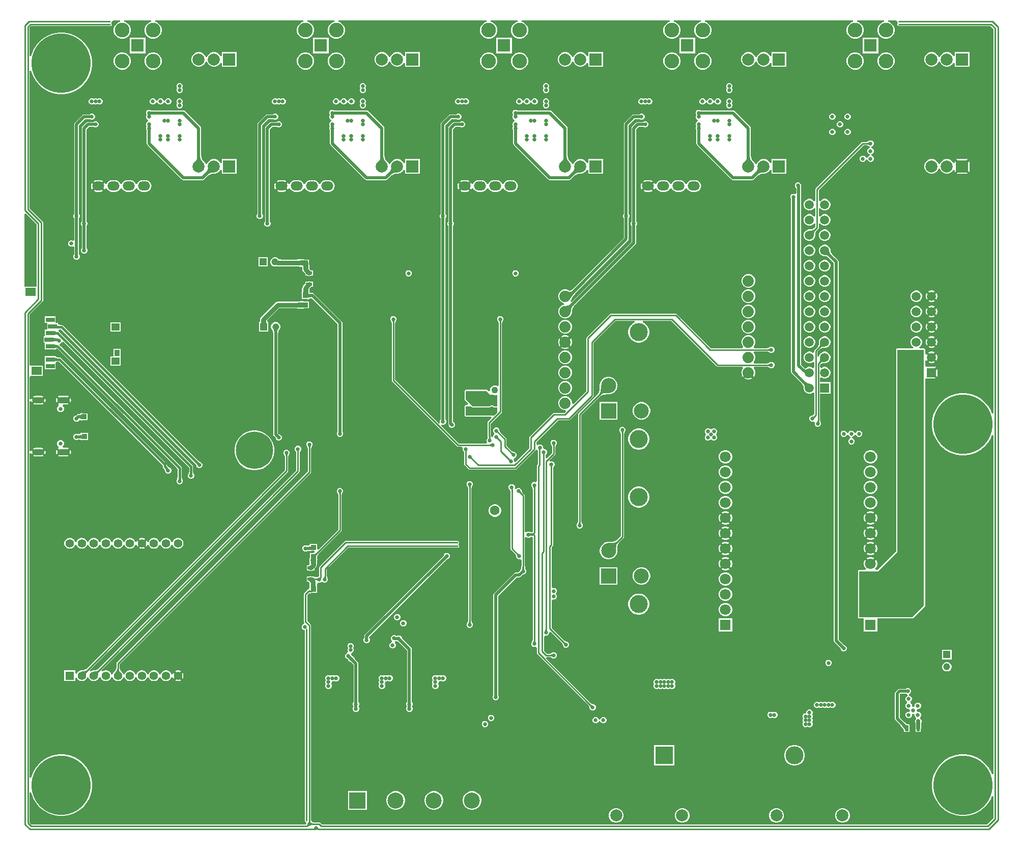
<source format=gbl>
G04*
G04 #@! TF.GenerationSoftware,Altium Limited,Altium Designer,22.10.1 (41)*
G04*
G04 Layer_Physical_Order=4*
G04 Layer_Color=16711680*
%FSLAX25Y25*%
%MOIN*%
G70*
G04*
G04 #@! TF.SameCoordinates,F9F3A06B-563E-4FCB-9898-75D578650021*
G04*
G04*
G04 #@! TF.FilePolarity,Positive*
G04*
G01*
G75*
%ADD13C,0.02000*%
%ADD14C,0.01000*%
%ADD15C,0.01500*%
%ADD22R,0.03661X0.03425*%
%ADD29R,0.03425X0.03661*%
%ADD31R,0.02362X0.03937*%
%ADD83C,0.05512*%
%ADD84R,0.05512X0.05512*%
%ADD106C,0.09646*%
%ADD107R,0.08465X0.08465*%
%ADD111C,0.38900*%
%ADD119C,0.03150*%
%ADD124C,0.02500*%
%ADD125C,0.24410*%
%ADD126C,0.04331*%
%ADD127C,0.06299*%
%ADD128O,0.07874X0.05906*%
%ADD129C,0.07400*%
%ADD130R,0.07087X0.07087*%
%ADD131C,0.07087*%
%ADD132R,0.04528X0.04528*%
%ADD133C,0.04528*%
%ADD134C,0.07874*%
%ADD135R,0.07874X0.07874*%
%ADD136C,0.05906*%
%ADD137R,0.05906X0.05906*%
%ADD138R,0.11811X0.11811*%
%ADD139C,0.11811*%
%ADD140C,0.09843*%
%ADD141C,0.09843*%
%ADD142R,0.09843X0.09843*%
%ADD143R,0.10512X0.10512*%
%ADD144C,0.10512*%
%ADD145R,0.04528X0.04528*%
%ADD146C,0.02559*%
%ADD147O,0.08268X0.04134*%
%ADD148O,0.07874X0.03937*%
%ADD149C,0.02500*%
%ADD150R,0.07000X0.05512*%
%ADD151R,0.03937X0.02362*%
%ADD152R,0.05512X0.05118*%
%ADD153R,0.03740X0.03937*%
%ADD154R,0.05906X0.03150*%
G36*
X597480Y555000D02*
X597558Y554610D01*
X597779Y554279D01*
Y553721D01*
X597558Y553390D01*
X597480Y553000D01*
X597558Y552610D01*
X597779Y552279D01*
X598110Y552058D01*
X598500Y551980D01*
X658578D01*
X660517Y550041D01*
Y298548D01*
X659517Y298349D01*
X658752Y300196D01*
X657425Y302494D01*
X655809Y304600D01*
X653932Y306477D01*
X651826Y308093D01*
X649527Y309421D01*
X647074Y310437D01*
X644510Y311123D01*
X641879Y311470D01*
X639224D01*
X636592Y311123D01*
X634028Y310437D01*
X631576Y309421D01*
X629277Y308093D01*
X627171Y306477D01*
X625294Y304600D01*
X623678Y302494D01*
X622351Y300196D01*
X621335Y297743D01*
X620648Y295179D01*
X620301Y292547D01*
Y289893D01*
X620648Y287261D01*
X621335Y284697D01*
X622351Y282244D01*
X623678Y279946D01*
X625294Y277840D01*
X627171Y275963D01*
X629277Y274347D01*
X631576Y273019D01*
X634028Y272004D01*
X636592Y271317D01*
X639224Y270970D01*
X641879D01*
X644510Y271317D01*
X647074Y272004D01*
X649527Y273019D01*
X651826Y274347D01*
X653932Y275963D01*
X655809Y277840D01*
X657425Y279946D01*
X658752Y282244D01*
X659517Y284091D01*
X660517Y283892D01*
Y62328D01*
X659517Y62129D01*
X658752Y63976D01*
X657425Y66274D01*
X655809Y68380D01*
X653932Y70257D01*
X651826Y71873D01*
X649527Y73201D01*
X647074Y74217D01*
X644510Y74904D01*
X641878Y75250D01*
X639224D01*
X636592Y74904D01*
X634028Y74217D01*
X631576Y73201D01*
X629277Y71873D01*
X627171Y70257D01*
X625294Y68380D01*
X623678Y66274D01*
X622351Y63976D01*
X621335Y61523D01*
X620648Y58959D01*
X620301Y56327D01*
Y53673D01*
X620648Y51041D01*
X621335Y48477D01*
X622351Y46024D01*
X623678Y43726D01*
X625294Y41620D01*
X627171Y39743D01*
X629277Y38127D01*
X631576Y36799D01*
X634028Y35783D01*
X636592Y35096D01*
X639224Y34750D01*
X641878D01*
X644510Y35096D01*
X647074Y35783D01*
X649527Y36799D01*
X651826Y38127D01*
X653932Y39743D01*
X655809Y41620D01*
X657425Y43726D01*
X658752Y46024D01*
X659517Y47871D01*
X660517Y47672D01*
Y46454D01*
X660480Y46271D01*
Y33422D01*
X656378Y29320D01*
X220634D01*
X219685Y30307D01*
X219677Y30312D01*
X219671Y30321D01*
X219514Y30426D01*
X219359Y30534D01*
X219349Y30536D01*
X219340Y30542D01*
X219155Y30579D01*
X218970Y30619D01*
X218960Y30618D01*
X218950Y30620D01*
X215064D01*
X215039Y30659D01*
X215029Y30666D01*
X215022Y30677D01*
X214900Y30759D01*
X214780Y30844D01*
X214768Y30847D01*
X214758Y30854D01*
X214614Y30882D01*
X214470Y30915D01*
X214372Y30918D01*
X214307Y30924D01*
X214251Y30934D01*
X214204Y30945D01*
X214163Y30958D01*
X214129Y30973D01*
X214100Y30988D01*
X214074Y31005D01*
X214050Y31024D01*
X214011Y31061D01*
X213974Y31100D01*
X213955Y31124D01*
X213938Y31150D01*
X213923Y31179D01*
X213908Y31214D01*
X213895Y31254D01*
X213884Y31301D01*
X213874Y31357D01*
X213868Y31422D01*
X213865Y31520D01*
X213832Y31664D01*
X213804Y31808D01*
X213797Y31818D01*
X213794Y31830D01*
X213708Y31950D01*
X213627Y32072D01*
X213616Y32079D01*
X213609Y32089D01*
X213570Y32114D01*
Y159600D01*
X213492Y159990D01*
X213271Y160321D01*
X212940Y160542D01*
X212890Y160552D01*
X211020Y162422D01*
Y179578D01*
X212146Y180704D01*
X212243Y180684D01*
X213147Y180683D01*
X213222Y180681D01*
X213228Y180683D01*
X213238Y180681D01*
X213369Y180706D01*
X213502Y180722D01*
X213525Y180735D01*
X213550Y180740D01*
X213662Y180814D01*
X213779Y180880D01*
X213795Y180901D01*
X213816Y180915D01*
X213861Y180980D01*
X213866D01*
X213885Y180984D01*
X217394D01*
Y184271D01*
X217427Y184291D01*
X217427Y184291D01*
X217440Y184309D01*
X217459Y184321D01*
X217459Y184321D01*
X217535Y184435D01*
X217618Y184546D01*
X217623Y184567D01*
X217635Y184585D01*
X217662Y184721D01*
X217696Y184854D01*
X217693Y184876D01*
X217697Y184897D01*
X217670Y185033D01*
X217651Y185169D01*
X217651Y185169D01*
X217639Y185188D01*
X217635Y185210D01*
X217635Y185210D01*
X217559Y185324D01*
X217488Y185443D01*
X217483Y185447D01*
X217470Y185508D01*
X217390Y186854D01*
X218351Y187528D01*
X218353Y187528D01*
X218542Y187450D01*
X219358D01*
X220111Y187762D01*
X220725Y188306D01*
X221339Y187762D01*
X222092Y187450D01*
X222908D01*
X223661Y187762D01*
X224238Y188339D01*
X224550Y189092D01*
Y189908D01*
X224238Y190661D01*
X224148Y190751D01*
X224129Y190785D01*
X224108Y190828D01*
X224089Y190875D01*
X224072Y190928D01*
X224058Y190985D01*
X224048Y191037D01*
X224031Y191205D01*
X224028Y191297D01*
X224012Y191369D01*
X224012Y191443D01*
X223978Y191523D01*
X223959Y191607D01*
X223916Y191668D01*
X223887Y191736D01*
X223825Y191797D01*
X223776Y191867D01*
X223733Y191895D01*
Y196291D01*
X237857Y210415D01*
X309500D01*
X309890Y210493D01*
X310221Y210714D01*
X310442Y211045D01*
X310520Y211435D01*
X310442Y211825D01*
X310269Y212085D01*
X310221Y212193D01*
Y213127D01*
X310269Y213235D01*
X310442Y213495D01*
X310520Y213885D01*
X310442Y214275D01*
X310221Y214606D01*
X309890Y214827D01*
X309500Y214904D01*
X236334D01*
X235944Y214827D01*
X235613Y214606D01*
X219279Y198272D01*
X219058Y197941D01*
X218980Y197551D01*
Y191677D01*
X218852Y191550D01*
X218542D01*
X217789Y191238D01*
X217726Y191175D01*
X217725Y191174D01*
X217678Y191154D01*
X217628Y191135D01*
X217572Y191118D01*
X217511Y191104D01*
X217455Y191094D01*
X217387Y191087D01*
X216868Y191099D01*
X216028Y191169D01*
X215897Y191188D01*
X215854Y191239D01*
X215789Y191337D01*
X215789Y191337D01*
X215753Y191361D01*
X215726Y191394D01*
X215724Y191394D01*
X215724Y191441D01*
X215574Y191481D01*
X215525Y191513D01*
X215482Y191522D01*
X215444Y191542D01*
X215327Y191553D01*
X215213Y191575D01*
X215212Y191576D01*
X215170Y191567D01*
X215127Y191571D01*
X215127Y191571D01*
X215015Y191536D01*
X215015D01*
X214900Y191513D01*
X214900Y191514D01*
X214887Y191504D01*
X214878Y191511D01*
X214776Y191564D01*
X214681Y191628D01*
X214636Y191637D01*
X214596Y191658D01*
X214481Y191667D01*
X214369Y191690D01*
X214324Y191681D01*
X214278Y191685D01*
X214169Y191650D01*
X214163Y191649D01*
X214066Y191714D01*
X213256Y191875D01*
X212446Y191714D01*
X212037Y191441D01*
X210787D01*
Y188079D01*
X211820D01*
X212558Y187333D01*
X212534Y185718D01*
X212504Y185262D01*
X212498Y185221D01*
X212491Y185210D01*
X212491Y185210D01*
X212484Y185176D01*
X212468Y185147D01*
X212453Y185021D01*
X212429Y184897D01*
X212435Y184864D01*
X212431Y184830D01*
X212466Y184709D01*
X212491Y184585D01*
X212510Y184557D01*
X212519Y184524D01*
X212531Y184510D01*
X212569Y184279D01*
X212548Y184165D01*
X212223Y183315D01*
X212078Y183283D01*
X211932Y183254D01*
X211923Y183248D01*
X211913Y183245D01*
X211791Y183159D01*
X211667Y183077D01*
X211662Y183068D01*
X211653Y183062D01*
X211573Y182936D01*
X211551Y182903D01*
X211279Y182721D01*
X209279Y180721D01*
X209058Y180390D01*
X208980Y180000D01*
Y162000D01*
X209058Y161610D01*
X209098Y161550D01*
X209097Y161292D01*
X208929Y160712D01*
X208740Y160404D01*
X208339Y160238D01*
X207762Y159661D01*
X207450Y158908D01*
Y158092D01*
X207762Y157339D01*
X208339Y156762D01*
X209092Y156450D01*
X209480D01*
Y31803D01*
X209558Y31413D01*
X209779Y31082D01*
X210110Y30861D01*
X210401Y30223D01*
X210056Y29620D01*
X209711Y29320D01*
X30622D01*
X29320Y30622D01*
Y50077D01*
X30319Y50208D01*
X30784Y48477D01*
X31799Y46024D01*
X33127Y43726D01*
X34743Y41620D01*
X36620Y39743D01*
X38726Y38127D01*
X41024Y36799D01*
X43477Y35783D01*
X46041Y35096D01*
X48673Y34750D01*
X51327D01*
X53959Y35096D01*
X56523Y35783D01*
X58976Y36799D01*
X61274Y38127D01*
X63380Y39743D01*
X65257Y41620D01*
X66873Y43726D01*
X68201Y46024D01*
X69217Y48477D01*
X69903Y51041D01*
X70250Y53673D01*
Y56327D01*
X69903Y58959D01*
X69217Y61523D01*
X68201Y63976D01*
X66873Y66274D01*
X65257Y68380D01*
X63380Y70257D01*
X61274Y71873D01*
X58976Y73201D01*
X56523Y74217D01*
X53959Y74904D01*
X51327Y75250D01*
X48673D01*
X46041Y74904D01*
X43477Y74217D01*
X41024Y73201D01*
X38726Y71873D01*
X36620Y70257D01*
X34743Y68380D01*
X33127Y66274D01*
X31799Y63976D01*
X30784Y61523D01*
X30319Y59791D01*
X29320Y59923D01*
Y272316D01*
X30319Y272381D01*
X30334Y272269D01*
X30602Y271623D01*
X31971Y272992D01*
X30602Y274361D01*
X30334Y273715D01*
X30319Y273603D01*
X29320Y273669D01*
Y306331D01*
X30319Y306397D01*
X30334Y306285D01*
X30602Y305639D01*
X31971Y307008D01*
X30602Y308377D01*
X30334Y307731D01*
X30319Y307619D01*
X29320Y307684D01*
Y322145D01*
X29737Y322972D01*
X30319Y322972D01*
X37737D01*
Y329484D01*
X30319D01*
X29737Y329484D01*
X29320Y330311D01*
Y363100D01*
X37721Y371501D01*
X37942Y371832D01*
X38020Y372222D01*
Y423328D01*
X37942Y423719D01*
X37721Y424049D01*
X29320Y432451D01*
Y522518D01*
X30319Y522649D01*
X30784Y520918D01*
X31799Y518465D01*
X33127Y516166D01*
X34743Y514060D01*
X36620Y512184D01*
X38726Y510568D01*
X41024Y509240D01*
X43477Y508224D01*
X46041Y507537D01*
X48673Y507191D01*
X51327D01*
X53959Y507537D01*
X56523Y508224D01*
X58976Y509240D01*
X61274Y510568D01*
X63380Y512184D01*
X65257Y514060D01*
X66873Y516166D01*
X68201Y518465D01*
X69217Y520918D01*
X69903Y523482D01*
X70250Y526114D01*
Y528768D01*
X69903Y531400D01*
X69217Y533964D01*
X68201Y536416D01*
X66873Y538715D01*
X65257Y540821D01*
X63380Y542698D01*
X61274Y544314D01*
X58976Y545642D01*
X56523Y546657D01*
X53959Y547344D01*
X51327Y547691D01*
X48673D01*
X46041Y547344D01*
X43477Y546657D01*
X41024Y545642D01*
X38726Y544314D01*
X36620Y542698D01*
X34743Y540821D01*
X33127Y538715D01*
X31799Y536416D01*
X30784Y533964D01*
X30319Y532233D01*
X29320Y532364D01*
Y551100D01*
X30150Y551930D01*
X82000D01*
X82390Y552008D01*
X82721Y552229D01*
X82942Y552560D01*
X83020Y552950D01*
X82942Y553340D01*
X82721Y553671D01*
Y554229D01*
X82942Y554560D01*
X83020Y554950D01*
X83826Y555680D01*
X88485D01*
X88617Y554680D01*
X87692Y554432D01*
X86410Y553692D01*
X85363Y552645D01*
X84623Y551363D01*
X84239Y549933D01*
Y548453D01*
X84623Y547023D01*
X85363Y545740D01*
X86410Y544694D01*
X87692Y543953D01*
X89122Y543570D01*
X90602D01*
X92032Y543953D01*
X93315Y544694D01*
X94362Y545740D01*
X95102Y547023D01*
X95485Y548453D01*
Y549933D01*
X95102Y551363D01*
X94362Y552645D01*
X93315Y553692D01*
X92032Y554432D01*
X91107Y554680D01*
X91239Y555680D01*
X108761D01*
X108893Y554680D01*
X107967Y554432D01*
X106685Y553692D01*
X105638Y552645D01*
X104898Y551363D01*
X104515Y549933D01*
Y548453D01*
X104898Y547023D01*
X105638Y545740D01*
X106685Y544694D01*
X107967Y543953D01*
X109397Y543570D01*
X110878D01*
X112308Y543953D01*
X113590Y544694D01*
X114637Y545740D01*
X115377Y547023D01*
X115761Y548453D01*
Y549933D01*
X115377Y551363D01*
X114637Y552645D01*
X113590Y553692D01*
X112308Y554432D01*
X111383Y554680D01*
X111515Y555680D01*
X208485D01*
X208617Y554680D01*
X207692Y554432D01*
X206410Y553692D01*
X205363Y552645D01*
X204623Y551363D01*
X204239Y549933D01*
Y548453D01*
X204623Y547023D01*
X205363Y545740D01*
X206410Y544694D01*
X207692Y543953D01*
X209122Y543570D01*
X210602D01*
X212033Y543953D01*
X213315Y544694D01*
X214362Y545740D01*
X215102Y547023D01*
X215485Y548453D01*
Y549933D01*
X215102Y551363D01*
X214362Y552645D01*
X213315Y553692D01*
X212033Y554432D01*
X211107Y554680D01*
X211239Y555680D01*
X228761D01*
X228893Y554680D01*
X227968Y554432D01*
X226685Y553692D01*
X225638Y552645D01*
X224898Y551363D01*
X224515Y549933D01*
Y548453D01*
X224898Y547023D01*
X225638Y545740D01*
X226685Y544694D01*
X227968Y543953D01*
X229398Y543570D01*
X230878D01*
X232308Y543953D01*
X233590Y544694D01*
X234637Y545740D01*
X235377Y547023D01*
X235761Y548453D01*
Y549933D01*
X235377Y551363D01*
X234637Y552645D01*
X233590Y553692D01*
X232308Y554432D01*
X231383Y554680D01*
X231515Y555680D01*
X328485D01*
X328617Y554680D01*
X327692Y554432D01*
X326410Y553692D01*
X325363Y552645D01*
X324623Y551363D01*
X324239Y549933D01*
Y548453D01*
X324623Y547023D01*
X325363Y545740D01*
X326410Y544694D01*
X327692Y543953D01*
X329122Y543570D01*
X330603D01*
X332032Y543953D01*
X333315Y544694D01*
X334362Y545740D01*
X335102Y547023D01*
X335485Y548453D01*
Y549933D01*
X335102Y551363D01*
X334362Y552645D01*
X333315Y553692D01*
X332032Y554432D01*
X331107Y554680D01*
X331239Y555680D01*
X348761D01*
X348893Y554680D01*
X347968Y554432D01*
X346685Y553692D01*
X345638Y552645D01*
X344898Y551363D01*
X344515Y549933D01*
Y548453D01*
X344898Y547023D01*
X345638Y545740D01*
X346685Y544694D01*
X347968Y543953D01*
X349397Y543570D01*
X350878D01*
X352308Y543953D01*
X353590Y544694D01*
X354637Y545740D01*
X355377Y547023D01*
X355761Y548453D01*
Y549933D01*
X355377Y551363D01*
X354637Y552645D01*
X353590Y553692D01*
X352308Y554432D01*
X351383Y554680D01*
X351515Y555680D01*
X448485D01*
X448617Y554680D01*
X447692Y554432D01*
X446410Y553692D01*
X445363Y552645D01*
X444623Y551363D01*
X444239Y549933D01*
Y548453D01*
X444623Y547023D01*
X445363Y545740D01*
X446410Y544694D01*
X447692Y543953D01*
X449122Y543570D01*
X450602D01*
X452033Y543953D01*
X453315Y544694D01*
X454362Y545740D01*
X455102Y547023D01*
X455485Y548453D01*
Y549933D01*
X455102Y551363D01*
X454362Y552645D01*
X453315Y553692D01*
X452033Y554432D01*
X451107Y554680D01*
X451239Y555680D01*
X468761D01*
X468893Y554680D01*
X467968Y554432D01*
X466685Y553692D01*
X465638Y552645D01*
X464898Y551363D01*
X464515Y549933D01*
Y548453D01*
X464898Y547023D01*
X465638Y545740D01*
X466685Y544694D01*
X467968Y543953D01*
X469397Y543570D01*
X470878D01*
X472308Y543953D01*
X473590Y544694D01*
X474637Y545740D01*
X475377Y547023D01*
X475761Y548453D01*
Y549933D01*
X475377Y551363D01*
X474637Y552645D01*
X473590Y553692D01*
X472308Y554432D01*
X471383Y554680D01*
X471515Y555680D01*
X568485D01*
X568617Y554680D01*
X567692Y554432D01*
X566410Y553692D01*
X565363Y552645D01*
X564623Y551363D01*
X564239Y549933D01*
Y548453D01*
X564623Y547023D01*
X565363Y545740D01*
X566410Y544694D01*
X567692Y543953D01*
X569122Y543570D01*
X570603D01*
X572032Y543953D01*
X573315Y544694D01*
X574362Y545740D01*
X575102Y547023D01*
X575485Y548453D01*
Y549933D01*
X575102Y551363D01*
X574362Y552645D01*
X573315Y553692D01*
X572032Y554432D01*
X571107Y554680D01*
X571239Y555680D01*
X588761D01*
X588893Y554680D01*
X587967Y554432D01*
X586685Y553692D01*
X585638Y552645D01*
X584898Y551363D01*
X584515Y549933D01*
Y548453D01*
X584898Y547023D01*
X585638Y545740D01*
X586685Y544694D01*
X587967Y543953D01*
X589397Y543570D01*
X590878D01*
X592308Y543953D01*
X593590Y544694D01*
X594637Y545740D01*
X595377Y547023D01*
X595761Y548453D01*
Y549933D01*
X595377Y551363D01*
X594637Y552645D01*
X593590Y553692D01*
X592308Y554432D01*
X591383Y554680D01*
X591515Y555680D01*
X596641D01*
X597480Y555000D01*
D02*
G37*
G36*
X33980Y422078D02*
Y382181D01*
X33800Y381256D01*
X25816D01*
Y428936D01*
X26739Y429319D01*
X33980Y422078D01*
D02*
G37*
G36*
X223213Y191277D02*
X223216Y191153D01*
X223240Y190919D01*
X223261Y190808D01*
X223288Y190701D01*
X223322Y190599D01*
X223361Y190500D01*
X223406Y190406D01*
X223457Y190316D01*
X223514Y190231D01*
X221790Y190529D01*
X221870Y190591D01*
X221942Y190660D01*
X222006Y190736D01*
X222061Y190819D01*
X222107Y190909D01*
X222145Y191007D01*
X222175Y191111D01*
X222196Y191222D01*
X222209Y191341D01*
X222213Y191467D01*
X223213Y191277D01*
D02*
G37*
G36*
X220354Y190482D02*
X220290Y190418D01*
X220060Y190160D01*
X220046Y190138D01*
X220040Y190121D01*
X220040Y190111D01*
X219181Y190728D01*
X219186Y190733D01*
X219201Y190747D01*
X219647Y191189D01*
X220354Y190482D01*
D02*
G37*
G36*
X214515Y190757D02*
X214707Y190653D01*
X214945Y190561D01*
X215212Y190486D01*
Y190760D01*
X215222Y190665D01*
X215252Y190580D01*
X215302Y190505D01*
X215356Y190455D01*
X215559Y190413D01*
X215935Y190358D01*
X216825Y190284D01*
X217416Y190271D01*
X217565Y190285D01*
X217677Y190305D01*
X217784Y190330D01*
X217887Y190361D01*
X217986Y190398D01*
X218081Y190440D01*
X218172Y190488D01*
X218259Y190542D01*
X217895Y188830D01*
X217836Y188911D01*
X217771Y188985D01*
X217697Y189049D01*
X217616Y189105D01*
X217528Y189152D01*
X217432Y189191D01*
X217329Y189221D01*
X217218Y189243D01*
X217200Y189245D01*
X215935Y189162D01*
X215559Y189106D01*
X215356Y189065D01*
X215302Y189015D01*
X215252Y188940D01*
X215222Y188855D01*
X215212Y188760D01*
Y189034D01*
X215144Y189015D01*
X214945Y188959D01*
X214707Y188867D01*
X214515Y188762D01*
X214369Y188646D01*
Y190874D01*
X214515Y190757D01*
D02*
G37*
G36*
X216538Y187449D02*
X216659Y185401D01*
X216705Y185181D01*
X216757Y185023D01*
X216816Y184929D01*
X216882Y184897D01*
X213244D01*
X213271Y184929D01*
X213295Y185023D01*
X213316Y185181D01*
X213350Y185685D01*
X213385Y188047D01*
X216534D01*
X216538Y187449D01*
D02*
G37*
G36*
X213244Y181496D02*
X213234Y181497D01*
X213154Y181498D01*
X212244Y181500D01*
Y182500D01*
X212436Y182505D01*
X212607Y182520D01*
X212759Y182545D01*
X212890Y182580D01*
X213001Y182625D01*
X213092Y182680D01*
X213163Y182745D01*
X213214Y182820D01*
X213245Y182905D01*
X213256Y183000D01*
X213244Y181496D01*
D02*
G37*
G36*
X213054Y31371D02*
X213065Y31252D01*
X213084Y31139D01*
X213110Y31030D01*
X213144Y30927D01*
X213185Y30830D01*
X213234Y30737D01*
X213290Y30650D01*
X213354Y30569D01*
X213425Y30493D01*
X211675D01*
X211746Y30569D01*
X211810Y30650D01*
X211866Y30737D01*
X211915Y30830D01*
X211956Y30927D01*
X211990Y31030D01*
X212016Y31139D01*
X212035Y31252D01*
X212046Y31371D01*
X212050Y31496D01*
X213050D01*
X213054Y31371D01*
D02*
G37*
G36*
X213519Y30404D02*
X213600Y30340D01*
X213687Y30284D01*
X213780Y30235D01*
X213877Y30194D01*
X213980Y30160D01*
X214089Y30134D01*
X214202Y30115D01*
X214321Y30104D01*
X214446Y30100D01*
Y29100D01*
X214321Y29096D01*
X214202Y29085D01*
X214089Y29066D01*
X213980Y29040D01*
X213877Y29006D01*
X213780Y28965D01*
X213687Y28916D01*
X213600Y28860D01*
X213519Y28796D01*
X213443Y28725D01*
Y30475D01*
X213519Y30404D01*
D02*
G37*
G36*
X212414Y28357D02*
X212310Y28364D01*
X212207Y28362D01*
X212104Y28350D01*
X212002Y28329D01*
X211900Y28299D01*
X211799Y28260D01*
X211699Y28212D01*
X211599Y28154D01*
X211500Y28087D01*
X211401Y28012D01*
X210767Y28785D01*
X210861Y28867D01*
X210946Y28951D01*
X211022Y29037D01*
X211089Y29126D01*
X211147Y29218D01*
X211196Y29311D01*
X211237Y29408D01*
X211268Y29506D01*
X211291Y29607D01*
X211305Y29711D01*
X212414Y28357D01*
D02*
G37*
%LPC*%
G36*
X585032Y544087D02*
X574968D01*
Y534023D01*
X585032D01*
Y544087D01*
D02*
G37*
G36*
X465032D02*
X454968D01*
Y534023D01*
X465032D01*
Y544087D01*
D02*
G37*
G36*
X345032D02*
X334968D01*
Y534023D01*
X345032D01*
Y544087D01*
D02*
G37*
G36*
X225032D02*
X214968D01*
Y534023D01*
X225032D01*
Y544087D01*
D02*
G37*
G36*
X105032D02*
X94968D01*
Y534023D01*
X105032D01*
Y544087D01*
D02*
G37*
G36*
X644737Y534737D02*
X635263D01*
Y532358D01*
X634263Y532090D01*
X633790Y532909D01*
X632909Y533790D01*
X631828Y534414D01*
X630624Y534737D01*
X629376D01*
X628172Y534414D01*
X627091Y533790D01*
X626209Y532909D01*
X625586Y531828D01*
X625518Y531574D01*
X624482D01*
X624414Y531828D01*
X623791Y532909D01*
X622909Y533790D01*
X621828Y534414D01*
X620624Y534737D01*
X619376D01*
X618172Y534414D01*
X617091Y533790D01*
X616210Y532909D01*
X615586Y531828D01*
X615263Y530624D01*
Y529376D01*
X615586Y528172D01*
X616210Y527091D01*
X617091Y526209D01*
X618172Y525586D01*
X619376Y525263D01*
X620624D01*
X621828Y525586D01*
X622909Y526209D01*
X623791Y527091D01*
X624414Y528172D01*
X624482Y528426D01*
X625518D01*
X625586Y528172D01*
X626209Y527091D01*
X627091Y526209D01*
X628172Y525586D01*
X629376Y525263D01*
X630624D01*
X631828Y525586D01*
X632909Y526209D01*
X633790Y527091D01*
X634263Y527910D01*
X635263Y527642D01*
Y525263D01*
X644737D01*
Y534737D01*
D02*
G37*
G36*
X524737D02*
X515263D01*
Y532358D01*
X514263Y532090D01*
X513791Y532909D01*
X512909Y533790D01*
X511828Y534414D01*
X510624Y534737D01*
X509376D01*
X508172Y534414D01*
X507091Y533790D01*
X506210Y532909D01*
X505586Y531828D01*
X505518Y531574D01*
X504482D01*
X504414Y531828D01*
X503791Y532909D01*
X502909Y533790D01*
X501828Y534414D01*
X500624Y534737D01*
X499376D01*
X498172Y534414D01*
X497091Y533790D01*
X496209Y532909D01*
X495586Y531828D01*
X495263Y530624D01*
Y529376D01*
X495586Y528172D01*
X496209Y527091D01*
X497091Y526209D01*
X498172Y525586D01*
X499376Y525263D01*
X500624D01*
X501828Y525586D01*
X502909Y526209D01*
X503791Y527091D01*
X504414Y528172D01*
X504482Y528426D01*
X505518D01*
X505586Y528172D01*
X506210Y527091D01*
X507091Y526209D01*
X508172Y525586D01*
X509376Y525263D01*
X510624D01*
X511828Y525586D01*
X512909Y526209D01*
X513791Y527091D01*
X514263Y527910D01*
X515263Y527642D01*
Y525263D01*
X524737D01*
Y534737D01*
D02*
G37*
G36*
X404737D02*
X395263D01*
Y532358D01*
X394263Y532090D01*
X393791Y532909D01*
X392909Y533790D01*
X391828Y534414D01*
X390624Y534737D01*
X389376D01*
X388172Y534414D01*
X387091Y533790D01*
X386210Y532909D01*
X385586Y531828D01*
X385518Y531574D01*
X384482D01*
X384414Y531828D01*
X383790Y532909D01*
X382909Y533790D01*
X381828Y534414D01*
X380624Y534737D01*
X379376D01*
X378172Y534414D01*
X377091Y533790D01*
X376209Y532909D01*
X375586Y531828D01*
X375263Y530624D01*
Y529376D01*
X375586Y528172D01*
X376209Y527091D01*
X377091Y526209D01*
X378172Y525586D01*
X379376Y525263D01*
X380624D01*
X381828Y525586D01*
X382909Y526209D01*
X383790Y527091D01*
X384414Y528172D01*
X384482Y528426D01*
X385518D01*
X385586Y528172D01*
X386210Y527091D01*
X387091Y526209D01*
X388172Y525586D01*
X389376Y525263D01*
X390624D01*
X391828Y525586D01*
X392909Y526209D01*
X393791Y527091D01*
X394263Y527910D01*
X395263Y527642D01*
Y525263D01*
X404737D01*
Y534737D01*
D02*
G37*
G36*
X284737D02*
X275263D01*
Y532358D01*
X274263Y532090D01*
X273791Y532909D01*
X272909Y533790D01*
X271828Y534414D01*
X270624Y534737D01*
X269376D01*
X268172Y534414D01*
X267091Y533790D01*
X266210Y532909D01*
X265586Y531828D01*
X265518Y531574D01*
X264482D01*
X264414Y531828D01*
X263790Y532909D01*
X262909Y533790D01*
X261828Y534414D01*
X260624Y534737D01*
X259376D01*
X258172Y534414D01*
X257091Y533790D01*
X256209Y532909D01*
X255586Y531828D01*
X255263Y530624D01*
Y529376D01*
X255586Y528172D01*
X256209Y527091D01*
X257091Y526209D01*
X258172Y525586D01*
X259376Y525263D01*
X260624D01*
X261828Y525586D01*
X262909Y526209D01*
X263790Y527091D01*
X264414Y528172D01*
X264482Y528426D01*
X265518D01*
X265586Y528172D01*
X266210Y527091D01*
X267091Y526209D01*
X268172Y525586D01*
X269376Y525263D01*
X270624D01*
X271828Y525586D01*
X272909Y526209D01*
X273791Y527091D01*
X274263Y527910D01*
X275263Y527642D01*
Y525263D01*
X284737D01*
Y534737D01*
D02*
G37*
G36*
X164737D02*
X155263D01*
Y532358D01*
X154263Y532090D01*
X153791Y532909D01*
X152909Y533790D01*
X151828Y534414D01*
X150624Y534737D01*
X149376D01*
X148172Y534414D01*
X147091Y533790D01*
X146209Y532909D01*
X145586Y531828D01*
X145518Y531574D01*
X144482D01*
X144414Y531828D01*
X143791Y532909D01*
X142909Y533790D01*
X141828Y534414D01*
X140624Y534737D01*
X139376D01*
X138172Y534414D01*
X137091Y533790D01*
X136209Y532909D01*
X135586Y531828D01*
X135263Y530624D01*
Y529376D01*
X135586Y528172D01*
X136209Y527091D01*
X137091Y526209D01*
X138172Y525586D01*
X139376Y525263D01*
X140624D01*
X141828Y525586D01*
X142909Y526209D01*
X143791Y527091D01*
X144414Y528172D01*
X144482Y528426D01*
X145518D01*
X145586Y528172D01*
X146209Y527091D01*
X147091Y526209D01*
X148172Y525586D01*
X149376Y525263D01*
X150624D01*
X151828Y525586D01*
X152909Y526209D01*
X153791Y527091D01*
X154263Y527910D01*
X155263Y527642D01*
Y525263D01*
X164737D01*
Y534737D01*
D02*
G37*
G36*
X590878Y534540D02*
X589397D01*
X587967Y534157D01*
X586685Y533417D01*
X585638Y532370D01*
X584898Y531088D01*
X584515Y529658D01*
Y528177D01*
X584898Y526747D01*
X585638Y525465D01*
X586685Y524418D01*
X587967Y523678D01*
X589397Y523294D01*
X590878D01*
X592308Y523678D01*
X593590Y524418D01*
X594637Y525465D01*
X595377Y526747D01*
X595761Y528177D01*
Y529658D01*
X595377Y531088D01*
X594637Y532370D01*
X593590Y533417D01*
X592308Y534157D01*
X590878Y534540D01*
D02*
G37*
G36*
X570603D02*
X569122D01*
X567692Y534157D01*
X566410Y533417D01*
X565363Y532370D01*
X564623Y531088D01*
X564239Y529658D01*
Y528177D01*
X564623Y526747D01*
X565363Y525465D01*
X566410Y524418D01*
X567692Y523678D01*
X569122Y523294D01*
X570603D01*
X572032Y523678D01*
X573315Y524418D01*
X574362Y525465D01*
X575102Y526747D01*
X575485Y528177D01*
Y529658D01*
X575102Y531088D01*
X574362Y532370D01*
X573315Y533417D01*
X572032Y534157D01*
X570603Y534540D01*
D02*
G37*
G36*
X470878D02*
X469397D01*
X467968Y534157D01*
X466685Y533417D01*
X465638Y532370D01*
X464898Y531088D01*
X464515Y529658D01*
Y528177D01*
X464898Y526747D01*
X465638Y525465D01*
X466685Y524418D01*
X467968Y523678D01*
X469397Y523294D01*
X470878D01*
X472308Y523678D01*
X473590Y524418D01*
X474637Y525465D01*
X475377Y526747D01*
X475761Y528177D01*
Y529658D01*
X475377Y531088D01*
X474637Y532370D01*
X473590Y533417D01*
X472308Y534157D01*
X470878Y534540D01*
D02*
G37*
G36*
X450602D02*
X449122D01*
X447692Y534157D01*
X446410Y533417D01*
X445363Y532370D01*
X444623Y531088D01*
X444239Y529658D01*
Y528177D01*
X444623Y526747D01*
X445363Y525465D01*
X446410Y524418D01*
X447692Y523678D01*
X449122Y523294D01*
X450602D01*
X452033Y523678D01*
X453315Y524418D01*
X454362Y525465D01*
X455102Y526747D01*
X455485Y528177D01*
Y529658D01*
X455102Y531088D01*
X454362Y532370D01*
X453315Y533417D01*
X452033Y534157D01*
X450602Y534540D01*
D02*
G37*
G36*
X350878D02*
X349397D01*
X347968Y534157D01*
X346685Y533417D01*
X345638Y532370D01*
X344898Y531088D01*
X344515Y529658D01*
Y528177D01*
X344898Y526747D01*
X345638Y525465D01*
X346685Y524418D01*
X347968Y523678D01*
X349397Y523294D01*
X350878D01*
X352308Y523678D01*
X353590Y524418D01*
X354637Y525465D01*
X355377Y526747D01*
X355761Y528177D01*
Y529658D01*
X355377Y531088D01*
X354637Y532370D01*
X353590Y533417D01*
X352308Y534157D01*
X350878Y534540D01*
D02*
G37*
G36*
X330603D02*
X329122D01*
X327692Y534157D01*
X326410Y533417D01*
X325363Y532370D01*
X324623Y531088D01*
X324239Y529658D01*
Y528177D01*
X324623Y526747D01*
X325363Y525465D01*
X326410Y524418D01*
X327692Y523678D01*
X329122Y523294D01*
X330603D01*
X332032Y523678D01*
X333315Y524418D01*
X334362Y525465D01*
X335102Y526747D01*
X335485Y528177D01*
Y529658D01*
X335102Y531088D01*
X334362Y532370D01*
X333315Y533417D01*
X332032Y534157D01*
X330603Y534540D01*
D02*
G37*
G36*
X230878D02*
X229398D01*
X227968Y534157D01*
X226685Y533417D01*
X225638Y532370D01*
X224898Y531088D01*
X224515Y529658D01*
Y528177D01*
X224898Y526747D01*
X225638Y525465D01*
X226685Y524418D01*
X227968Y523678D01*
X229398Y523294D01*
X230878D01*
X232308Y523678D01*
X233590Y524418D01*
X234637Y525465D01*
X235377Y526747D01*
X235761Y528177D01*
Y529658D01*
X235377Y531088D01*
X234637Y532370D01*
X233590Y533417D01*
X232308Y534157D01*
X230878Y534540D01*
D02*
G37*
G36*
X210602D02*
X209122D01*
X207692Y534157D01*
X206410Y533417D01*
X205363Y532370D01*
X204623Y531088D01*
X204239Y529658D01*
Y528177D01*
X204623Y526747D01*
X205363Y525465D01*
X206410Y524418D01*
X207692Y523678D01*
X209122Y523294D01*
X210602D01*
X212033Y523678D01*
X213315Y524418D01*
X214362Y525465D01*
X215102Y526747D01*
X215485Y528177D01*
Y529658D01*
X215102Y531088D01*
X214362Y532370D01*
X213315Y533417D01*
X212033Y534157D01*
X210602Y534540D01*
D02*
G37*
G36*
X110878D02*
X109397D01*
X107967Y534157D01*
X106685Y533417D01*
X105638Y532370D01*
X104898Y531088D01*
X104515Y529658D01*
Y528177D01*
X104898Y526747D01*
X105638Y525465D01*
X106685Y524418D01*
X107967Y523678D01*
X109397Y523294D01*
X110878D01*
X112308Y523678D01*
X113590Y524418D01*
X114637Y525465D01*
X115377Y526747D01*
X115761Y528177D01*
Y529658D01*
X115377Y531088D01*
X114637Y532370D01*
X113590Y533417D01*
X112308Y534157D01*
X110878Y534540D01*
D02*
G37*
G36*
X90602D02*
X89122D01*
X87692Y534157D01*
X86410Y533417D01*
X85363Y532370D01*
X84623Y531088D01*
X84239Y529658D01*
Y528177D01*
X84623Y526747D01*
X85363Y525465D01*
X86410Y524418D01*
X87692Y523678D01*
X89122Y523294D01*
X90602D01*
X92032Y523678D01*
X93315Y524418D01*
X94362Y525465D01*
X95102Y526747D01*
X95485Y528177D01*
Y529658D01*
X95102Y531088D01*
X94362Y532370D01*
X93315Y533417D01*
X92032Y534157D01*
X90602Y534540D01*
D02*
G37*
G36*
X487908Y514550D02*
X487092D01*
X486339Y514238D01*
X485762Y513661D01*
X485450Y512908D01*
Y512092D01*
X485762Y511339D01*
X485851Y511250D01*
X485762Y511161D01*
X485450Y510408D01*
Y509592D01*
X485762Y508839D01*
X486339Y508262D01*
X487092Y507950D01*
X487908D01*
X488661Y508262D01*
X489238Y508839D01*
X489550Y509592D01*
Y510408D01*
X489238Y511161D01*
X489149Y511250D01*
X489238Y511339D01*
X489550Y512092D01*
Y512908D01*
X489238Y513661D01*
X488661Y514238D01*
X487908Y514550D01*
D02*
G37*
G36*
X367908D02*
X367092D01*
X366339Y514238D01*
X365762Y513661D01*
X365450Y512908D01*
Y512092D01*
X365762Y511339D01*
X365851Y511250D01*
X365762Y511161D01*
X365450Y510408D01*
Y509592D01*
X365762Y508839D01*
X366339Y508262D01*
X367092Y507950D01*
X367908D01*
X368661Y508262D01*
X369238Y508839D01*
X369550Y509592D01*
Y510408D01*
X369238Y511161D01*
X369149Y511250D01*
X369238Y511339D01*
X369550Y512092D01*
Y512908D01*
X369238Y513661D01*
X368661Y514238D01*
X367908Y514550D01*
D02*
G37*
G36*
X247908D02*
X247092D01*
X246339Y514238D01*
X245762Y513661D01*
X245450Y512908D01*
Y512092D01*
X245762Y511339D01*
X245851Y511250D01*
X245762Y511161D01*
X245450Y510408D01*
Y509592D01*
X245762Y508839D01*
X246339Y508262D01*
X247092Y507950D01*
X247908D01*
X248661Y508262D01*
X249238Y508839D01*
X249550Y509592D01*
Y510408D01*
X249238Y511161D01*
X249149Y511250D01*
X249238Y511339D01*
X249550Y512092D01*
Y512908D01*
X249238Y513661D01*
X248661Y514238D01*
X247908Y514550D01*
D02*
G37*
G36*
X127908D02*
X127092D01*
X126339Y514238D01*
X125762Y513661D01*
X125450Y512908D01*
Y512092D01*
X125762Y511339D01*
X125851Y511250D01*
X125762Y511161D01*
X125450Y510408D01*
Y509592D01*
X125762Y508839D01*
X126339Y508262D01*
X127092Y507950D01*
X127908D01*
X128661Y508262D01*
X129238Y508839D01*
X129550Y509592D01*
Y510408D01*
X129238Y511161D01*
X129149Y511250D01*
X129238Y511339D01*
X129550Y512092D01*
Y512908D01*
X129238Y513661D01*
X128661Y514238D01*
X127908Y514550D01*
D02*
G37*
G36*
X435408Y504550D02*
X434592D01*
X433839Y504238D01*
X433750Y504149D01*
X433661Y504238D01*
X432908Y504550D01*
X432092D01*
X431339Y504238D01*
X431250Y504149D01*
X431161Y504238D01*
X430408Y504550D01*
X429592D01*
X428839Y504238D01*
X428262Y503661D01*
X427950Y502908D01*
Y502092D01*
X428262Y501339D01*
X428839Y500762D01*
X429592Y500450D01*
X430408D01*
X431161Y500762D01*
X431250Y500851D01*
X431339Y500762D01*
X432092Y500450D01*
X432908D01*
X433661Y500762D01*
X433750Y500851D01*
X433839Y500762D01*
X434592Y500450D01*
X435408D01*
X436161Y500762D01*
X436738Y501339D01*
X437050Y502092D01*
Y502908D01*
X436738Y503661D01*
X436161Y504238D01*
X435408Y504550D01*
D02*
G37*
G36*
X315408D02*
X314592D01*
X313839Y504238D01*
X313750Y504149D01*
X313661Y504238D01*
X312908Y504550D01*
X312092D01*
X311339Y504238D01*
X311250Y504149D01*
X311161Y504238D01*
X310408Y504550D01*
X309592D01*
X308839Y504238D01*
X308262Y503661D01*
X307950Y502908D01*
Y502092D01*
X308262Y501339D01*
X308839Y500762D01*
X309592Y500450D01*
X310408D01*
X311161Y500762D01*
X311250Y500851D01*
X311339Y500762D01*
X312092Y500450D01*
X312908D01*
X313661Y500762D01*
X313750Y500851D01*
X313839Y500762D01*
X314592Y500450D01*
X315408D01*
X316161Y500762D01*
X316738Y501339D01*
X317050Y502092D01*
Y502908D01*
X316738Y503661D01*
X316161Y504238D01*
X315408Y504550D01*
D02*
G37*
G36*
X195408D02*
X194592D01*
X193839Y504238D01*
X193750Y504149D01*
X193661Y504238D01*
X192908Y504550D01*
X192092D01*
X191339Y504238D01*
X191250Y504149D01*
X191161Y504238D01*
X190408Y504550D01*
X189592D01*
X188839Y504238D01*
X188262Y503661D01*
X187950Y502908D01*
Y502092D01*
X188262Y501339D01*
X188839Y500762D01*
X189592Y500450D01*
X190408D01*
X191161Y500762D01*
X191250Y500851D01*
X191339Y500762D01*
X192092Y500450D01*
X192908D01*
X193661Y500762D01*
X193750Y500851D01*
X193839Y500762D01*
X194592Y500450D01*
X195408D01*
X196161Y500762D01*
X196738Y501339D01*
X197050Y502092D01*
Y502908D01*
X196738Y503661D01*
X196161Y504238D01*
X195408Y504550D01*
D02*
G37*
G36*
X75408D02*
X74592D01*
X73839Y504238D01*
X73750Y504149D01*
X73661Y504238D01*
X72908Y504550D01*
X72092D01*
X71339Y504238D01*
X71250Y504149D01*
X71161Y504238D01*
X70408Y504550D01*
X69592D01*
X68839Y504238D01*
X68262Y503661D01*
X67950Y502908D01*
Y502092D01*
X68262Y501339D01*
X68839Y500762D01*
X69592Y500450D01*
X70408D01*
X71161Y500762D01*
X71250Y500851D01*
X71339Y500762D01*
X72092Y500450D01*
X72908D01*
X73661Y500762D01*
X73750Y500851D01*
X73839Y500762D01*
X74592Y500450D01*
X75408D01*
X76161Y500762D01*
X76738Y501339D01*
X77050Y502092D01*
Y502908D01*
X76738Y503661D01*
X76161Y504238D01*
X75408Y504550D01*
D02*
G37*
G36*
X480408D02*
X479592D01*
X478839Y504238D01*
X478371Y503770D01*
X478262Y503661D01*
X477808Y503004D01*
X477192D01*
X476738Y503661D01*
X476629Y503770D01*
X476161Y504238D01*
X475408Y504550D01*
X474592D01*
X473839Y504238D01*
X473371Y503770D01*
X473262Y503661D01*
X472808Y503004D01*
X472192D01*
X471738Y503661D01*
X471629Y503770D01*
X471161Y504238D01*
X470408Y504550D01*
X469592D01*
X468839Y504238D01*
X468262Y503661D01*
X467950Y502908D01*
Y502092D01*
X468262Y501339D01*
X468839Y500762D01*
X469592Y500450D01*
X470408D01*
X471161Y500762D01*
X471629Y501229D01*
X471738Y501339D01*
X472192Y501996D01*
X472808D01*
X473262Y501339D01*
X473371Y501229D01*
X473839Y500762D01*
X474592Y500450D01*
X475408D01*
X476161Y500762D01*
X476629Y501229D01*
X476738Y501339D01*
X477192Y501996D01*
X477808D01*
X478262Y501339D01*
X478371Y501229D01*
X478839Y500762D01*
X479592Y500450D01*
X480408D01*
X481161Y500762D01*
X481738Y501339D01*
X482050Y502092D01*
Y502908D01*
X481738Y503661D01*
X481161Y504238D01*
X480408Y504550D01*
D02*
G37*
G36*
X360408D02*
X359592D01*
X358839Y504238D01*
X358371Y503770D01*
X358262Y503661D01*
X357807Y503004D01*
X357192D01*
X356738Y503661D01*
X356629Y503770D01*
X356161Y504238D01*
X355408Y504550D01*
X354592D01*
X353839Y504238D01*
X353371Y503770D01*
X353262Y503661D01*
X352807Y503004D01*
X352192D01*
X351738Y503661D01*
X351629Y503770D01*
X351161Y504238D01*
X350408Y504550D01*
X349592D01*
X348839Y504238D01*
X348262Y503661D01*
X347950Y502908D01*
Y502092D01*
X348262Y501339D01*
X348839Y500762D01*
X349592Y500450D01*
X350408D01*
X351161Y500762D01*
X351629Y501229D01*
X351738Y501339D01*
X352192Y501996D01*
X352807D01*
X353262Y501339D01*
X353371Y501229D01*
X353839Y500762D01*
X354592Y500450D01*
X355408D01*
X356161Y500762D01*
X356629Y501229D01*
X356738Y501339D01*
X357192Y501996D01*
X357807D01*
X358262Y501339D01*
X358371Y501229D01*
X358839Y500762D01*
X359592Y500450D01*
X360408D01*
X361161Y500762D01*
X361738Y501339D01*
X362050Y502092D01*
Y502908D01*
X361738Y503661D01*
X361161Y504238D01*
X360408Y504550D01*
D02*
G37*
G36*
X240408D02*
X239592D01*
X238839Y504238D01*
X238371Y503770D01*
X238262Y503661D01*
X237807Y503004D01*
X237193D01*
X236738Y503661D01*
X236629Y503770D01*
X236161Y504238D01*
X235408Y504550D01*
X234592D01*
X233839Y504238D01*
X233371Y503770D01*
X233262Y503661D01*
X232807Y503004D01*
X232192D01*
X231738Y503661D01*
X231629Y503770D01*
X231161Y504238D01*
X230408Y504550D01*
X229592D01*
X228839Y504238D01*
X228262Y503661D01*
X227950Y502908D01*
Y502092D01*
X228262Y501339D01*
X228839Y500762D01*
X229592Y500450D01*
X230408D01*
X231161Y500762D01*
X231629Y501229D01*
X231738Y501339D01*
X232192Y501996D01*
X232807D01*
X233262Y501339D01*
X233371Y501229D01*
X233839Y500762D01*
X234592Y500450D01*
X235408D01*
X236161Y500762D01*
X236629Y501229D01*
X236738Y501339D01*
X237193Y501996D01*
X237807D01*
X238262Y501339D01*
X238371Y501229D01*
X238839Y500762D01*
X239592Y500450D01*
X240408D01*
X241161Y500762D01*
X241738Y501339D01*
X242050Y502092D01*
Y502908D01*
X241738Y503661D01*
X241161Y504238D01*
X240408Y504550D01*
D02*
G37*
G36*
X120408D02*
X119592D01*
X118839Y504238D01*
X118371Y503770D01*
X118262Y503661D01*
X117807Y503004D01*
X117192D01*
X116738Y503661D01*
X116629Y503770D01*
X116161Y504238D01*
X115408Y504550D01*
X114592D01*
X113839Y504238D01*
X113371Y503770D01*
X113262Y503661D01*
X112808Y503004D01*
X112192D01*
X111738Y503661D01*
X111629Y503770D01*
X111161Y504238D01*
X110408Y504550D01*
X109592D01*
X108839Y504238D01*
X108262Y503661D01*
X107950Y502908D01*
Y502092D01*
X108262Y501339D01*
X108839Y500762D01*
X109592Y500450D01*
X110408D01*
X111161Y500762D01*
X111629Y501229D01*
X111738Y501339D01*
X112192Y501996D01*
X112808D01*
X113262Y501339D01*
X113371Y501229D01*
X113839Y500762D01*
X114592Y500450D01*
X115408D01*
X116161Y500762D01*
X116629Y501229D01*
X116738Y501339D01*
X117192Y501996D01*
X117807D01*
X118262Y501339D01*
X118371Y501229D01*
X118839Y500762D01*
X119592Y500450D01*
X120408D01*
X121161Y500762D01*
X121738Y501339D01*
X122050Y502092D01*
Y502908D01*
X121738Y503661D01*
X121161Y504238D01*
X120408Y504550D01*
D02*
G37*
G36*
X487908D02*
X487092D01*
X486339Y504238D01*
X485762Y503661D01*
X485450Y502908D01*
Y502092D01*
X485762Y501339D01*
X485851Y501250D01*
X485762Y501161D01*
X485450Y500408D01*
Y499592D01*
X485762Y498839D01*
X486339Y498262D01*
X487092Y497950D01*
X487908D01*
X488661Y498262D01*
X489238Y498839D01*
X489550Y499592D01*
Y500408D01*
X489238Y501161D01*
X489149Y501250D01*
X489238Y501339D01*
X489550Y502092D01*
Y502908D01*
X489238Y503661D01*
X488661Y504238D01*
X487908Y504550D01*
D02*
G37*
G36*
X367908D02*
X367092D01*
X366339Y504238D01*
X365762Y503661D01*
X365450Y502908D01*
Y502092D01*
X365762Y501339D01*
X365851Y501250D01*
X365762Y501161D01*
X365450Y500408D01*
Y499592D01*
X365762Y498839D01*
X366339Y498262D01*
X367092Y497950D01*
X367908D01*
X368661Y498262D01*
X369238Y498839D01*
X369550Y499592D01*
Y500408D01*
X369238Y501161D01*
X369149Y501250D01*
X369238Y501339D01*
X369550Y502092D01*
Y502908D01*
X369238Y503661D01*
X368661Y504238D01*
X367908Y504550D01*
D02*
G37*
G36*
X247908D02*
X247092D01*
X246339Y504238D01*
X245762Y503661D01*
X245450Y502908D01*
Y502092D01*
X245762Y501339D01*
X245851Y501250D01*
X245762Y501161D01*
X245450Y500408D01*
Y499592D01*
X245762Y498839D01*
X246339Y498262D01*
X247092Y497950D01*
X247908D01*
X248661Y498262D01*
X249238Y498839D01*
X249550Y499592D01*
Y500408D01*
X249238Y501161D01*
X249149Y501250D01*
X249238Y501339D01*
X249550Y502092D01*
Y502908D01*
X249238Y503661D01*
X248661Y504238D01*
X247908Y504550D01*
D02*
G37*
G36*
X127908D02*
X127092D01*
X126339Y504238D01*
X125762Y503661D01*
X125450Y502908D01*
Y502092D01*
X125762Y501339D01*
X125851Y501250D01*
X125762Y501161D01*
X125450Y500408D01*
Y499592D01*
X125762Y498839D01*
X126339Y498262D01*
X127092Y497950D01*
X127908D01*
X128661Y498262D01*
X129238Y498839D01*
X129550Y499592D01*
Y500408D01*
X129238Y501161D01*
X129149Y501250D01*
X129238Y501339D01*
X129550Y502092D01*
Y502908D01*
X129238Y503661D01*
X128661Y504238D01*
X127908Y504550D01*
D02*
G37*
G36*
X565408Y494550D02*
X564592D01*
X563839Y494238D01*
X563262Y493661D01*
X562950Y492908D01*
Y492092D01*
X563262Y491339D01*
X563839Y490762D01*
X564592Y490450D01*
X565408D01*
X566161Y490762D01*
X566738Y491339D01*
X567050Y492092D01*
Y492908D01*
X566738Y493661D01*
X566161Y494238D01*
X565408Y494550D01*
D02*
G37*
G36*
X555408D02*
X554592D01*
X553839Y494238D01*
X553262Y493661D01*
X552950Y492908D01*
Y492092D01*
X553262Y491339D01*
X553839Y490762D01*
X554592Y490450D01*
X555408D01*
X556161Y490762D01*
X556738Y491339D01*
X557050Y492092D01*
Y492908D01*
X556738Y493661D01*
X556161Y494238D01*
X555408Y494550D01*
D02*
G37*
G36*
X430408D02*
X429592D01*
X428839Y494238D01*
X428630Y494029D01*
X425000D01*
X424415Y493913D01*
X423919Y493581D01*
X418919Y488581D01*
X418587Y488085D01*
X418471Y487500D01*
Y428870D01*
X418262Y428661D01*
X417950Y427908D01*
Y427092D01*
X418262Y426339D01*
X418471Y426130D01*
Y413133D01*
X384733Y379396D01*
X384714Y379401D01*
X384609Y379385D01*
X384502Y379384D01*
X384453Y379363D01*
X384400Y379355D01*
X384308Y379300D01*
X384209Y379258D01*
X384172Y379220D01*
X384126Y379192D01*
X383906Y378994D01*
X383726Y378866D01*
X383555Y378775D01*
X383390Y378715D01*
X383227Y378682D01*
X383057Y378674D01*
X382873Y378692D01*
X382669Y378741D01*
X382443Y378824D01*
X382162Y378963D01*
X382111Y378977D01*
X381737Y379193D01*
X380592Y379500D01*
X379408D01*
X378263Y379193D01*
X377237Y378601D01*
X376399Y377763D01*
X375807Y376737D01*
X375500Y375592D01*
Y374408D01*
X375807Y373263D01*
X376399Y372237D01*
X377237Y371399D01*
X378263Y370807D01*
X378904Y370635D01*
X379408Y369655D01*
Y369500D01*
X378263Y369193D01*
X377237Y368601D01*
X376399Y367763D01*
X375807Y366737D01*
X375500Y365592D01*
Y364408D01*
X375807Y363263D01*
X376399Y362237D01*
X377237Y361399D01*
X378263Y360807D01*
X379408Y360500D01*
X380592D01*
X381737Y360807D01*
X382763Y361399D01*
X383601Y362237D01*
X384193Y363263D01*
X384500Y364408D01*
Y364953D01*
X384515Y365024D01*
X384522Y365435D01*
X384548Y365799D01*
X384594Y366136D01*
X384657Y366447D01*
X384738Y366732D01*
X384835Y366990D01*
X384947Y367225D01*
X385074Y367438D01*
X385216Y367630D01*
X385401Y367834D01*
X385472Y367954D01*
X385549Y368070D01*
X385553Y368090D01*
X385564Y368108D01*
X385584Y368245D01*
X385612Y368382D01*
X385607Y368402D01*
X385611Y368423D01*
X385605Y368443D01*
X426081Y408919D01*
X426413Y409415D01*
X426529Y410000D01*
Y421130D01*
X426738Y421339D01*
X427050Y422092D01*
Y422908D01*
X426738Y423661D01*
X426529Y423870D01*
Y484367D01*
X428133Y485971D01*
X431130D01*
X431339Y485762D01*
X432092Y485450D01*
X432908D01*
X433661Y485762D01*
X434238Y486339D01*
X434550Y487092D01*
Y487908D01*
X434238Y488661D01*
X433661Y489238D01*
X432908Y489550D01*
X432092D01*
X431339Y489238D01*
X431130Y489029D01*
X427500D01*
X426915Y488913D01*
X426419Y488581D01*
X423919Y486081D01*
X423587Y485585D01*
X423471Y485000D01*
Y423870D01*
X423262Y423661D01*
X422950Y422908D01*
Y422092D01*
X423262Y421339D01*
X423471Y421130D01*
Y410634D01*
X384041Y371203D01*
X384004Y371190D01*
X383967Y371189D01*
X383598Y372014D01*
X383601Y372231D01*
X383616Y372264D01*
X384028Y372976D01*
X384051Y373005D01*
X384052Y373010D01*
X384055Y373014D01*
X384097Y373096D01*
X384193Y373263D01*
X384207Y373313D01*
X384250Y373399D01*
X384442Y373751D01*
X385114Y374808D01*
X385337Y375112D01*
X386132Y376055D01*
X386412Y376344D01*
X386455Y376411D01*
X386510Y376467D01*
X386540Y376543D01*
X386584Y376612D01*
X386598Y376690D01*
X386627Y376763D01*
X386626Y376845D01*
X386641Y376925D01*
X386631Y376969D01*
X421081Y411419D01*
X421413Y411915D01*
X421529Y412500D01*
Y426130D01*
X421738Y426339D01*
X422050Y427092D01*
Y427908D01*
X421738Y428661D01*
X421529Y428870D01*
Y486867D01*
X425633Y490971D01*
X428630D01*
X428839Y490762D01*
X429592Y490450D01*
X430408D01*
X431161Y490762D01*
X431738Y491339D01*
X432050Y492092D01*
Y492908D01*
X431738Y493661D01*
X431161Y494238D01*
X430408Y494550D01*
D02*
G37*
G36*
X310408D02*
X309592D01*
X308839Y494238D01*
X308630Y494029D01*
X305000D01*
X304415Y493913D01*
X303919Y493581D01*
X298919Y488581D01*
X298587Y488085D01*
X298471Y487500D01*
Y428870D01*
X298262Y428661D01*
X297950Y427908D01*
Y427092D01*
X298262Y426339D01*
X298471Y426130D01*
Y294370D01*
X298262Y294161D01*
X297950Y293408D01*
Y292592D01*
X298082Y292275D01*
X297234Y291708D01*
X268520Y320422D01*
Y357486D01*
X268559Y357510D01*
X268566Y357521D01*
X268577Y357528D01*
X268658Y357650D01*
X268744Y357770D01*
X268747Y357782D01*
X268754Y357792D01*
X268782Y357937D01*
X268815Y358080D01*
X268818Y358178D01*
X268824Y358243D01*
X268834Y358299D01*
X268845Y358346D01*
X268858Y358387D01*
X268873Y358420D01*
X268888Y358450D01*
X268905Y358476D01*
X268924Y358500D01*
X268971Y358550D01*
X269006Y358607D01*
X269238Y358839D01*
X269550Y359592D01*
Y360408D01*
X269238Y361161D01*
X268661Y361738D01*
X267908Y362050D01*
X267092D01*
X266339Y361738D01*
X265762Y361161D01*
X265450Y360408D01*
Y359592D01*
X265762Y358839D01*
X265994Y358607D01*
X266029Y358550D01*
X266076Y358500D01*
X266095Y358476D01*
X266112Y358450D01*
X266127Y358420D01*
X266142Y358386D01*
X266155Y358346D01*
X266166Y358299D01*
X266176Y358243D01*
X266182Y358178D01*
X266185Y358080D01*
X266218Y357937D01*
X266246Y357792D01*
X266253Y357782D01*
X266256Y357770D01*
X266341Y357650D01*
X266423Y357528D01*
X266434Y357521D01*
X266441Y357510D01*
X266480Y357486D01*
Y320000D01*
X266558Y319610D01*
X266779Y319279D01*
X309179Y276879D01*
X309510Y276658D01*
X309900Y276580D01*
X312333D01*
X313001Y275580D01*
X312950Y275458D01*
Y274642D01*
X313262Y273889D01*
X313494Y273657D01*
X313529Y273600D01*
X313576Y273550D01*
X313595Y273526D01*
X313612Y273500D01*
X313627Y273470D01*
X313642Y273436D01*
X313655Y273396D01*
X313666Y273349D01*
X313676Y273293D01*
X313682Y273228D01*
X313685Y273130D01*
X313718Y272987D01*
X313746Y272842D01*
X313753Y272832D01*
X313756Y272820D01*
X313842Y272700D01*
X313923Y272578D01*
X313934Y272571D01*
X313941Y272561D01*
X313980Y272536D01*
Y265000D01*
X314058Y264610D01*
X314279Y264279D01*
X316779Y261779D01*
X317110Y261558D01*
X317500Y261480D01*
X347500D01*
X347890Y261558D01*
X348221Y261779D01*
X360721Y274279D01*
X360839Y274455D01*
X360963Y274507D01*
X361133Y274462D01*
X361928Y274101D01*
X361942Y274060D01*
X361966Y273950D01*
X361994Y273911D01*
X362009Y273866D01*
X362084Y273782D01*
X362149Y273690D01*
X362189Y273664D01*
X362193Y273659D01*
Y265135D01*
X361829Y264771D01*
X361608Y264440D01*
X361530Y264050D01*
Y253878D01*
X360530Y253305D01*
X360232Y253429D01*
X359416D01*
X358663Y253117D01*
X358086Y252540D01*
X357774Y251786D01*
Y250971D01*
X358086Y250218D01*
X358318Y249985D01*
X358353Y249929D01*
X358400Y249879D01*
X358419Y249855D01*
X358436Y249829D01*
X358451Y249799D01*
X358466Y249765D01*
X358479Y249725D01*
X358490Y249678D01*
X358500Y249622D01*
X358506Y249557D01*
X358509Y249459D01*
X358542Y249315D01*
X358570Y249171D01*
X358577Y249161D01*
X358580Y249148D01*
X358665Y249029D01*
X358747Y248906D01*
X358758Y248899D01*
X358765Y248889D01*
X358804Y248865D01*
Y220499D01*
X357406D01*
X357391Y220508D01*
X357161Y220738D01*
X356408Y221050D01*
X355592D01*
X354839Y220738D01*
X354520Y220419D01*
X353520Y220783D01*
Y244450D01*
X353442Y244840D01*
X353221Y245171D01*
X351999Y246393D01*
X352009Y246439D01*
X352007Y246451D01*
X352010Y246463D01*
X351981Y246608D01*
X351957Y246752D01*
X351950Y246763D01*
X351948Y246775D01*
X351866Y246898D01*
X351788Y247022D01*
X351720Y247094D01*
X351679Y247144D01*
X351646Y247190D01*
X351620Y247232D01*
X351601Y247270D01*
X351588Y247304D01*
X351578Y247335D01*
X351571Y247366D01*
X351567Y247397D01*
X351565Y247465D01*
X351550Y247530D01*
Y247858D01*
X351238Y248611D01*
X350661Y249188D01*
X349908Y249500D01*
X349092D01*
X348339Y249188D01*
X348033Y248883D01*
X347033Y248997D01*
X346908Y249063D01*
X346872Y249163D01*
X347050Y249592D01*
Y250408D01*
X346738Y251161D01*
X346161Y251738D01*
X345408Y252050D01*
X344592D01*
X343839Y251738D01*
X343262Y251161D01*
X342950Y250408D01*
Y249592D01*
X343262Y248839D01*
X343839Y248262D01*
X343875Y248247D01*
X343882Y248229D01*
X343891Y248198D01*
X343899Y248155D01*
X343905Y248099D01*
X343908Y248003D01*
X343924Y247938D01*
X343924Y247871D01*
X343960Y247785D01*
X343981Y247693D01*
X344020Y247639D01*
X344046Y247577D01*
X344112Y247511D01*
X344167Y247435D01*
X344204Y247412D01*
Y209776D01*
X344282Y209386D01*
X344503Y209055D01*
X347466Y206092D01*
X347455Y206048D01*
X347508Y205734D01*
X347676Y205464D01*
X347743Y205392D01*
X347784Y205343D01*
X347815Y205299D01*
X347839Y205259D01*
X347856Y205224D01*
X347869Y205193D01*
X347877Y205164D01*
X347882Y205137D01*
X347885Y205109D01*
X347885Y205042D01*
X347900Y204971D01*
Y204592D01*
X348212Y203839D01*
X348789Y203262D01*
X349542Y202950D01*
X350358D01*
X350480Y203001D01*
X351480Y202333D01*
Y198482D01*
X351427Y198446D01*
X351425Y198444D01*
X351423Y198443D01*
X351336Y198312D01*
X351248Y198182D01*
X351248Y198180D01*
X351246Y198178D01*
X351216Y198025D01*
X351184Y197871D01*
X351182Y197509D01*
X351153Y196647D01*
X351142Y196613D01*
X351127Y196580D01*
X351112Y196550D01*
X351095Y196524D01*
X351076Y196500D01*
X351029Y196450D01*
X350994Y196393D01*
X350762Y196161D01*
X350450Y195408D01*
Y195248D01*
X349269Y194067D01*
X347538D01*
X346952Y193951D01*
X346456Y193619D01*
X333419Y180581D01*
X333087Y180085D01*
X332971Y179500D01*
Y113929D01*
X332762Y113720D01*
X332450Y112967D01*
Y112151D01*
X332762Y111398D01*
X333339Y110821D01*
X334092Y110509D01*
X334908D01*
X335661Y110821D01*
X336238Y111398D01*
X336550Y112151D01*
Y112967D01*
X336238Y113720D01*
X336029Y113929D01*
Y178867D01*
X348171Y191008D01*
X349902D01*
X350488Y191125D01*
X350984Y191456D01*
X352478Y192950D01*
X352908D01*
X353661Y193262D01*
X354238Y193839D01*
X354550Y194592D01*
Y195408D01*
X354238Y196161D01*
X354006Y196393D01*
X353971Y196450D01*
X353924Y196500D01*
X353905Y196524D01*
X353888Y196550D01*
X353881Y196563D01*
X353818Y197522D01*
X353816Y197871D01*
X353784Y198025D01*
X353754Y198178D01*
X353752Y198180D01*
X353752Y198182D01*
X353664Y198312D01*
X353577Y198443D01*
X353575Y198444D01*
X353573Y198446D01*
X353520Y198482D01*
Y217217D01*
X354520Y217581D01*
X354839Y217262D01*
X355592Y216950D01*
X356408D01*
X357161Y217262D01*
X357391Y217492D01*
X357446Y217526D01*
X357493Y217569D01*
X357513Y217584D01*
X357539Y217600D01*
X357573Y217617D01*
X357616Y217633D01*
X357669Y217649D01*
X357734Y217663D01*
X357811Y217674D01*
X357963Y217644D01*
X358338Y217422D01*
X358598Y217208D01*
X358689Y217101D01*
X358804Y216902D01*
Y149964D01*
X358765Y149940D01*
X358758Y149929D01*
X358747Y149922D01*
X358666Y149800D01*
X358580Y149680D01*
X358577Y149668D01*
X358570Y149658D01*
X358542Y149513D01*
X358509Y149370D01*
X358506Y149272D01*
X358500Y149207D01*
X358490Y149151D01*
X358479Y149104D01*
X358466Y149063D01*
X358451Y149030D01*
X358436Y149000D01*
X358419Y148974D01*
X358400Y148950D01*
X358353Y148900D01*
X358318Y148843D01*
X358086Y148611D01*
X357774Y147858D01*
Y147042D01*
X358086Y146289D01*
X358663Y145712D01*
X359416Y145400D01*
X360232D01*
X360530Y145524D01*
X361530Y144951D01*
Y141450D01*
X361608Y141060D01*
X361829Y140729D01*
X395501Y107057D01*
X395491Y107011D01*
X395493Y106999D01*
X395490Y106987D01*
X395519Y106842D01*
X395543Y106698D01*
X395550Y106687D01*
X395552Y106675D01*
X395634Y106552D01*
X395712Y106428D01*
X395780Y106356D01*
X395821Y106306D01*
X395854Y106260D01*
X395880Y106218D01*
X395899Y106180D01*
X395913Y106146D01*
X395922Y106115D01*
X395929Y106084D01*
X395933Y106053D01*
X395935Y105985D01*
X395950Y105920D01*
Y105592D01*
X396262Y104839D01*
X396839Y104262D01*
X397592Y103950D01*
X398408D01*
X399161Y104262D01*
X399738Y104839D01*
X400050Y105592D01*
Y106408D01*
X399738Y107161D01*
X399161Y107738D01*
X398408Y108050D01*
X398080D01*
X398015Y108065D01*
X397947Y108067D01*
X397916Y108071D01*
X397885Y108078D01*
X397854Y108088D01*
X397820Y108101D01*
X397782Y108120D01*
X397740Y108146D01*
X397694Y108179D01*
X397644Y108221D01*
X397572Y108288D01*
X397447Y108366D01*
X397325Y108448D01*
X397313Y108450D01*
X397302Y108457D01*
X397157Y108481D01*
X397013Y108510D01*
X397001Y108507D01*
X396989Y108509D01*
X396943Y108499D01*
X367434Y138008D01*
X367876Y138980D01*
X369986D01*
X370010Y138941D01*
X370021Y138934D01*
X370028Y138923D01*
X370150Y138841D01*
X370270Y138756D01*
X370282Y138753D01*
X370292Y138746D01*
X370437Y138718D01*
X370580Y138685D01*
X370678Y138682D01*
X370743Y138676D01*
X370799Y138666D01*
X370846Y138655D01*
X370887Y138642D01*
X370920Y138627D01*
X370950Y138612D01*
X370976Y138595D01*
X371000Y138576D01*
X371050Y138529D01*
X371107Y138494D01*
X371339Y138262D01*
X372092Y137950D01*
X372908D01*
X373661Y138262D01*
X374238Y138839D01*
X374550Y139592D01*
Y140408D01*
X374238Y141161D01*
X373661Y141738D01*
X372908Y142050D01*
X372092D01*
X371339Y141738D01*
X371107Y141506D01*
X371050Y141471D01*
X371000Y141424D01*
X370976Y141405D01*
X370950Y141388D01*
X370920Y141373D01*
X370886Y141358D01*
X370846Y141345D01*
X370799Y141334D01*
X370743Y141324D01*
X370678Y141318D01*
X370580Y141315D01*
X370437Y141282D01*
X370292Y141254D01*
X370282Y141247D01*
X370270Y141244D01*
X370150Y141158D01*
X370028Y141077D01*
X370021Y141066D01*
X370010Y141059D01*
X369986Y141020D01*
X367922D01*
X366020Y142922D01*
Y152333D01*
X367020Y153001D01*
X367142Y152950D01*
X367958D01*
X368711Y153262D01*
X369288Y153839D01*
X369600Y154592D01*
Y155044D01*
X370564Y155494D01*
X378001Y148057D01*
X377991Y148011D01*
X377993Y147999D01*
X377990Y147987D01*
X378019Y147842D01*
X378043Y147698D01*
X378050Y147687D01*
X378052Y147675D01*
X378134Y147552D01*
X378212Y147428D01*
X378280Y147356D01*
X378321Y147306D01*
X378354Y147260D01*
X378380Y147218D01*
X378399Y147180D01*
X378413Y147146D01*
X378422Y147115D01*
X378429Y147084D01*
X378433Y147053D01*
X378435Y146985D01*
X378450Y146920D01*
Y146592D01*
X378762Y145839D01*
X379339Y145262D01*
X380092Y144950D01*
X380908D01*
X381661Y145262D01*
X382238Y145839D01*
X382550Y146592D01*
Y147408D01*
X382238Y148161D01*
X381661Y148738D01*
X380908Y149050D01*
X380580D01*
X380515Y149065D01*
X380447Y149067D01*
X380416Y149071D01*
X380385Y149078D01*
X380354Y149088D01*
X380320Y149101D01*
X380282Y149120D01*
X380240Y149146D01*
X380194Y149179D01*
X380144Y149221D01*
X380072Y149288D01*
X379947Y149366D01*
X379825Y149448D01*
X379813Y149450D01*
X379802Y149457D01*
X379657Y149481D01*
X379513Y149510D01*
X379501Y149507D01*
X379489Y149509D01*
X379443Y149499D01*
X371020Y157922D01*
Y175833D01*
X372020Y176501D01*
X372142Y176450D01*
X372958D01*
X373711Y176762D01*
X374288Y177339D01*
X374600Y178092D01*
Y178908D01*
X374326Y179570D01*
X374288Y179661D01*
X374288Y179661D01*
X373723Y180250D01*
X374288Y180839D01*
X374288Y180839D01*
X374326Y180930D01*
X374600Y181592D01*
Y182408D01*
X374288Y183161D01*
X373711Y183738D01*
X372958Y184050D01*
X372142D01*
X372020Y183999D01*
X371020Y184667D01*
Y210692D01*
X371721Y211394D01*
X371942Y211724D01*
X372020Y212115D01*
Y262436D01*
X372059Y262460D01*
X372066Y262471D01*
X372077Y262478D01*
X372159Y262600D01*
X372244Y262720D01*
X372247Y262732D01*
X372254Y262742D01*
X372282Y262887D01*
X372315Y263030D01*
X372318Y263128D01*
X372324Y263193D01*
X372334Y263249D01*
X372345Y263296D01*
X372358Y263337D01*
X372373Y263370D01*
X372388Y263400D01*
X372405Y263426D01*
X372424Y263450D01*
X372471Y263500D01*
X372506Y263557D01*
X372738Y263789D01*
X373050Y264542D01*
Y265358D01*
X372738Y266111D01*
X372161Y266688D01*
X371408Y267000D01*
X370592D01*
X370189Y266833D01*
X369623Y267681D01*
X373221Y271279D01*
X373442Y271610D01*
X373520Y272000D01*
Y276486D01*
X373559Y276511D01*
X373566Y276521D01*
X373577Y276528D01*
X373658Y276650D01*
X373744Y276770D01*
X373747Y276782D01*
X373754Y276792D01*
X373782Y276937D01*
X373815Y277080D01*
X373818Y277178D01*
X373824Y277243D01*
X373834Y277299D01*
X373845Y277346D01*
X373858Y277387D01*
X373873Y277420D01*
X373888Y277450D01*
X373905Y277476D01*
X373924Y277500D01*
X373971Y277550D01*
X374006Y277607D01*
X374238Y277839D01*
X374550Y278592D01*
Y279408D01*
X374238Y280161D01*
X373661Y280738D01*
X372908Y281050D01*
X372092D01*
X371339Y280738D01*
X370762Y280161D01*
X370450Y279408D01*
Y278592D01*
X370762Y277839D01*
X370994Y277607D01*
X371029Y277550D01*
X371076Y277500D01*
X371095Y277476D01*
X371112Y277450D01*
X371127Y277420D01*
X371142Y277386D01*
X371155Y277346D01*
X371166Y277299D01*
X371176Y277243D01*
X371182Y277178D01*
X371185Y277080D01*
X371218Y276937D01*
X371246Y276792D01*
X371253Y276782D01*
X371256Y276770D01*
X371341Y276650D01*
X371423Y276528D01*
X371434Y276521D01*
X371441Y276511D01*
X371480Y276486D01*
Y272422D01*
X367944Y268885D01*
X367020Y269268D01*
Y270486D01*
X367059Y270511D01*
X367066Y270521D01*
X367077Y270528D01*
X367159Y270650D01*
X367244Y270770D01*
X367247Y270782D01*
X367254Y270792D01*
X367282Y270936D01*
X367315Y271080D01*
X367318Y271178D01*
X367324Y271243D01*
X367334Y271299D01*
X367345Y271346D01*
X367358Y271387D01*
X367373Y271421D01*
X367388Y271450D01*
X367405Y271476D01*
X367424Y271500D01*
X367471Y271550D01*
X367506Y271607D01*
X367738Y271839D01*
X368050Y272592D01*
Y273408D01*
X367738Y274161D01*
X367161Y274738D01*
X366408Y275050D01*
X365568Y275581D01*
X365550Y275974D01*
Y276408D01*
X365238Y277161D01*
X364661Y277738D01*
X363908Y278050D01*
X363092D01*
X362339Y277738D01*
X362020Y277419D01*
X361020Y277783D01*
Y279578D01*
X375422Y293980D01*
X382500D01*
X382890Y294058D01*
X383221Y294279D01*
X398221Y309279D01*
X398442Y309610D01*
X398520Y310000D01*
Y344578D01*
X412922Y358980D01*
X425410D01*
X425608Y357980D01*
X424918Y357694D01*
X423787Y356939D01*
X422825Y355977D01*
X422069Y354846D01*
X421549Y353589D01*
X421283Y352255D01*
Y350895D01*
X421549Y349560D01*
X422069Y348304D01*
X422825Y347173D01*
X423787Y346211D01*
X424918Y345455D01*
X426175Y344935D01*
X427509Y344669D01*
X428869D01*
X430203Y344935D01*
X431460Y345455D01*
X432591Y346211D01*
X433553Y347173D01*
X434309Y348304D01*
X434829Y349560D01*
X435094Y350895D01*
Y352255D01*
X434829Y353589D01*
X434309Y354846D01*
X433553Y355977D01*
X432591Y356939D01*
X431460Y357694D01*
X430769Y357980D01*
X430968Y358980D01*
X449578D01*
X479279Y329279D01*
X479610Y329058D01*
X480000Y328980D01*
X496202D01*
X496616Y327980D01*
X496399Y327763D01*
X495807Y326737D01*
X495500Y325592D01*
Y324408D01*
X495807Y323263D01*
X496317Y322378D01*
X499470Y325530D01*
X500000Y325000D01*
X500530Y325530D01*
X503683Y322378D01*
X504193Y323263D01*
X504500Y324408D01*
Y325592D01*
X504193Y326737D01*
X503601Y327763D01*
X503384Y327980D01*
X503798Y328980D01*
X512486D01*
X512510Y328941D01*
X512521Y328934D01*
X512528Y328923D01*
X512650Y328841D01*
X512770Y328756D01*
X512782Y328753D01*
X512792Y328746D01*
X512936Y328718D01*
X513080Y328685D01*
X513178Y328682D01*
X513243Y328676D01*
X513299Y328666D01*
X513346Y328655D01*
X513387Y328642D01*
X513420Y328627D01*
X513450Y328612D01*
X513476Y328595D01*
X513500Y328576D01*
X513550Y328529D01*
X513607Y328494D01*
X513839Y328262D01*
X514592Y327950D01*
X515408D01*
X516161Y328262D01*
X516738Y328839D01*
X517050Y329592D01*
Y330408D01*
X516738Y331161D01*
X516161Y331738D01*
X515408Y332050D01*
X514592D01*
X513839Y331738D01*
X513607Y331506D01*
X513550Y331471D01*
X513500Y331424D01*
X513476Y331405D01*
X513450Y331388D01*
X513420Y331373D01*
X513386Y331358D01*
X513346Y331345D01*
X513299Y331334D01*
X513243Y331324D01*
X513178Y331318D01*
X513080Y331315D01*
X512936Y331282D01*
X512792Y331254D01*
X512782Y331247D01*
X512770Y331244D01*
X512650Y331158D01*
X512528Y331077D01*
X512521Y331066D01*
X512510Y331059D01*
X512486Y331020D01*
X503798D01*
X503384Y332020D01*
X503601Y332237D01*
X504193Y333263D01*
X504500Y334408D01*
Y335592D01*
X504193Y336737D01*
X503601Y337763D01*
X503384Y337980D01*
X503798Y338980D01*
X512486D01*
X512510Y338941D01*
X512521Y338934D01*
X512528Y338923D01*
X512650Y338842D01*
X512770Y338756D01*
X512782Y338753D01*
X512792Y338746D01*
X512936Y338718D01*
X513080Y338685D01*
X513178Y338682D01*
X513243Y338676D01*
X513299Y338666D01*
X513346Y338655D01*
X513387Y338642D01*
X513420Y338627D01*
X513450Y338612D01*
X513476Y338595D01*
X513500Y338576D01*
X513550Y338529D01*
X513607Y338494D01*
X513839Y338262D01*
X514592Y337950D01*
X515408D01*
X516161Y338262D01*
X516738Y338839D01*
X517050Y339592D01*
Y340408D01*
X516738Y341161D01*
X516161Y341738D01*
X515408Y342050D01*
X514592D01*
X513839Y341738D01*
X513607Y341506D01*
X513550Y341471D01*
X513500Y341424D01*
X513476Y341405D01*
X513450Y341388D01*
X513420Y341373D01*
X513386Y341358D01*
X513346Y341345D01*
X513299Y341334D01*
X513243Y341324D01*
X513178Y341318D01*
X513080Y341315D01*
X512936Y341282D01*
X512792Y341254D01*
X512782Y341247D01*
X512770Y341244D01*
X512650Y341159D01*
X512528Y341077D01*
X512521Y341066D01*
X512510Y341059D01*
X512486Y341020D01*
X503798D01*
X503384Y342020D01*
X503601Y342237D01*
X504193Y343263D01*
X504500Y344408D01*
Y345592D01*
X504193Y346737D01*
X503601Y347763D01*
X502763Y348601D01*
X501737Y349193D01*
X500592Y349500D01*
X499408D01*
X498263Y349193D01*
X497237Y348601D01*
X496399Y347763D01*
X495807Y346737D01*
X495500Y345592D01*
Y344408D01*
X495807Y343263D01*
X496399Y342237D01*
X496616Y342020D01*
X496202Y341020D01*
X475422D01*
X453221Y363221D01*
X452890Y363442D01*
X452500Y363520D01*
X410000D01*
X409610Y363442D01*
X409279Y363221D01*
X394279Y348221D01*
X394058Y347890D01*
X393980Y347500D01*
Y312922D01*
X385500Y304442D01*
X384500Y304856D01*
Y305592D01*
X384193Y306737D01*
X383601Y307763D01*
X382763Y308601D01*
X381737Y309193D01*
X380592Y309500D01*
X379408D01*
X378263Y309193D01*
X377237Y308601D01*
X376399Y307763D01*
X375807Y306737D01*
X375500Y305592D01*
Y304408D01*
X375807Y303263D01*
X376399Y302237D01*
X377237Y301399D01*
X378263Y300807D01*
X379408Y300500D01*
X380144D01*
X380558Y299500D01*
X379578Y298520D01*
X372500D01*
X372110Y298442D01*
X371779Y298221D01*
X356779Y283221D01*
X356558Y282890D01*
X356480Y282500D01*
Y275422D01*
X347479Y266421D01*
X346550Y266906D01*
Y267408D01*
X346285Y268046D01*
X346370Y268444D01*
X346688Y269125D01*
X347252Y269359D01*
X347828Y269935D01*
X348140Y270689D01*
Y271504D01*
X347828Y272258D01*
X347252Y272834D01*
X346498Y273147D01*
X346170D01*
X346105Y273162D01*
X346037Y273164D01*
X346006Y273168D01*
X345976Y273174D01*
X345944Y273184D01*
X345910Y273198D01*
X345872Y273217D01*
X345830Y273242D01*
X345784Y273275D01*
X345734Y273317D01*
X345663Y273384D01*
X345538Y273462D01*
X345416Y273544D01*
X345403Y273547D01*
X345393Y273553D01*
X345248Y273577D01*
X345104Y273606D01*
X345091Y273604D01*
X345079Y273606D01*
X345034Y273595D01*
X341520Y277109D01*
Y281458D01*
X341442Y281848D01*
X341221Y282179D01*
X337407Y285993D01*
X337417Y286039D01*
X337415Y286051D01*
X337417Y286063D01*
X337389Y286208D01*
X337364Y286352D01*
X337358Y286363D01*
X337355Y286375D01*
X337274Y286498D01*
X337196Y286622D01*
X337128Y286694D01*
X337087Y286744D01*
X337054Y286790D01*
X337028Y286832D01*
X337009Y286870D01*
X336995Y286904D01*
X336985Y286935D01*
X336979Y286966D01*
X336975Y286997D01*
X336973Y287065D01*
X336958Y287130D01*
Y287458D01*
X336646Y288211D01*
X336069Y288788D01*
X335315Y289100D01*
X334500D01*
X333747Y288788D01*
X333170Y288211D01*
X332858Y287458D01*
Y286642D01*
X333170Y285889D01*
X333423Y285636D01*
X333640Y285000D01*
X333423Y284364D01*
X333170Y284111D01*
X332858Y283358D01*
X332372Y282979D01*
X331858Y282776D01*
X331786Y282807D01*
X331696Y282927D01*
X331610Y283048D01*
X331601Y283053D01*
X331594Y283062D01*
X331571Y283076D01*
Y283281D01*
X331493Y283672D01*
X331272Y284002D01*
X331071Y284204D01*
Y291629D01*
X338343Y298901D01*
X338564Y299232D01*
X338642Y299622D01*
Y357547D01*
X338683Y357574D01*
X338715Y357618D01*
X338757Y357654D01*
X338806Y357747D01*
X338867Y357833D01*
X338879Y357887D01*
X338905Y357936D01*
X338914Y358041D01*
X338937Y358144D01*
X338940Y358244D01*
X338946Y358315D01*
X338955Y358379D01*
X338968Y358436D01*
X338982Y358486D01*
X338998Y358530D01*
X339017Y358570D01*
X339036Y358607D01*
X339059Y358641D01*
X339103Y358698D01*
X339109Y358710D01*
X339238Y358839D01*
X339550Y359592D01*
Y360408D01*
X339238Y361161D01*
X338661Y361738D01*
X337908Y362050D01*
X337092D01*
X336339Y361738D01*
X335762Y361161D01*
X335450Y360408D01*
Y359592D01*
X335762Y358839D01*
X336144Y358457D01*
X336175Y358416D01*
X336222Y358375D01*
X336235Y358360D01*
X336246Y358345D01*
X336257Y358327D01*
X336268Y358305D01*
X336279Y358275D01*
X336289Y358237D01*
X336298Y358188D01*
X336304Y358129D01*
X336307Y358032D01*
X336314Y358002D01*
X336311Y357972D01*
X336350Y357848D01*
X336379Y357722D01*
X336397Y357697D01*
X336406Y357668D01*
X336489Y357569D01*
X336564Y357463D01*
X336590Y357447D01*
X336602Y357433D01*
Y316707D01*
X336418Y316521D01*
X335602Y316169D01*
X335178Y316414D01*
X334373Y316630D01*
X333540D01*
X332735Y316414D01*
X332013Y315998D01*
X331424Y315408D01*
X331007Y314686D01*
X330791Y313881D01*
Y313276D01*
X330212Y312913D01*
X329830Y312824D01*
X329077Y313577D01*
X328812Y313754D01*
X328500Y313816D01*
X328500Y313816D01*
X315000D01*
X314688Y313754D01*
X314423Y313577D01*
X314246Y313312D01*
X314184Y313000D01*
Y307500D01*
X314184Y307500D01*
X314246Y307188D01*
X314423Y306923D01*
X316607Y304740D01*
X316224Y303816D01*
X315000D01*
X314688Y303754D01*
X314423Y303577D01*
X314246Y303312D01*
X314184Y303000D01*
Y297000D01*
X314246Y296688D01*
X314423Y296423D01*
X314688Y296246D01*
X315000Y296184D01*
X331436D01*
X331819Y295260D01*
X329330Y292772D01*
X329109Y292441D01*
X329032Y292051D01*
Y283782D01*
X329109Y283391D01*
X329330Y283061D01*
X329443Y282947D01*
X329443Y282940D01*
X329379Y282832D01*
X329307Y282730D01*
X329299Y282696D01*
X329281Y282666D01*
X329264Y282542D01*
X329236Y282420D01*
X329233Y282321D01*
X329227Y282253D01*
X329218Y282193D01*
X329206Y282140D01*
X329192Y282095D01*
X329176Y282055D01*
X329159Y282020D01*
X329140Y281988D01*
X329119Y281959D01*
X329074Y281905D01*
X329053Y281867D01*
X328878Y281693D01*
X328566Y280939D01*
Y280124D01*
X328809Y279537D01*
X328553Y278904D01*
X328297Y278537D01*
X321201D01*
X321194Y278542D01*
X320803Y278620D01*
X310322D01*
X298708Y290234D01*
X299275Y291082D01*
X299592Y290950D01*
X300408D01*
X301161Y291262D01*
X301738Y291839D01*
X302050Y292592D01*
Y293408D01*
X301738Y294161D01*
X301529Y294370D01*
Y426130D01*
X301738Y426339D01*
X302050Y427092D01*
Y427908D01*
X301738Y428661D01*
X301529Y428870D01*
Y486867D01*
X305633Y490971D01*
X308630D01*
X308839Y490762D01*
X309592Y490450D01*
X310408D01*
X311161Y490762D01*
X311738Y491339D01*
X312050Y492092D01*
Y492908D01*
X311738Y493661D01*
X311161Y494238D01*
X310408Y494550D01*
D02*
G37*
G36*
X190408D02*
X189592D01*
X188839Y494238D01*
X188630Y494029D01*
X185000D01*
X184415Y493913D01*
X183919Y493581D01*
X178919Y488581D01*
X178587Y488085D01*
X178471Y487500D01*
Y428870D01*
X178262Y428661D01*
X177950Y427908D01*
Y427092D01*
X178262Y426339D01*
X178839Y425762D01*
X179592Y425450D01*
X180408D01*
X181161Y425762D01*
X181738Y426339D01*
X182050Y427092D01*
Y427908D01*
X181738Y428661D01*
X181529Y428870D01*
Y486867D01*
X185634Y490971D01*
X188630D01*
X188839Y490762D01*
X189592Y490450D01*
X190408D01*
X191161Y490762D01*
X191738Y491339D01*
X192050Y492092D01*
Y492908D01*
X191738Y493661D01*
X191161Y494238D01*
X190408Y494550D01*
D02*
G37*
G36*
X70408D02*
X69592D01*
X68839Y494238D01*
X68630Y494029D01*
X65000D01*
X64415Y493913D01*
X63919Y493581D01*
X58919Y488581D01*
X58587Y488085D01*
X58471Y487500D01*
Y428870D01*
X58262Y428661D01*
X57950Y427908D01*
Y427092D01*
X58262Y426339D01*
X58471Y426130D01*
Y411843D01*
X58143Y411598D01*
X57471Y411317D01*
X56908Y411550D01*
X56092D01*
X55339Y411238D01*
X54762Y410661D01*
X54450Y409908D01*
Y409092D01*
X54762Y408339D01*
X55339Y407762D01*
X56092Y407450D01*
X56908D01*
X57471Y407683D01*
X58143Y407402D01*
X58471Y407157D01*
Y402370D01*
X58262Y402161D01*
X57950Y401408D01*
Y400592D01*
X58262Y399839D01*
X58839Y399262D01*
X59592Y398950D01*
X60408D01*
X61161Y399262D01*
X61738Y399839D01*
X62050Y400592D01*
Y401408D01*
X61738Y402161D01*
X61529Y402370D01*
Y426130D01*
X61738Y426339D01*
X62050Y427092D01*
Y427908D01*
X61738Y428661D01*
X61529Y428870D01*
Y486867D01*
X65633Y490971D01*
X68630D01*
X68839Y490762D01*
X69592Y490450D01*
X70408D01*
X71161Y490762D01*
X71738Y491339D01*
X72050Y492092D01*
Y492908D01*
X71738Y493661D01*
X71161Y494238D01*
X70408Y494550D01*
D02*
G37*
G36*
X560408Y489550D02*
X559592D01*
X558839Y489238D01*
X558262Y488661D01*
X557950Y487908D01*
Y487092D01*
X558262Y486339D01*
X558839Y485762D01*
X559592Y485450D01*
X560408D01*
X561161Y485762D01*
X561738Y486339D01*
X562050Y487092D01*
Y487908D01*
X561738Y488661D01*
X561161Y489238D01*
X560408Y489550D01*
D02*
G37*
G36*
X312908D02*
X312092D01*
X311339Y489238D01*
X311130Y489029D01*
X307500D01*
X306915Y488913D01*
X306419Y488581D01*
X303919Y486081D01*
X303587Y485585D01*
X303471Y485000D01*
Y423870D01*
X303262Y423661D01*
X302950Y422908D01*
Y422092D01*
X303262Y421339D01*
X303471Y421130D01*
Y291655D01*
X303587Y291070D01*
X303684Y290924D01*
Y290513D01*
X303996Y289759D01*
X304573Y289183D01*
X305327Y288871D01*
X306142D01*
X306896Y289183D01*
X307472Y289759D01*
X307785Y290513D01*
Y291328D01*
X307472Y292082D01*
X306896Y292658D01*
X306529Y292810D01*
Y421130D01*
X306738Y421339D01*
X307050Y422092D01*
Y422908D01*
X306738Y423661D01*
X306529Y423870D01*
Y484367D01*
X308134Y485971D01*
X311130D01*
X311339Y485762D01*
X312092Y485450D01*
X312908D01*
X313661Y485762D01*
X314238Y486339D01*
X314550Y487092D01*
Y487908D01*
X314238Y488661D01*
X313661Y489238D01*
X312908Y489550D01*
D02*
G37*
G36*
X192908D02*
X192092D01*
X191339Y489238D01*
X191130Y489029D01*
X187500D01*
X186915Y488913D01*
X186419Y488581D01*
X183919Y486081D01*
X183587Y485585D01*
X183471Y485000D01*
Y423870D01*
X183262Y423661D01*
X182950Y422908D01*
Y422092D01*
X183262Y421339D01*
X183839Y420762D01*
X184592Y420450D01*
X185408D01*
X186161Y420762D01*
X186738Y421339D01*
X187050Y422092D01*
Y422908D01*
X186738Y423661D01*
X186529Y423870D01*
Y484367D01*
X188134Y485971D01*
X191130D01*
X191339Y485762D01*
X192092Y485450D01*
X192908D01*
X193661Y485762D01*
X194238Y486339D01*
X194550Y487092D01*
Y487908D01*
X194238Y488661D01*
X193661Y489238D01*
X192908Y489550D01*
D02*
G37*
G36*
X72908D02*
X72092D01*
X71339Y489238D01*
X71130Y489029D01*
X67500D01*
X66915Y488913D01*
X66419Y488581D01*
X63919Y486081D01*
X63587Y485585D01*
X63471Y485000D01*
Y423870D01*
X63262Y423661D01*
X62950Y422908D01*
Y422092D01*
X63262Y421339D01*
X63471Y421130D01*
Y406370D01*
X63262Y406161D01*
X62950Y405408D01*
Y404592D01*
X63262Y403839D01*
X63839Y403262D01*
X64592Y402950D01*
X65408D01*
X66161Y403262D01*
X66738Y403839D01*
X67050Y404592D01*
Y405408D01*
X66738Y406161D01*
X66529Y406370D01*
Y421130D01*
X66738Y421339D01*
X67050Y422092D01*
Y422908D01*
X66738Y423661D01*
X66529Y423870D01*
Y484367D01*
X68133Y485971D01*
X71130D01*
X71339Y485762D01*
X72092Y485450D01*
X72908D01*
X73661Y485762D01*
X74238Y486339D01*
X74550Y487092D01*
Y487908D01*
X74238Y488661D01*
X73661Y489238D01*
X72908Y489550D01*
D02*
G37*
G36*
X565408Y484550D02*
X564592D01*
X563839Y484238D01*
X563262Y483661D01*
X562950Y482908D01*
Y482092D01*
X563262Y481339D01*
X563839Y480762D01*
X564592Y480450D01*
X565408D01*
X566161Y480762D01*
X566738Y481339D01*
X567050Y482092D01*
Y482908D01*
X566738Y483661D01*
X566161Y484238D01*
X565408Y484550D01*
D02*
G37*
G36*
X555408D02*
X554592D01*
X553839Y484238D01*
X553262Y483661D01*
X552950Y482908D01*
Y482092D01*
X553262Y481339D01*
X553839Y480762D01*
X554592Y480450D01*
X555408D01*
X556161Y480762D01*
X556738Y481339D01*
X557050Y482092D01*
Y482908D01*
X556738Y483661D01*
X556161Y484238D01*
X555408Y484550D01*
D02*
G37*
G36*
X580408Y477050D02*
X579592D01*
X578839Y476738D01*
X578607Y476506D01*
X578550Y476471D01*
X578500Y476424D01*
X578476Y476405D01*
X578450Y476388D01*
X578420Y476373D01*
X578386Y476358D01*
X578346Y476345D01*
X578299Y476334D01*
X578243Y476324D01*
X578178Y476318D01*
X578080Y476315D01*
X577937Y476282D01*
X577792Y476254D01*
X577782Y476247D01*
X577770Y476244D01*
X577650Y476159D01*
X577528Y476077D01*
X577521Y476066D01*
X577510Y476059D01*
X577486Y476020D01*
X575000D01*
X574610Y475942D01*
X574279Y475721D01*
X544279Y445721D01*
X544058Y445390D01*
X543980Y445000D01*
Y437611D01*
X543085Y437330D01*
X542980Y437327D01*
X542304Y438003D01*
X541448Y438497D01*
X540494Y438753D01*
X539506D01*
X538552Y438497D01*
X537696Y438003D01*
X536997Y437304D01*
X536503Y436448D01*
X536247Y435494D01*
Y434506D01*
X536503Y433552D01*
X536997Y432696D01*
X537696Y431997D01*
X538552Y431503D01*
X539506Y431247D01*
X540494D01*
X541448Y431503D01*
X542304Y431997D01*
X542980Y432673D01*
X543085Y432670D01*
X543980Y432389D01*
Y427611D01*
X543085Y427330D01*
X542980Y427327D01*
X542304Y428003D01*
X541448Y428497D01*
X540494Y428753D01*
X539506D01*
X538552Y428497D01*
X537696Y428003D01*
X536997Y427304D01*
X536503Y426448D01*
X536247Y425494D01*
Y424506D01*
X536503Y423552D01*
X536997Y422696D01*
X537696Y421997D01*
X538552Y421503D01*
X539506Y421247D01*
X540494D01*
X541448Y421503D01*
X542304Y421997D01*
X542980Y422673D01*
X543085Y422670D01*
X543980Y422389D01*
Y420422D01*
X543032Y419474D01*
X543017Y419478D01*
X542987Y419474D01*
X542957Y419480D01*
X542830Y419454D01*
X542701Y419439D01*
X542675Y419424D01*
X542645Y419418D01*
X542537Y419346D01*
X542424Y419282D01*
X542305Y419178D01*
X542200Y419111D01*
X542060Y419041D01*
X541881Y418974D01*
X541664Y418912D01*
X541410Y418860D01*
X541129Y418819D01*
X540423Y418771D01*
X540023Y418768D01*
X539948Y418753D01*
X539506D01*
X538552Y418497D01*
X537696Y418003D01*
X536997Y417304D01*
X536503Y416448D01*
X536247Y415494D01*
Y414506D01*
X536503Y413552D01*
X536997Y412696D01*
X537696Y411997D01*
X538552Y411503D01*
X539506Y411247D01*
X540494D01*
X541448Y411503D01*
X542304Y411997D01*
X543003Y412696D01*
X543497Y413552D01*
X543753Y414506D01*
Y414948D01*
X543768Y415024D01*
X543771Y415423D01*
X543819Y416129D01*
X543860Y416410D01*
X543912Y416664D01*
X543974Y416881D01*
X544041Y417060D01*
X544110Y417200D01*
X544178Y417305D01*
X544282Y417424D01*
X544346Y417537D01*
X544418Y417645D01*
X544424Y417675D01*
X544439Y417701D01*
X544454Y417830D01*
X544480Y417957D01*
X544474Y417987D01*
X544478Y418017D01*
X544474Y418032D01*
X545721Y419279D01*
X545942Y419610D01*
X546020Y420000D01*
Y422389D01*
X546915Y422670D01*
X547020Y422673D01*
X547696Y421997D01*
X548552Y421503D01*
X549506Y421247D01*
X550494D01*
X551448Y421503D01*
X552304Y421997D01*
X553003Y422696D01*
X553497Y423552D01*
X553753Y424506D01*
Y425494D01*
X553497Y426448D01*
X553003Y427304D01*
X552304Y428003D01*
X551448Y428497D01*
X550494Y428753D01*
X549506D01*
X548552Y428497D01*
X547696Y428003D01*
X547020Y427327D01*
X546915Y427330D01*
X546020Y427611D01*
Y432389D01*
X546915Y432670D01*
X547020Y432673D01*
X547696Y431997D01*
X548552Y431503D01*
X549506Y431247D01*
X550494D01*
X551448Y431503D01*
X552304Y431997D01*
X553003Y432696D01*
X553497Y433552D01*
X553753Y434506D01*
Y435494D01*
X553497Y436448D01*
X553003Y437304D01*
X552304Y438003D01*
X551448Y438497D01*
X550494Y438753D01*
X549506D01*
X548552Y438497D01*
X547696Y438003D01*
X547020Y437327D01*
X546915Y437330D01*
X546020Y437611D01*
Y444578D01*
X575422Y473980D01*
X577486D01*
X577510Y473941D01*
X577521Y473934D01*
X577528Y473923D01*
X577650Y473841D01*
X577770Y473756D01*
X577782Y473753D01*
X577792Y473746D01*
X577937Y473718D01*
X578080Y473685D01*
X578178Y473682D01*
X578243Y473676D01*
X578299Y473666D01*
X578346Y473655D01*
X578387Y473642D01*
X578420Y473627D01*
X578450Y473612D01*
X578476Y473595D01*
X578500Y473576D01*
X578550Y473529D01*
X578607Y473494D01*
X578839Y473262D01*
X579496Y472808D01*
Y472192D01*
X578839Y471738D01*
X578729Y471629D01*
X578262Y471161D01*
X577950Y470408D01*
Y469592D01*
X578262Y468839D01*
X578729Y468371D01*
X578839Y468262D01*
X579496Y467807D01*
Y467193D01*
X578839Y466738D01*
X578729Y466629D01*
X578371Y466270D01*
X578262Y466161D01*
X577808Y465504D01*
X577192D01*
X576738Y466161D01*
X576629Y466270D01*
X576161Y466738D01*
X575408Y467050D01*
X574592D01*
X573839Y466738D01*
X573262Y466161D01*
X572950Y465408D01*
Y464592D01*
X573262Y463839D01*
X573839Y463262D01*
X574592Y462950D01*
X575408D01*
X576161Y463262D01*
X576629Y463729D01*
X576738Y463839D01*
X577192Y464496D01*
X577808D01*
X578262Y463839D01*
X578371Y463729D01*
X578839Y463262D01*
X579592Y462950D01*
X580408D01*
X581161Y463262D01*
X581738Y463839D01*
X582050Y464592D01*
Y465408D01*
X581738Y466161D01*
X581271Y466629D01*
X581161Y466738D01*
X580504Y467193D01*
Y467807D01*
X581161Y468262D01*
X581271Y468371D01*
X581738Y468839D01*
X582050Y469592D01*
Y470408D01*
X581738Y471161D01*
X581271Y471629D01*
X581161Y471738D01*
X580504Y472192D01*
Y472808D01*
X581161Y473262D01*
X581271Y473371D01*
X581738Y473839D01*
X582050Y474592D01*
Y475408D01*
X581738Y476161D01*
X581161Y476738D01*
X580408Y477050D01*
D02*
G37*
G36*
X630624Y464737D02*
X629376D01*
X628172Y464414D01*
X627091Y463791D01*
X626209Y462909D01*
X625586Y461828D01*
X625518Y461574D01*
X624482D01*
X624414Y461828D01*
X623791Y462909D01*
X622909Y463791D01*
X621828Y464414D01*
X620624Y464737D01*
X619376D01*
X618172Y464414D01*
X617091Y463791D01*
X616210Y462909D01*
X615586Y461828D01*
X615263Y460624D01*
Y459376D01*
X615586Y458172D01*
X616210Y457091D01*
X617091Y456210D01*
X618172Y455586D01*
X619376Y455263D01*
X620624D01*
X621828Y455586D01*
X622909Y456210D01*
X623791Y457091D01*
X624414Y458172D01*
X624482Y458426D01*
X625518D01*
X625586Y458172D01*
X626209Y457091D01*
X627091Y456210D01*
X628172Y455586D01*
X629376Y455263D01*
X630624D01*
X631828Y455586D01*
X632909Y456210D01*
X633790Y457091D01*
X634263Y457910D01*
X635263Y457642D01*
Y456324D01*
X638939Y460000D01*
X635263Y463676D01*
Y462358D01*
X634263Y462090D01*
X633790Y462909D01*
X632909Y463791D01*
X631828Y464414D01*
X630624Y464737D01*
D02*
G37*
G36*
X643676D02*
X636324D01*
X640000Y461061D01*
X643676Y464737D01*
D02*
G37*
G36*
X644737Y463676D02*
X641061Y460000D01*
X644737Y456324D01*
Y463676D01*
D02*
G37*
G36*
X640000Y458939D02*
X636324Y455263D01*
X643676D01*
X640000Y458939D01*
D02*
G37*
G36*
X467908Y497050D02*
X467092D01*
X466339Y496738D01*
X465762Y496161D01*
X465450Y495408D01*
Y494592D01*
X465762Y493839D01*
X465851Y493750D01*
X465762Y493661D01*
X465450Y492908D01*
Y492092D01*
X465762Y491339D01*
X466229Y490871D01*
X466339Y490762D01*
X466996Y490308D01*
Y489692D01*
X466339Y489238D01*
X466229Y489129D01*
X465762Y488661D01*
X465450Y487908D01*
Y487092D01*
X465762Y486339D01*
X465851Y486250D01*
X465762Y486161D01*
X465450Y485408D01*
Y484592D01*
X465762Y483839D01*
X465971Y483630D01*
Y475000D01*
X466087Y474415D01*
X466419Y473919D01*
X488919Y451419D01*
X489415Y451087D01*
X490000Y450971D01*
X502500D01*
X503085Y451087D01*
X503581Y451419D01*
X506283Y454120D01*
X506301Y454115D01*
X506322Y454119D01*
X506344Y454114D01*
X506479Y454141D01*
X506616Y454161D01*
X506635Y454172D01*
X506656Y454176D01*
X506771Y454253D01*
X506889Y454323D01*
X507102Y454514D01*
X507305Y454661D01*
X507533Y454794D01*
X507788Y454911D01*
X508072Y455013D01*
X508387Y455099D01*
X508732Y455166D01*
X509108Y455213D01*
X509515Y455241D01*
X509972Y455248D01*
X510044Y455263D01*
X510624D01*
X511828Y455586D01*
X512909Y456210D01*
X513791Y457091D01*
X514263Y457910D01*
X515263Y457642D01*
Y455263D01*
X524737D01*
Y464737D01*
X515263D01*
Y462358D01*
X514263Y462090D01*
X513791Y462909D01*
X512909Y463791D01*
X511828Y464414D01*
X510624Y464737D01*
X509376D01*
X508172Y464414D01*
X507091Y463791D01*
X506210Y462909D01*
X505586Y461828D01*
X505518Y461574D01*
X504482D01*
X504414Y461828D01*
X503791Y462909D01*
X503381Y463318D01*
X503341Y463380D01*
X503022Y463708D01*
X502754Y464015D01*
X502522Y464315D01*
X502325Y464607D01*
X502163Y464889D01*
X502034Y465163D01*
X501937Y465426D01*
X501869Y465681D01*
X501830Y465928D01*
X501815Y466214D01*
X501781Y466347D01*
X501754Y466482D01*
X501741Y466501D01*
X501736Y466522D01*
X501653Y466632D01*
X501577Y466747D01*
X501558Y466759D01*
X501545Y466777D01*
X501529Y466786D01*
Y485000D01*
X501413Y485585D01*
X501081Y486082D01*
X491081Y496081D01*
X490585Y496413D01*
X490000Y496529D01*
X468870D01*
X468661Y496738D01*
X467908Y497050D01*
D02*
G37*
G36*
X347908D02*
X347092D01*
X346339Y496738D01*
X345762Y496161D01*
X345450Y495408D01*
Y494592D01*
X345762Y493839D01*
X345851Y493750D01*
X345762Y493661D01*
X345450Y492908D01*
Y492092D01*
X345762Y491339D01*
X346230Y490871D01*
X346339Y490762D01*
X346996Y490308D01*
Y489692D01*
X346339Y489238D01*
X346230Y489129D01*
X345762Y488661D01*
X345450Y487908D01*
Y487092D01*
X345762Y486339D01*
X345851Y486250D01*
X345762Y486161D01*
X345450Y485408D01*
Y484592D01*
X345762Y483839D01*
X345971Y483630D01*
Y475000D01*
X346087Y474415D01*
X346419Y473919D01*
X368919Y451419D01*
X369415Y451087D01*
X370000Y450971D01*
X382500D01*
X383085Y451087D01*
X383581Y451419D01*
X386283Y454120D01*
X386301Y454115D01*
X386322Y454119D01*
X386344Y454114D01*
X386479Y454141D01*
X386616Y454161D01*
X386635Y454172D01*
X386656Y454176D01*
X386771Y454253D01*
X386889Y454323D01*
X387102Y454514D01*
X387305Y454661D01*
X387533Y454794D01*
X387788Y454911D01*
X388072Y455013D01*
X388387Y455099D01*
X388732Y455166D01*
X389108Y455213D01*
X389515Y455241D01*
X389972Y455248D01*
X390044Y455263D01*
X390624D01*
X391828Y455586D01*
X392909Y456210D01*
X393791Y457091D01*
X394263Y457910D01*
X395263Y457642D01*
Y455263D01*
X404737D01*
Y464737D01*
X395263D01*
Y462358D01*
X394263Y462090D01*
X393791Y462909D01*
X392909Y463791D01*
X391828Y464414D01*
X390624Y464737D01*
X389376D01*
X388172Y464414D01*
X387091Y463791D01*
X386210Y462909D01*
X385586Y461828D01*
X385518Y461574D01*
X384482D01*
X384414Y461828D01*
X383790Y462909D01*
X383381Y463318D01*
X383341Y463380D01*
X383022Y463708D01*
X382754Y464015D01*
X382522Y464315D01*
X382325Y464607D01*
X382163Y464889D01*
X382034Y465163D01*
X381937Y465426D01*
X381869Y465681D01*
X381830Y465928D01*
X381815Y466214D01*
X381781Y466347D01*
X381754Y466482D01*
X381741Y466501D01*
X381736Y466522D01*
X381653Y466632D01*
X381577Y466747D01*
X381558Y466759D01*
X381545Y466777D01*
X381529Y466786D01*
Y485000D01*
X381413Y485585D01*
X381081Y486082D01*
X371081Y496081D01*
X370585Y496413D01*
X370000Y496529D01*
X348870D01*
X348661Y496738D01*
X347908Y497050D01*
D02*
G37*
G36*
X227908D02*
X227092D01*
X226339Y496738D01*
X225762Y496161D01*
X225450Y495408D01*
Y494592D01*
X225762Y493839D01*
X225851Y493750D01*
X225762Y493661D01*
X225450Y492908D01*
Y492092D01*
X225762Y491339D01*
X226230Y490871D01*
X226339Y490762D01*
X226996Y490308D01*
Y489692D01*
X226339Y489238D01*
X226230Y489129D01*
X225762Y488661D01*
X225450Y487908D01*
Y487092D01*
X225762Y486339D01*
X225851Y486250D01*
X225762Y486161D01*
X225450Y485408D01*
Y484592D01*
X225762Y483839D01*
X225971Y483630D01*
Y475000D01*
X226087Y474415D01*
X226419Y473919D01*
X248919Y451419D01*
X249415Y451087D01*
X250000Y450971D01*
X262500D01*
X263085Y451087D01*
X263581Y451419D01*
X266283Y454120D01*
X266301Y454115D01*
X266322Y454119D01*
X266344Y454114D01*
X266479Y454141D01*
X266616Y454161D01*
X266635Y454172D01*
X266656Y454176D01*
X266771Y454253D01*
X266889Y454323D01*
X267102Y454514D01*
X267305Y454661D01*
X267533Y454794D01*
X267788Y454911D01*
X268072Y455013D01*
X268387Y455099D01*
X268732Y455166D01*
X269108Y455213D01*
X269515Y455241D01*
X269972Y455248D01*
X270044Y455263D01*
X270624D01*
X271828Y455586D01*
X272909Y456210D01*
X273791Y457091D01*
X274263Y457910D01*
X275263Y457642D01*
Y455263D01*
X284737D01*
Y464737D01*
X275263D01*
Y462358D01*
X274263Y462090D01*
X273791Y462909D01*
X272909Y463791D01*
X271828Y464414D01*
X270624Y464737D01*
X269376D01*
X268172Y464414D01*
X267091Y463791D01*
X266210Y462909D01*
X265586Y461828D01*
X265518Y461574D01*
X264482D01*
X264414Y461828D01*
X263790Y462909D01*
X263381Y463318D01*
X263341Y463380D01*
X263022Y463708D01*
X262754Y464015D01*
X262522Y464315D01*
X262325Y464607D01*
X262163Y464889D01*
X262034Y465163D01*
X261937Y465426D01*
X261869Y465681D01*
X261830Y465928D01*
X261814Y466214D01*
X261781Y466347D01*
X261754Y466482D01*
X261741Y466501D01*
X261736Y466522D01*
X261653Y466632D01*
X261577Y466747D01*
X261558Y466759D01*
X261545Y466777D01*
X261529Y466786D01*
Y485000D01*
X261413Y485585D01*
X261081Y486082D01*
X251081Y496081D01*
X250585Y496413D01*
X250000Y496529D01*
X228870D01*
X228661Y496738D01*
X227908Y497050D01*
D02*
G37*
G36*
X107908D02*
X107092D01*
X106339Y496738D01*
X105762Y496161D01*
X105450Y495408D01*
Y494592D01*
X105762Y493839D01*
X105851Y493750D01*
X105762Y493661D01*
X105450Y492908D01*
Y492092D01*
X105762Y491339D01*
X106229Y490871D01*
X106339Y490762D01*
X106996Y490308D01*
Y489692D01*
X106339Y489238D01*
X106229Y489129D01*
X105762Y488661D01*
X105450Y487908D01*
Y487092D01*
X105762Y486339D01*
X105851Y486250D01*
X105762Y486161D01*
X105450Y485408D01*
Y484592D01*
X105762Y483839D01*
X105971Y483630D01*
Y475000D01*
X106087Y474415D01*
X106419Y473919D01*
X128919Y451419D01*
X129415Y451087D01*
X130000Y450971D01*
X142500D01*
X143085Y451087D01*
X143581Y451419D01*
X146283Y454120D01*
X146301Y454115D01*
X146323Y454119D01*
X146344Y454114D01*
X146479Y454141D01*
X146616Y454161D01*
X146635Y454172D01*
X146656Y454176D01*
X146771Y454253D01*
X146889Y454323D01*
X147102Y454514D01*
X147305Y454661D01*
X147533Y454794D01*
X147788Y454911D01*
X148072Y455013D01*
X148387Y455099D01*
X148732Y455166D01*
X149108Y455213D01*
X149515Y455241D01*
X149972Y455248D01*
X150044Y455263D01*
X150624D01*
X151828Y455586D01*
X152909Y456210D01*
X153791Y457091D01*
X154263Y457910D01*
X155263Y457642D01*
Y455263D01*
X164737D01*
Y464737D01*
X155263D01*
Y462358D01*
X154263Y462090D01*
X153791Y462909D01*
X152909Y463791D01*
X151828Y464414D01*
X150624Y464737D01*
X149376D01*
X148172Y464414D01*
X147091Y463791D01*
X146209Y462909D01*
X145586Y461828D01*
X145518Y461574D01*
X144482D01*
X144414Y461828D01*
X143791Y462909D01*
X143381Y463318D01*
X143341Y463380D01*
X143022Y463708D01*
X142754Y464015D01*
X142522Y464315D01*
X142325Y464607D01*
X142163Y464889D01*
X142034Y465163D01*
X141937Y465426D01*
X141869Y465681D01*
X141830Y465928D01*
X141814Y466214D01*
X141780Y466347D01*
X141754Y466482D01*
X141741Y466501D01*
X141736Y466522D01*
X141653Y466632D01*
X141577Y466747D01*
X141558Y466759D01*
X141545Y466777D01*
X141529Y466786D01*
Y485000D01*
X141413Y485585D01*
X141081Y486082D01*
X131081Y496081D01*
X130585Y496413D01*
X130000Y496529D01*
X108870D01*
X108661Y496738D01*
X107908Y497050D01*
D02*
G37*
G36*
X465236Y450911D02*
X463268D01*
X462288Y450782D01*
X461375Y450404D01*
X460591Y449802D01*
X459990Y449018D01*
X459793Y448544D01*
X458711D01*
X458514Y449018D01*
X457913Y449802D01*
X457129Y450404D01*
X456216Y450782D01*
X455236Y450911D01*
X453268D01*
X452288Y450782D01*
X451375Y450404D01*
X450591Y449802D01*
X449990Y449018D01*
X449793Y448544D01*
X448711D01*
X448514Y449018D01*
X447913Y449802D01*
X447129Y450404D01*
X446216Y450782D01*
X445236Y450911D01*
X443268D01*
X442288Y450782D01*
X441375Y450404D01*
X440591Y449802D01*
X439990Y449018D01*
X439793Y448544D01*
X438711D01*
X438514Y449018D01*
X438373Y449202D01*
X436297Y447126D01*
X438373Y445050D01*
X438514Y445233D01*
X438711Y445708D01*
X439793D01*
X439990Y445233D01*
X440591Y444450D01*
X441375Y443848D01*
X442288Y443470D01*
X443268Y443341D01*
X445236D01*
X446216Y443470D01*
X447129Y443848D01*
X447913Y444450D01*
X448514Y445233D01*
X448711Y445708D01*
X449793D01*
X449990Y445233D01*
X450591Y444450D01*
X451375Y443848D01*
X452288Y443470D01*
X453268Y443341D01*
X455236D01*
X456216Y443470D01*
X457129Y443848D01*
X457913Y444450D01*
X458514Y445233D01*
X458711Y445708D01*
X459793D01*
X459990Y445233D01*
X460591Y444450D01*
X461375Y443848D01*
X462288Y443470D01*
X463268Y443341D01*
X465236D01*
X466216Y443470D01*
X467129Y443848D01*
X467913Y444450D01*
X468514Y445233D01*
X468892Y446146D01*
X469021Y447126D01*
X468892Y448106D01*
X468514Y449018D01*
X467913Y449802D01*
X467129Y450404D01*
X466216Y450782D01*
X465236Y450911D01*
D02*
G37*
G36*
X345236D02*
X343268D01*
X342288Y450782D01*
X341375Y450404D01*
X340591Y449802D01*
X339990Y449018D01*
X339793Y448544D01*
X338711D01*
X338514Y449018D01*
X337913Y449802D01*
X337129Y450404D01*
X336216Y450782D01*
X335236Y450911D01*
X333268D01*
X332288Y450782D01*
X331375Y450404D01*
X330591Y449802D01*
X329990Y449018D01*
X329793Y448544D01*
X328711D01*
X328514Y449018D01*
X327913Y449802D01*
X327129Y450404D01*
X326216Y450782D01*
X325236Y450911D01*
X323268D01*
X322288Y450782D01*
X321375Y450404D01*
X320591Y449802D01*
X319990Y449018D01*
X319793Y448544D01*
X318711D01*
X318514Y449018D01*
X318373Y449202D01*
X316297Y447126D01*
X318373Y445050D01*
X318514Y445233D01*
X318711Y445708D01*
X319793D01*
X319990Y445233D01*
X320591Y444450D01*
X321375Y443848D01*
X322288Y443470D01*
X323268Y443341D01*
X325236D01*
X326216Y443470D01*
X327129Y443848D01*
X327913Y444450D01*
X328514Y445233D01*
X328711Y445708D01*
X329793D01*
X329990Y445233D01*
X330591Y444450D01*
X331375Y443848D01*
X332288Y443470D01*
X333268Y443341D01*
X335236D01*
X336216Y443470D01*
X337129Y443848D01*
X337913Y444450D01*
X338514Y445233D01*
X338711Y445708D01*
X339793D01*
X339990Y445233D01*
X340591Y444450D01*
X341375Y443848D01*
X342288Y443470D01*
X343268Y443341D01*
X345236D01*
X346216Y443470D01*
X347129Y443848D01*
X347913Y444450D01*
X348514Y445233D01*
X348892Y446146D01*
X349021Y447126D01*
X348892Y448106D01*
X348514Y449018D01*
X347913Y449802D01*
X347129Y450404D01*
X346216Y450782D01*
X345236Y450911D01*
D02*
G37*
G36*
X225236D02*
X223268D01*
X222288Y450782D01*
X221375Y450404D01*
X220591Y449802D01*
X219990Y449018D01*
X219793Y448544D01*
X218711D01*
X218514Y449018D01*
X217913Y449802D01*
X217129Y450404D01*
X216216Y450782D01*
X215236Y450911D01*
X213268D01*
X212288Y450782D01*
X211375Y450404D01*
X210591Y449802D01*
X209990Y449018D01*
X209793Y448544D01*
X208711D01*
X208514Y449018D01*
X207913Y449802D01*
X207129Y450404D01*
X206216Y450782D01*
X205236Y450911D01*
X203268D01*
X202288Y450782D01*
X201375Y450404D01*
X200591Y449802D01*
X199990Y449018D01*
X199793Y448544D01*
X198711D01*
X198514Y449018D01*
X198373Y449202D01*
X196297Y447126D01*
X198373Y445050D01*
X198514Y445233D01*
X198711Y445708D01*
X199793D01*
X199990Y445233D01*
X200591Y444450D01*
X201375Y443848D01*
X202288Y443470D01*
X203268Y443341D01*
X205236D01*
X206216Y443470D01*
X207129Y443848D01*
X207913Y444450D01*
X208514Y445233D01*
X208711Y445708D01*
X209793D01*
X209990Y445233D01*
X210591Y444450D01*
X211375Y443848D01*
X212288Y443470D01*
X213268Y443341D01*
X215236D01*
X216216Y443470D01*
X217129Y443848D01*
X217913Y444450D01*
X218514Y445233D01*
X218711Y445708D01*
X219793D01*
X219990Y445233D01*
X220591Y444450D01*
X221375Y443848D01*
X222288Y443470D01*
X223268Y443341D01*
X225236D01*
X226216Y443470D01*
X227129Y443848D01*
X227913Y444450D01*
X228514Y445233D01*
X228892Y446146D01*
X229021Y447126D01*
X228892Y448106D01*
X228514Y449018D01*
X227913Y449802D01*
X227129Y450404D01*
X226216Y450782D01*
X225236Y450911D01*
D02*
G37*
G36*
X105236D02*
X103268D01*
X102288Y450782D01*
X101375Y450404D01*
X100591Y449802D01*
X99990Y449018D01*
X99793Y448544D01*
X98711D01*
X98514Y449018D01*
X97913Y449802D01*
X97129Y450404D01*
X96216Y450782D01*
X95236Y450911D01*
X93268D01*
X92288Y450782D01*
X91375Y450404D01*
X90591Y449802D01*
X89990Y449018D01*
X89793Y448544D01*
X88711D01*
X88514Y449018D01*
X87913Y449802D01*
X87129Y450404D01*
X86216Y450782D01*
X85236Y450911D01*
X83268D01*
X82288Y450782D01*
X81375Y450404D01*
X80591Y449802D01*
X79990Y449018D01*
X79793Y448544D01*
X78711D01*
X78514Y449018D01*
X78373Y449202D01*
X76297Y447126D01*
X78373Y445050D01*
X78514Y445233D01*
X78711Y445708D01*
X79793D01*
X79990Y445233D01*
X80591Y444450D01*
X81375Y443848D01*
X82288Y443470D01*
X83268Y443341D01*
X85236D01*
X86216Y443470D01*
X87129Y443848D01*
X87913Y444450D01*
X88514Y445233D01*
X88711Y445708D01*
X89793D01*
X89990Y445233D01*
X90591Y444450D01*
X91375Y443848D01*
X92288Y443470D01*
X93268Y443341D01*
X95236D01*
X96216Y443470D01*
X97129Y443848D01*
X97913Y444450D01*
X98514Y445233D01*
X98711Y445708D01*
X99793D01*
X99990Y445233D01*
X100591Y444450D01*
X101375Y443848D01*
X102288Y443470D01*
X103268Y443341D01*
X105236D01*
X106216Y443470D01*
X107129Y443848D01*
X107913Y444450D01*
X108514Y445233D01*
X108892Y446146D01*
X109021Y447126D01*
X108892Y448106D01*
X108514Y449018D01*
X107913Y449802D01*
X107129Y450404D01*
X106216Y450782D01*
X105236Y450911D01*
D02*
G37*
G36*
X430131Y449202D02*
X429990Y449018D01*
X429612Y448106D01*
X429483Y447126D01*
X429612Y446146D01*
X429990Y445233D01*
X430131Y445050D01*
X432207Y447126D01*
X430131Y449202D01*
D02*
G37*
G36*
X310131D02*
X309990Y449018D01*
X309612Y448106D01*
X309483Y447126D01*
X309612Y446146D01*
X309990Y445233D01*
X310131Y445050D01*
X312207Y447126D01*
X310131Y449202D01*
D02*
G37*
G36*
X190131D02*
X189990Y449018D01*
X189612Y448106D01*
X189483Y447126D01*
X189612Y446146D01*
X189990Y445233D01*
X190131Y445050D01*
X192207Y447126D01*
X190131Y449202D01*
D02*
G37*
G36*
X70131D02*
X69990Y449018D01*
X69612Y448106D01*
X69483Y447126D01*
X69612Y446146D01*
X69990Y445233D01*
X70131Y445050D01*
X72207Y447126D01*
X70131Y449202D01*
D02*
G37*
G36*
X435236Y450911D02*
X433268D01*
X432288Y450782D01*
X431375Y450404D01*
X431191Y450263D01*
X433798Y447656D01*
X433268Y447126D01*
X433798Y446596D01*
X431191Y443989D01*
X431375Y443848D01*
X432288Y443470D01*
X433268Y443341D01*
X435236D01*
X436216Y443470D01*
X437129Y443848D01*
X437313Y443989D01*
X434706Y446596D01*
X435236Y447126D01*
X434706Y447656D01*
X437313Y450263D01*
X437129Y450404D01*
X436216Y450782D01*
X435236Y450911D01*
D02*
G37*
G36*
X315236D02*
X313268D01*
X312288Y450782D01*
X311375Y450404D01*
X311191Y450263D01*
X313798Y447656D01*
X313268Y447126D01*
X313798Y446596D01*
X311191Y443989D01*
X311375Y443848D01*
X312288Y443470D01*
X313268Y443341D01*
X315236D01*
X316216Y443470D01*
X317129Y443848D01*
X317313Y443989D01*
X314706Y446596D01*
X315236Y447126D01*
X314706Y447656D01*
X317313Y450263D01*
X317129Y450404D01*
X316216Y450782D01*
X315236Y450911D01*
D02*
G37*
G36*
X195236D02*
X193268D01*
X192288Y450782D01*
X191375Y450404D01*
X191191Y450263D01*
X193798Y447656D01*
X193268Y447126D01*
X193798Y446596D01*
X191191Y443989D01*
X191375Y443848D01*
X192288Y443470D01*
X193268Y443341D01*
X195236D01*
X196216Y443470D01*
X197129Y443848D01*
X197313Y443989D01*
X194706Y446596D01*
X195236Y447126D01*
X194706Y447656D01*
X197313Y450263D01*
X197129Y450404D01*
X196216Y450782D01*
X195236Y450911D01*
D02*
G37*
G36*
X75236D02*
X73268D01*
X72288Y450782D01*
X71375Y450404D01*
X71191Y450263D01*
X73798Y447656D01*
X73268Y447126D01*
X73798Y446596D01*
X71191Y443989D01*
X71375Y443848D01*
X72288Y443470D01*
X73268Y443341D01*
X75236D01*
X76216Y443470D01*
X77129Y443848D01*
X77313Y443989D01*
X74706Y446596D01*
X75236Y447126D01*
X74706Y447656D01*
X77313Y450263D01*
X77129Y450404D01*
X76216Y450782D01*
X75236Y450911D01*
D02*
G37*
G36*
X532908Y449550D02*
X532092D01*
X531339Y449238D01*
X530762Y448661D01*
X530450Y447908D01*
Y447092D01*
X530762Y446339D01*
X531339Y445762D01*
X531471Y445708D01*
Y442343D01*
X531144Y442098D01*
X530471Y441817D01*
X529908Y442050D01*
X529092D01*
X528339Y441738D01*
X527762Y441161D01*
X527450Y440408D01*
Y439592D01*
X527762Y438839D01*
X527971Y438630D01*
Y325500D01*
X528087Y324915D01*
X528419Y324419D01*
X535267Y317570D01*
X535260Y317542D01*
X535263Y317526D01*
X535260Y317510D01*
X535288Y317369D01*
X535311Y317227D01*
X535319Y317214D01*
X535322Y317198D01*
X535402Y317078D01*
X535477Y316956D01*
X535642Y316778D01*
X535768Y316617D01*
X535878Y316451D01*
X535972Y316279D01*
X536052Y316099D01*
X536117Y315910D01*
X536168Y315710D01*
X536204Y315499D01*
X536226Y315275D01*
X536232Y315010D01*
X536247Y314942D01*
Y314506D01*
X536503Y313551D01*
X536997Y312696D01*
X537696Y311997D01*
X538552Y311503D01*
X539506Y311247D01*
X540494D01*
X541448Y311503D01*
X542233Y311956D01*
X542538Y311875D01*
X543233Y311512D01*
Y298439D01*
X543160Y298165D01*
X542929Y297472D01*
X542796Y297442D01*
X542663Y297419D01*
X542642Y297406D01*
X542619Y297401D01*
X542508Y297322D01*
X542393Y297250D01*
X542321Y297182D01*
X542270Y297140D01*
X542222Y297105D01*
X542178Y297078D01*
X542138Y297058D01*
X542102Y297042D01*
X542067Y297031D01*
X542034Y297023D01*
X542000Y297018D01*
X541931Y297014D01*
X541877Y297000D01*
X541592D01*
X540839Y296688D01*
X540262Y296111D01*
X539950Y295358D01*
Y294542D01*
X540262Y293789D01*
X540839Y293212D01*
X541592Y292900D01*
X542408D01*
X542897Y293103D01*
X543653Y292397D01*
X543450Y291908D01*
Y291092D01*
X543762Y290339D01*
X544339Y289762D01*
X545092Y289450D01*
X545908D01*
X546661Y289762D01*
X547238Y290339D01*
X547550Y291092D01*
Y291908D01*
X547238Y292661D01*
X547168Y292731D01*
X547162Y292742D01*
X547142Y292787D01*
X547123Y292837D01*
X547106Y292891D01*
X547092Y292951D01*
X547082Y293007D01*
X547065Y293178D01*
X547063Y293271D01*
X547049Y293332D01*
X547051Y293393D01*
X547015Y293485D01*
X546993Y293582D01*
X546958Y293632D01*
X546935Y293690D01*
X546867Y293761D01*
X546810Y293842D01*
X546767Y293870D01*
Y311247D01*
X553753D01*
Y318753D01*
X546767D01*
Y321512D01*
X547462Y321875D01*
X547767Y321956D01*
X548552Y321503D01*
X549506Y321247D01*
X550494D01*
X551448Y321503D01*
X552304Y321997D01*
X553003Y322696D01*
X553497Y323552D01*
X553753Y324506D01*
Y325494D01*
X553497Y326448D01*
X553003Y327304D01*
X552304Y328003D01*
X551448Y328497D01*
X550494Y328753D01*
X549506D01*
X548552Y328497D01*
X547767Y328044D01*
X547462Y328125D01*
X546767Y328488D01*
Y329565D01*
X546781Y329628D01*
X547043Y330520D01*
X547170Y330546D01*
X547299Y330561D01*
X547325Y330576D01*
X547355Y330582D01*
X547463Y330654D01*
X547576Y330718D01*
X547695Y330821D01*
X547800Y330889D01*
X547940Y330959D01*
X548119Y331026D01*
X548336Y331088D01*
X548590Y331140D01*
X548871Y331181D01*
X549577Y331229D01*
X549977Y331232D01*
X550052Y331247D01*
X550494D01*
X551448Y331503D01*
X552304Y331997D01*
X553003Y332696D01*
X553497Y333552D01*
X553753Y334506D01*
Y335494D01*
X553497Y336449D01*
X553003Y337304D01*
X552304Y338003D01*
X551448Y338497D01*
X550494Y338753D01*
X549506D01*
X548552Y338497D01*
X547696Y338003D01*
X546997Y337304D01*
X546503Y336449D01*
X546247Y335494D01*
X545272Y335555D01*
Y338830D01*
X546968Y340527D01*
X546983Y340523D01*
X547013Y340526D01*
X547043Y340520D01*
X547170Y340546D01*
X547299Y340561D01*
X547325Y340576D01*
X547355Y340582D01*
X547463Y340654D01*
X547576Y340718D01*
X547695Y340822D01*
X547800Y340889D01*
X547940Y340959D01*
X548119Y341026D01*
X548336Y341088D01*
X548590Y341140D01*
X548871Y341181D01*
X549577Y341229D01*
X549977Y341232D01*
X550052Y341247D01*
X550494D01*
X551448Y341503D01*
X552304Y341997D01*
X553003Y342696D01*
X553497Y343551D01*
X553753Y344506D01*
Y345494D01*
X553497Y346448D01*
X553003Y347304D01*
X552304Y348003D01*
X551448Y348497D01*
X550494Y348753D01*
X549506D01*
X548552Y348497D01*
X547696Y348003D01*
X546997Y347304D01*
X546503Y346448D01*
X546247Y345494D01*
Y345052D01*
X546232Y344976D01*
X546229Y344577D01*
X546181Y343871D01*
X546140Y343590D01*
X546088Y343336D01*
X546026Y343119D01*
X545959Y342940D01*
X545890Y342800D01*
X545822Y342695D01*
X545718Y342576D01*
X545654Y342463D01*
X545582Y342355D01*
X545576Y342325D01*
X545561Y342299D01*
X545546Y342170D01*
X545520Y342043D01*
X545526Y342013D01*
X545522Y341983D01*
X545527Y341968D01*
X543532Y339974D01*
X543311Y339643D01*
X543233Y339253D01*
Y338488D01*
X542538Y338125D01*
X542233Y338044D01*
X541448Y338497D01*
X540494Y338753D01*
X539506D01*
X538552Y338497D01*
X537696Y338003D01*
X536997Y337304D01*
X536503Y336449D01*
X536247Y335494D01*
Y334506D01*
X536503Y333552D01*
X536997Y332696D01*
X537696Y331997D01*
X538552Y331503D01*
X539506Y331247D01*
X540494D01*
X541448Y331503D01*
X542233Y331956D01*
X542538Y331875D01*
X543233Y331512D01*
Y328488D01*
X542538Y328125D01*
X542233Y328044D01*
X541448Y328497D01*
X540494Y328753D01*
X539506D01*
X538552Y328497D01*
X537696Y328003D01*
X537178Y327485D01*
X534529Y330134D01*
Y447000D01*
X534524Y447029D01*
X534550Y447092D01*
Y447908D01*
X534238Y448661D01*
X533661Y449238D01*
X532908Y449550D01*
D02*
G37*
G36*
X550494Y418753D02*
X549506D01*
X548552Y418497D01*
X547696Y418003D01*
X546997Y417304D01*
X546503Y416448D01*
X546247Y415494D01*
Y414506D01*
X546503Y413552D01*
X546997Y412696D01*
X547696Y411997D01*
X548552Y411503D01*
X549506Y411247D01*
X550494D01*
X551448Y411503D01*
X552304Y411997D01*
X553003Y412696D01*
X553497Y413552D01*
X553753Y414506D01*
Y415494D01*
X553497Y416448D01*
X553003Y417304D01*
X552304Y418003D01*
X551448Y418497D01*
X550494Y418753D01*
D02*
G37*
G36*
X540494Y408753D02*
X539506D01*
X538552Y408497D01*
X537696Y408003D01*
X536997Y407304D01*
X536503Y406449D01*
X536247Y405494D01*
Y404506D01*
X536503Y403551D01*
X536997Y402696D01*
X537696Y401997D01*
X538552Y401503D01*
X539506Y401247D01*
X540494D01*
X541448Y401503D01*
X542304Y401997D01*
X543003Y402696D01*
X543497Y403551D01*
X543753Y404506D01*
Y405494D01*
X543497Y406449D01*
X543003Y407304D01*
X542304Y408003D01*
X541448Y408497D01*
X540494Y408753D01*
D02*
G37*
G36*
X185162Y400564D02*
X179035D01*
Y394436D01*
X185162D01*
Y400564D01*
D02*
G37*
G36*
X550494Y398753D02*
X549506D01*
X548552Y398497D01*
X547696Y398003D01*
X546997Y397304D01*
X546503Y396448D01*
X546247Y395494D01*
Y394506D01*
X546503Y393551D01*
X546997Y392696D01*
X547696Y391997D01*
X548552Y391503D01*
X549506Y391247D01*
X550494D01*
X551448Y391503D01*
X552304Y391997D01*
X553003Y392696D01*
X553497Y393551D01*
X553753Y394506D01*
Y395494D01*
X553497Y396448D01*
X553003Y397304D01*
X552304Y398003D01*
X551448Y398497D01*
X550494Y398753D01*
D02*
G37*
G36*
X540494D02*
X539506D01*
X538552Y398497D01*
X537696Y398003D01*
X536997Y397304D01*
X536503Y396448D01*
X536247Y395494D01*
Y394506D01*
X536503Y393551D01*
X536997Y392696D01*
X537696Y391997D01*
X538552Y391503D01*
X539506Y391247D01*
X540494D01*
X541448Y391503D01*
X542304Y391997D01*
X543003Y392696D01*
X543497Y393551D01*
X543753Y394506D01*
Y395494D01*
X543497Y396448D01*
X543003Y397304D01*
X542304Y398003D01*
X541448Y398497D01*
X540494Y398753D01*
D02*
G37*
G36*
X190403Y400564D02*
X189597D01*
X188817Y400355D01*
X188119Y399952D01*
X187548Y399381D01*
X187145Y398683D01*
X186936Y397903D01*
Y397097D01*
X187145Y396317D01*
X187548Y395619D01*
X188119Y395048D01*
X188817Y394645D01*
X189597Y394436D01*
X190403D01*
X191183Y394645D01*
X191204Y394658D01*
X193424Y394417D01*
X193477Y394422D01*
X193529Y394413D01*
X193634Y394436D01*
X193741Y394446D01*
X193788Y394470D01*
X193840Y394482D01*
X193928Y394543D01*
X194024Y394593D01*
X194058Y394634D01*
X194101Y394664D01*
X194116Y394688D01*
X204366D01*
X204384Y394659D01*
X204389Y394656D01*
X204392Y394652D01*
X204520Y394566D01*
X204647Y394479D01*
X204652Y394478D01*
X204657Y394475D01*
X204807Y394445D01*
X204958Y394413D01*
X207301Y394382D01*
X207667Y394360D01*
X207684Y394282D01*
X207798Y392791D01*
X207803Y392284D01*
X207834Y392132D01*
X207864Y391979D01*
X207867Y391976D01*
X207868Y391972D01*
X207955Y391844D01*
X208041Y391715D01*
X208045Y391712D01*
X208047Y391709D01*
X208177Y391624D01*
X208215Y391598D01*
X208239Y391482D01*
X208697Y390795D01*
X209776Y389717D01*
Y388559D01*
X211026D01*
X211435Y388286D01*
X212244Y388125D01*
X213054Y388286D01*
X213463Y388559D01*
X214713D01*
Y391921D01*
X213555D01*
X212582Y392894D01*
X212576Y394992D01*
X212574Y395001D01*
X212576Y395010D01*
X212573Y395094D01*
X212570Y395109D01*
X212568Y395118D01*
X212571Y395140D01*
X212569Y395168D01*
X212534Y395290D01*
X212509Y395415D01*
X212491Y395443D01*
X212482Y395475D01*
X212403Y395574D01*
X212333Y395679D01*
X212308Y395695D01*
Y396665D01*
X212268Y396870D01*
Y399016D01*
X208738D01*
X208695Y399080D01*
X208681Y399090D01*
X208672Y399103D01*
X208549Y399178D01*
X208430Y399257D01*
X208414Y399261D01*
X208400Y399269D01*
X208259Y399291D01*
X208118Y399319D01*
X208102Y399316D01*
X208086Y399319D01*
X204936Y399193D01*
X204797Y399160D01*
X204657Y399131D01*
X204643Y399122D01*
X204627Y399118D01*
X204511Y399034D01*
X204392Y398955D01*
X204383Y398941D01*
X204369Y398931D01*
X204362Y398919D01*
X194047D01*
X194028Y398949D01*
X194017Y398956D01*
X194009Y398967D01*
X193886Y399045D01*
X193765Y399128D01*
X193752Y399131D01*
X193741Y399138D01*
X193597Y399164D01*
X193454Y399194D01*
X192980Y399199D01*
X192544Y399221D01*
X192452Y399381D01*
X191881Y399952D01*
X191183Y400355D01*
X190403Y400564D01*
D02*
G37*
G36*
X347908Y392050D02*
X347092D01*
X346339Y391738D01*
X345762Y391161D01*
X345450Y390408D01*
Y389592D01*
X345762Y388839D01*
X346339Y388262D01*
X347092Y387950D01*
X347908D01*
X348661Y388262D01*
X349238Y388839D01*
X349550Y389592D01*
Y390408D01*
X349238Y391161D01*
X348661Y391738D01*
X347908Y392050D01*
D02*
G37*
G36*
X277908D02*
X277092D01*
X276339Y391738D01*
X275762Y391161D01*
X275450Y390408D01*
Y389592D01*
X275762Y388839D01*
X276339Y388262D01*
X277092Y387950D01*
X277908D01*
X278661Y388262D01*
X279238Y388839D01*
X279550Y389592D01*
Y390408D01*
X279238Y391161D01*
X278661Y391738D01*
X277908Y392050D01*
D02*
G37*
G36*
X550494Y388753D02*
X549506D01*
X548552Y388497D01*
X547696Y388003D01*
X546997Y387304D01*
X546503Y386449D01*
X546247Y385494D01*
Y384506D01*
X546503Y383552D01*
X546997Y382696D01*
X547696Y381997D01*
X548552Y381503D01*
X549506Y381247D01*
X550494D01*
X551448Y381503D01*
X552304Y381997D01*
X553003Y382696D01*
X553497Y383552D01*
X553753Y384506D01*
Y385494D01*
X553497Y386449D01*
X553003Y387304D01*
X552304Y388003D01*
X551448Y388497D01*
X550494Y388753D01*
D02*
G37*
G36*
X540494D02*
X539506D01*
X538552Y388497D01*
X537696Y388003D01*
X536997Y387304D01*
X536503Y386449D01*
X536247Y385494D01*
Y384506D01*
X536503Y383552D01*
X536997Y382696D01*
X537696Y381997D01*
X538552Y381503D01*
X539506Y381247D01*
X540494D01*
X541448Y381503D01*
X542304Y381997D01*
X543003Y382696D01*
X543497Y383552D01*
X543753Y384506D01*
Y385494D01*
X543497Y386449D01*
X543003Y387304D01*
X542304Y388003D01*
X541448Y388497D01*
X540494Y388753D01*
D02*
G37*
G36*
X500592Y389500D02*
X499408D01*
X498263Y389193D01*
X497237Y388601D01*
X496399Y387763D01*
X495807Y386737D01*
X495500Y385592D01*
Y384408D01*
X495807Y383263D01*
X496399Y382237D01*
X497237Y381399D01*
X498263Y380807D01*
X499408Y380500D01*
X500592D01*
X501737Y380807D01*
X502763Y381399D01*
X503601Y382237D01*
X504193Y383263D01*
X504500Y384408D01*
Y385592D01*
X504193Y386737D01*
X503601Y387763D01*
X502763Y388601D01*
X501737Y389193D01*
X500592Y389500D01*
D02*
G37*
G36*
X620494Y378753D02*
X619506D01*
X618551Y378497D01*
X617925Y378135D01*
X620000Y376061D01*
X622075Y378135D01*
X621449Y378497D01*
X620494Y378753D01*
D02*
G37*
G36*
X616865Y377075D02*
X616503Y376448D01*
X616247Y375494D01*
Y374506D01*
X616503Y373552D01*
X616865Y372925D01*
X618939Y375000D01*
X616865Y377075D01*
D02*
G37*
G36*
X623135Y377075D02*
X621061Y375000D01*
X623135Y372925D01*
X623497Y373552D01*
X623753Y374506D01*
Y375494D01*
X623497Y376448D01*
X623135Y377075D01*
D02*
G37*
G36*
X208118Y371819D02*
X208102Y371816D01*
X208086Y371819D01*
X204936Y371693D01*
X204797Y371659D01*
X204657Y371632D01*
X204643Y371622D01*
X204627Y371619D01*
X204511Y371534D01*
X204392Y371455D01*
X204383Y371441D01*
X204369Y371431D01*
X204362Y371419D01*
X191803D01*
X190994Y371258D01*
X190307Y370799D01*
X181004Y361496D01*
X180546Y360809D01*
X180522Y360693D01*
X180485Y360668D01*
X180356Y360584D01*
X180353Y360580D01*
X180348Y360577D01*
X180263Y360449D01*
X180176Y360322D01*
X180175Y360317D01*
X180172Y360312D01*
X180142Y360161D01*
X180110Y360011D01*
X180103Y359508D01*
X180052Y358677D01*
X180012Y358376D01*
X179964Y358137D01*
X179942Y358064D01*
X179436D01*
X179432Y357252D01*
X179436Y357233D01*
X179436Y357064D01*
Y351936D01*
X185564D01*
Y357064D01*
X185564Y357233D01*
X185567Y357252D01*
X185564Y358064D01*
X185058Y358064D01*
X185036Y358137D01*
X184992Y358355D01*
X184905Y359414D01*
X192679Y367188D01*
X204366D01*
X204384Y367159D01*
X204389Y367156D01*
X204392Y367152D01*
X204520Y367066D01*
X204647Y366979D01*
X204652Y366978D01*
X204657Y366975D01*
X204807Y366945D01*
X204958Y366913D01*
X207301Y366882D01*
X207762Y366854D01*
X207810Y366848D01*
X207861Y366838D01*
X207911Y366813D01*
X208016Y366807D01*
X208118Y366787D01*
X208173Y366798D01*
X208229Y366794D01*
X208328Y366829D01*
X208430Y366849D01*
X208477Y366880D01*
X208530Y366898D01*
X208608Y366968D01*
X208695Y367026D01*
X208726Y367072D01*
X208747Y367091D01*
X212268D01*
Y371516D01*
X208738D01*
X208695Y371581D01*
X208681Y371590D01*
X208672Y371603D01*
X208549Y371678D01*
X208430Y371757D01*
X208414Y371761D01*
X208400Y371769D01*
X208259Y371792D01*
X208118Y371819D01*
D02*
G37*
G36*
X620000Y373939D02*
X617925Y371865D01*
X618551Y371503D01*
X619506Y371247D01*
X620494D01*
X621449Y371503D01*
X622075Y371865D01*
X620000Y373939D01*
D02*
G37*
G36*
X610494Y378753D02*
X609506D01*
X608552Y378497D01*
X607696Y378003D01*
X606997Y377304D01*
X606503Y376448D01*
X606247Y375494D01*
Y374506D01*
X606503Y373552D01*
X606997Y372696D01*
X607696Y371997D01*
X608552Y371503D01*
X609506Y371247D01*
X610494D01*
X611448Y371503D01*
X612304Y371997D01*
X613003Y372696D01*
X613497Y373552D01*
X613753Y374506D01*
Y375494D01*
X613497Y376448D01*
X613003Y377304D01*
X612304Y378003D01*
X611448Y378497D01*
X610494Y378753D01*
D02*
G37*
G36*
X550494D02*
X549506D01*
X548552Y378497D01*
X547696Y378003D01*
X546997Y377304D01*
X546503Y376448D01*
X546247Y375494D01*
Y374506D01*
X546503Y373552D01*
X546997Y372696D01*
X547696Y371997D01*
X548552Y371503D01*
X549506Y371247D01*
X550494D01*
X551448Y371503D01*
X552304Y371997D01*
X553003Y372696D01*
X553497Y373552D01*
X553753Y374506D01*
Y375494D01*
X553497Y376448D01*
X553003Y377304D01*
X552304Y378003D01*
X551448Y378497D01*
X550494Y378753D01*
D02*
G37*
G36*
X540494D02*
X539506D01*
X538552Y378497D01*
X537696Y378003D01*
X536997Y377304D01*
X536503Y376448D01*
X536247Y375494D01*
Y374506D01*
X536503Y373552D01*
X536997Y372696D01*
X537696Y371997D01*
X538552Y371503D01*
X539506Y371247D01*
X540494D01*
X541448Y371503D01*
X542304Y371997D01*
X543003Y372696D01*
X543497Y373552D01*
X543753Y374506D01*
Y375494D01*
X543497Y376448D01*
X543003Y377304D01*
X542304Y378003D01*
X541448Y378497D01*
X540494Y378753D01*
D02*
G37*
G36*
X500592Y379500D02*
X499408D01*
X498263Y379193D01*
X497237Y378601D01*
X496399Y377763D01*
X495807Y376737D01*
X495500Y375592D01*
Y374408D01*
X495807Y373263D01*
X496399Y372237D01*
X497237Y371399D01*
X498263Y370807D01*
X499408Y370500D01*
X500592D01*
X501737Y370807D01*
X502763Y371399D01*
X503601Y372237D01*
X504193Y373263D01*
X504500Y374408D01*
Y375592D01*
X504193Y376737D01*
X503601Y377763D01*
X502763Y378601D01*
X501737Y379193D01*
X500592Y379500D01*
D02*
G37*
G36*
X620494Y368753D02*
X619506D01*
X618551Y368497D01*
X617925Y368135D01*
X620000Y366061D01*
X622075Y368135D01*
X621449Y368497D01*
X620494Y368753D01*
D02*
G37*
G36*
X616865Y367075D02*
X616503Y366448D01*
X616247Y365494D01*
Y364506D01*
X616503Y363551D01*
X616865Y362925D01*
X618939Y365000D01*
X616865Y367075D01*
D02*
G37*
G36*
X623135Y367075D02*
X621061Y365000D01*
X623135Y362925D01*
X623497Y363551D01*
X623753Y364506D01*
Y365494D01*
X623497Y366448D01*
X623135Y367075D01*
D02*
G37*
G36*
X620000Y363939D02*
X617925Y361865D01*
X618551Y361503D01*
X619506Y361247D01*
X620494D01*
X621449Y361503D01*
X622075Y361865D01*
X620000Y363939D01*
D02*
G37*
G36*
X610494Y368753D02*
X609506D01*
X608552Y368497D01*
X607696Y368003D01*
X606997Y367304D01*
X606503Y366448D01*
X606247Y365494D01*
Y364506D01*
X606503Y363551D01*
X606997Y362696D01*
X607696Y361997D01*
X608552Y361503D01*
X609506Y361247D01*
X610494D01*
X611448Y361503D01*
X612304Y361997D01*
X613003Y362696D01*
X613497Y363551D01*
X613753Y364506D01*
Y365494D01*
X613497Y366448D01*
X613003Y367304D01*
X612304Y368003D01*
X611448Y368497D01*
X610494Y368753D01*
D02*
G37*
G36*
X550494D02*
X549506D01*
X548552Y368497D01*
X547696Y368003D01*
X546997Y367304D01*
X546503Y366448D01*
X546247Y365494D01*
Y364506D01*
X546503Y363551D01*
X546997Y362696D01*
X547696Y361997D01*
X548552Y361503D01*
X549506Y361247D01*
X550494D01*
X551448Y361503D01*
X552304Y361997D01*
X553003Y362696D01*
X553497Y363551D01*
X553753Y364506D01*
Y365494D01*
X553497Y366448D01*
X553003Y367304D01*
X552304Y368003D01*
X551448Y368497D01*
X550494Y368753D01*
D02*
G37*
G36*
X540494D02*
X539506D01*
X538552Y368497D01*
X537696Y368003D01*
X536997Y367304D01*
X536503Y366448D01*
X536247Y365494D01*
Y364506D01*
X536503Y363551D01*
X536997Y362696D01*
X537696Y361997D01*
X538552Y361503D01*
X539506Y361247D01*
X540494D01*
X541448Y361503D01*
X542304Y361997D01*
X543003Y362696D01*
X543497Y363551D01*
X543753Y364506D01*
Y365494D01*
X543497Y366448D01*
X543003Y367304D01*
X542304Y368003D01*
X541448Y368497D01*
X540494Y368753D01*
D02*
G37*
G36*
X500592Y369500D02*
X499408D01*
X498263Y369193D01*
X497237Y368601D01*
X496399Y367763D01*
X495807Y366737D01*
X495500Y365592D01*
Y364408D01*
X495807Y363263D01*
X496399Y362237D01*
X497237Y361399D01*
X498263Y360807D01*
X499408Y360500D01*
X500592D01*
X501737Y360807D01*
X502763Y361399D01*
X503601Y362237D01*
X504193Y363263D01*
X504500Y364408D01*
Y365592D01*
X504193Y366737D01*
X503601Y367763D01*
X502763Y368601D01*
X501737Y369193D01*
X500592Y369500D01*
D02*
G37*
G36*
X620494Y358753D02*
X619506D01*
X618551Y358497D01*
X617925Y358135D01*
X620000Y356061D01*
X622075Y358135D01*
X621449Y358497D01*
X620494Y358753D01*
D02*
G37*
G36*
X616865Y357075D02*
X616503Y356449D01*
X616247Y355494D01*
Y354506D01*
X616503Y353552D01*
X616865Y352925D01*
X618939Y355000D01*
X616865Y357075D01*
D02*
G37*
G36*
X623135Y357075D02*
X621061Y355000D01*
X623135Y352925D01*
X623497Y353552D01*
X623753Y354506D01*
Y355494D01*
X623497Y356449D01*
X623135Y357075D01*
D02*
G37*
G36*
X88765Y358028D02*
X82253D01*
Y351909D01*
X88765D01*
Y358028D01*
D02*
G37*
G36*
X620000Y353939D02*
X617925Y351865D01*
X618551Y351503D01*
X619506Y351247D01*
X620494D01*
X621449Y351503D01*
X622075Y351865D01*
X620000Y353939D01*
D02*
G37*
G36*
X610494Y358753D02*
X609506D01*
X608552Y358497D01*
X607696Y358003D01*
X606997Y357304D01*
X606503Y356449D01*
X606247Y355494D01*
Y354506D01*
X606503Y353552D01*
X606997Y352696D01*
X607696Y351997D01*
X608552Y351503D01*
X609506Y351247D01*
X610494D01*
X611448Y351503D01*
X612304Y351997D01*
X613003Y352696D01*
X613497Y353552D01*
X613753Y354506D01*
Y355494D01*
X613497Y356449D01*
X613003Y357304D01*
X612304Y358003D01*
X611448Y358497D01*
X610494Y358753D01*
D02*
G37*
G36*
X550494D02*
X549506D01*
X548552Y358497D01*
X547696Y358003D01*
X546997Y357304D01*
X546503Y356449D01*
X546247Y355494D01*
Y354506D01*
X546503Y353552D01*
X546997Y352696D01*
X547696Y351997D01*
X548552Y351503D01*
X549506Y351247D01*
X550494D01*
X551448Y351503D01*
X552304Y351997D01*
X553003Y352696D01*
X553497Y353552D01*
X553753Y354506D01*
Y355494D01*
X553497Y356449D01*
X553003Y357304D01*
X552304Y358003D01*
X551448Y358497D01*
X550494Y358753D01*
D02*
G37*
G36*
X540494D02*
X539506D01*
X538552Y358497D01*
X537696Y358003D01*
X536997Y357304D01*
X536503Y356449D01*
X536247Y355494D01*
Y354506D01*
X536503Y353552D01*
X536997Y352696D01*
X537696Y351997D01*
X538552Y351503D01*
X539506Y351247D01*
X540494D01*
X541448Y351503D01*
X542304Y351997D01*
X543003Y352696D01*
X543497Y353552D01*
X543753Y354506D01*
Y355494D01*
X543497Y356449D01*
X543003Y357304D01*
X542304Y358003D01*
X541448Y358497D01*
X540494Y358753D01*
D02*
G37*
G36*
X500592Y359500D02*
X499408D01*
X498263Y359193D01*
X497237Y358601D01*
X496399Y357763D01*
X495807Y356737D01*
X495500Y355592D01*
Y354408D01*
X495807Y353263D01*
X496399Y352237D01*
X497237Y351399D01*
X498263Y350807D01*
X499408Y350500D01*
X500592D01*
X501737Y350807D01*
X502763Y351399D01*
X503601Y352237D01*
X504193Y353263D01*
X504500Y354408D01*
Y355592D01*
X504193Y356737D01*
X503601Y357763D01*
X502763Y358601D01*
X501737Y359193D01*
X500592Y359500D01*
D02*
G37*
G36*
X380592D02*
X379408D01*
X378263Y359193D01*
X377237Y358601D01*
X376399Y357763D01*
X375807Y356737D01*
X375500Y355592D01*
Y354408D01*
X375807Y353263D01*
X376399Y352237D01*
X377237Y351399D01*
X378263Y350807D01*
X379408Y350500D01*
X380592D01*
X381737Y350807D01*
X382763Y351399D01*
X383601Y352237D01*
X384193Y353263D01*
X384500Y354408D01*
Y355592D01*
X384193Y356737D01*
X383601Y357763D01*
X382763Y358601D01*
X381737Y359193D01*
X380592Y359500D01*
D02*
G37*
G36*
X620494Y348753D02*
X619506D01*
X618551Y348497D01*
X617925Y348135D01*
X620000Y346061D01*
X622075Y348135D01*
X621449Y348497D01*
X620494Y348753D01*
D02*
G37*
G36*
X380592Y349500D02*
X379408D01*
X378263Y349193D01*
X377378Y348682D01*
X380000Y346061D01*
X382622Y348682D01*
X381737Y349193D01*
X380592Y349500D01*
D02*
G37*
G36*
X616865Y347075D02*
X616503Y346448D01*
X616247Y345494D01*
Y344506D01*
X616503Y343551D01*
X616865Y342925D01*
X618939Y345000D01*
X616865Y347075D01*
D02*
G37*
G36*
X623135Y347075D02*
X621061Y345000D01*
X623135Y342925D01*
X623497Y343551D01*
X623753Y344506D01*
Y345494D01*
X623497Y346448D01*
X623135Y347075D01*
D02*
G37*
G36*
X376318Y347622D02*
X375807Y346737D01*
X375500Y345592D01*
Y344408D01*
X375807Y343263D01*
X376318Y342378D01*
X378939Y345000D01*
X376318Y347622D01*
D02*
G37*
G36*
X383682D02*
X381061Y345000D01*
X383682Y342378D01*
X384193Y343263D01*
X384500Y344408D01*
Y345592D01*
X384193Y346737D01*
X383682Y347622D01*
D02*
G37*
G36*
X620000Y343939D02*
X617925Y341865D01*
X618551Y341503D01*
X619506Y341247D01*
X620494D01*
X621449Y341503D01*
X622075Y341865D01*
X620000Y343939D01*
D02*
G37*
G36*
X540494Y348753D02*
X539506D01*
X538552Y348497D01*
X537696Y348003D01*
X536997Y347304D01*
X536503Y346448D01*
X536247Y345494D01*
Y344506D01*
X536503Y343551D01*
X536997Y342696D01*
X537696Y341997D01*
X538552Y341503D01*
X539506Y341247D01*
X540494D01*
X541448Y341503D01*
X542304Y341997D01*
X543003Y342696D01*
X543497Y343551D01*
X543753Y344506D01*
Y345494D01*
X543497Y346448D01*
X543003Y347304D01*
X542304Y348003D01*
X541448Y348497D01*
X540494Y348753D01*
D02*
G37*
G36*
X380000Y343939D02*
X377378Y341318D01*
X378263Y340807D01*
X379408Y340500D01*
X380592D01*
X381737Y340807D01*
X382622Y341318D01*
X380000Y343939D01*
D02*
G37*
G36*
X620494Y338753D02*
X619506D01*
X618551Y338497D01*
X617925Y338135D01*
X620000Y336061D01*
X622075Y338135D01*
X621449Y338497D01*
X620494Y338753D01*
D02*
G37*
G36*
X45693Y336017D02*
X45651Y336008D01*
X45608Y336012D01*
X45608Y336012D01*
X45604Y336011D01*
X45604D01*
X45496Y335977D01*
X45381Y335954D01*
X45381Y335954D01*
X45345Y335930D01*
X45304Y335918D01*
X45304Y335918D01*
X45214Y335843D01*
X45117Y335778D01*
X45117Y335778D01*
X45094Y335744D01*
X39300D01*
Y332413D01*
X39300Y331594D01*
X39300D01*
Y331413D01*
X39300D01*
Y327264D01*
X46205D01*
X46205Y331413D01*
X46904Y332124D01*
X46955Y332129D01*
X47215Y332135D01*
X47360Y332168D01*
X47506Y332197D01*
X47515Y332203D01*
X47525Y332206D01*
X47647Y332292D01*
X47770Y332374D01*
X48294Y332179D01*
X48676Y332021D01*
X116470Y264227D01*
Y263526D01*
X116567Y263038D01*
X116844Y262625D01*
X117480Y261989D01*
X117468Y261936D01*
X117484Y261851D01*
X117484Y261766D01*
X117513Y261697D01*
X117527Y261623D01*
X117573Y261551D01*
X117606Y261472D01*
X117659Y261419D01*
X117700Y261356D01*
X117790Y261264D01*
X117855Y261194D01*
X117950Y261080D01*
Y260592D01*
X118262Y259839D01*
X118839Y259262D01*
X119592Y258950D01*
X120408D01*
X121161Y259262D01*
X121738Y259839D01*
X122050Y260592D01*
Y261408D01*
X121738Y262161D01*
X121161Y262738D01*
X120514Y263006D01*
X120213Y263273D01*
X120128Y263357D01*
X120062Y263401D01*
X120006Y263456D01*
X119931Y263488D01*
X119863Y263532D01*
X119785Y263547D01*
X119712Y263578D01*
X119152Y264181D01*
X119019Y264377D01*
Y264755D01*
X118922Y265243D01*
X118646Y265656D01*
X49700Y334602D01*
X49287Y334878D01*
X48799Y334975D01*
X47809D01*
X47785Y335012D01*
X47776Y335018D01*
X47770Y335028D01*
X47647Y335110D01*
X47525Y335196D01*
X47515Y335198D01*
X47506Y335204D01*
X47360Y335233D01*
X47215Y335266D01*
X46955Y335273D01*
X46757Y335291D01*
X46602Y335316D01*
X46495Y335345D01*
X46485Y335349D01*
X46470Y335398D01*
X46447Y335513D01*
X46447Y335513D01*
X46423Y335549D01*
X46410Y335590D01*
X46410Y335590D01*
X46335Y335680D01*
X46270Y335778D01*
X46270Y335778D01*
X46234Y335802D01*
X46207Y335835D01*
X46207D01*
X46103Y335889D01*
X46006Y335954D01*
X46006Y335954D01*
X45963Y335963D01*
X45925Y335983D01*
X45808Y335994D01*
X45693Y336016D01*
X45693Y336017D01*
D02*
G37*
G36*
X610494Y348753D02*
X609506D01*
X608552Y348497D01*
X607696Y348003D01*
X606997Y347304D01*
X606503Y346448D01*
X606247Y345494D01*
Y344506D01*
X606503Y343551D01*
X606997Y342696D01*
X607696Y341997D01*
X608010Y341816D01*
X607742Y340816D01*
X597500D01*
X597188Y340754D01*
X596923Y340577D01*
X596746Y340312D01*
X596684Y340000D01*
Y207838D01*
X584662Y195816D01*
X583370D01*
X582958Y196816D01*
X583475Y197333D01*
X584047Y198324D01*
X584343Y199428D01*
Y200572D01*
X584047Y201676D01*
X583568Y202507D01*
X580530Y199470D01*
X580000Y200000D01*
X579470Y199470D01*
X576432Y202507D01*
X575953Y201676D01*
X575657Y200572D01*
Y199428D01*
X575953Y198324D01*
X576524Y197333D01*
X577042Y196816D01*
X576630Y195816D01*
X572500D01*
X572188Y195754D01*
X571923Y195577D01*
X571746Y195312D01*
X571684Y195000D01*
Y165000D01*
X571746Y164688D01*
X571923Y164423D01*
X572188Y164246D01*
X572500Y164184D01*
X575657D01*
Y155657D01*
X584343D01*
Y164184D01*
X607500D01*
X607812Y164246D01*
X608077Y164423D01*
X608077Y164423D01*
X615577Y171923D01*
X615754Y172188D01*
X615816Y172500D01*
X615816Y172500D01*
Y320426D01*
X616247Y321247D01*
X616816Y321247D01*
X622692D01*
X619470Y324470D01*
X620000Y325000D01*
X619470Y325530D01*
X622692Y328753D01*
X616816D01*
X616247Y328753D01*
X615816Y329574D01*
Y332742D01*
X616816Y333010D01*
X616865Y332925D01*
X618939Y335000D01*
X616865Y337075D01*
X616816Y336990D01*
X615816Y337258D01*
Y340000D01*
X615754Y340312D01*
X615577Y340577D01*
X615312Y340754D01*
X615000Y340816D01*
X612258D01*
X611990Y341816D01*
X612304Y341997D01*
X613003Y342696D01*
X613497Y343551D01*
X613753Y344506D01*
Y345494D01*
X613497Y346448D01*
X613003Y347304D01*
X612304Y348003D01*
X611448Y348497D01*
X610494Y348753D01*
D02*
G37*
G36*
X623135Y337075D02*
X621061Y335000D01*
X623135Y332925D01*
X623497Y333552D01*
X623753Y334506D01*
Y335494D01*
X623497Y336449D01*
X623135Y337075D01*
D02*
G37*
G36*
X620000Y333939D02*
X617925Y331865D01*
X618551Y331503D01*
X619506Y331247D01*
X620494D01*
X621449Y331503D01*
X622075Y331865D01*
X620000Y333939D01*
D02*
G37*
G36*
X380592Y339500D02*
X379408D01*
X378263Y339193D01*
X377237Y338601D01*
X376399Y337763D01*
X375807Y336737D01*
X375500Y335592D01*
Y334408D01*
X375807Y333263D01*
X376399Y332237D01*
X377237Y331399D01*
X378263Y330807D01*
X379408Y330500D01*
X380592D01*
X381737Y330807D01*
X382763Y331399D01*
X383601Y332237D01*
X384193Y333263D01*
X384500Y334408D01*
Y335592D01*
X384193Y336737D01*
X383601Y337763D01*
X382763Y338601D01*
X381737Y339193D01*
X380592Y339500D01*
D02*
G37*
G36*
X88765Y340469D02*
X84024D01*
Y335587D01*
X82253D01*
Y329468D01*
X88765D01*
Y335531D01*
Y340469D01*
D02*
G37*
G36*
X623753Y327692D02*
X621061Y325000D01*
X623753Y322308D01*
Y327692D01*
D02*
G37*
G36*
X500000Y323939D02*
X497378Y321318D01*
X498263Y320807D01*
X499408Y320500D01*
X500592D01*
X501737Y320807D01*
X502622Y321318D01*
X500000Y323939D01*
D02*
G37*
G36*
X380592Y329500D02*
X379408D01*
X378263Y329193D01*
X377237Y328601D01*
X376399Y327763D01*
X375807Y326737D01*
X375500Y325592D01*
Y324408D01*
X375807Y323263D01*
X376399Y322237D01*
X377237Y321399D01*
X378263Y320807D01*
X379408Y320500D01*
X380592D01*
X381737Y320807D01*
X382763Y321399D01*
X383601Y322237D01*
X384193Y323263D01*
X384500Y324408D01*
Y325592D01*
X384193Y326737D01*
X383601Y327763D01*
X382763Y328601D01*
X381737Y329193D01*
X380592Y329500D01*
D02*
G37*
G36*
Y319500D02*
X379408D01*
X378263Y319193D01*
X377237Y318601D01*
X376399Y317763D01*
X375807Y316737D01*
X375500Y315592D01*
Y314408D01*
X375807Y313263D01*
X376399Y312237D01*
X377237Y311399D01*
X378263Y310807D01*
X379408Y310500D01*
X380592D01*
X381737Y310807D01*
X382763Y311399D01*
X383601Y312237D01*
X384193Y313263D01*
X384500Y314408D01*
Y315592D01*
X384193Y316737D01*
X383601Y317763D01*
X382763Y318601D01*
X381737Y319193D01*
X380592Y319500D01*
D02*
G37*
G36*
X409100Y322257D02*
X407593D01*
X406138Y321867D01*
X404834Y321114D01*
X403768Y320048D01*
X403015Y318744D01*
X402625Y317289D01*
Y316565D01*
X402610Y316489D01*
X402607Y315707D01*
X402585Y315009D01*
X402478Y313784D01*
X402399Y313292D01*
X402303Y312864D01*
X402194Y312512D01*
X402078Y312237D01*
X401965Y312042D01*
X401813Y311858D01*
X401756Y311752D01*
X401690Y311651D01*
X401682Y311612D01*
X401663Y311577D01*
X401651Y311457D01*
X401627Y311339D01*
X401635Y311300D01*
X401631Y311262D01*
X388779Y298410D01*
X388558Y298079D01*
X388480Y297689D01*
Y227514D01*
X388441Y227489D01*
X388434Y227479D01*
X388423Y227472D01*
X388341Y227350D01*
X388256Y227230D01*
X388253Y227218D01*
X388246Y227208D01*
X388218Y227063D01*
X388185Y226920D01*
X388182Y226822D01*
X388176Y226757D01*
X388166Y226701D01*
X388155Y226654D01*
X388142Y226613D01*
X388127Y226579D01*
X388112Y226550D01*
X388095Y226524D01*
X388076Y226500D01*
X388029Y226450D01*
X387994Y226393D01*
X387762Y226161D01*
X387450Y225408D01*
Y224592D01*
X387762Y223839D01*
X388339Y223262D01*
X389092Y222950D01*
X389908D01*
X390661Y223262D01*
X391238Y223839D01*
X391550Y224592D01*
Y225408D01*
X391238Y226161D01*
X391006Y226393D01*
X390971Y226450D01*
X390924Y226500D01*
X390905Y226524D01*
X390888Y226550D01*
X390873Y226579D01*
X390858Y226613D01*
X390845Y226654D01*
X390834Y226701D01*
X390824Y226757D01*
X390818Y226822D01*
X390815Y226920D01*
X390782Y227063D01*
X390754Y227208D01*
X390747Y227218D01*
X390744Y227230D01*
X390658Y227350D01*
X390577Y227472D01*
X390566Y227479D01*
X390559Y227489D01*
X390520Y227514D01*
Y297267D01*
X403073Y309820D01*
X403111Y309824D01*
X403150Y309816D01*
X403268Y309840D01*
X403388Y309852D01*
X403423Y309871D01*
X403462Y309878D01*
X403563Y309946D01*
X403669Y310002D01*
X403853Y310154D01*
X404048Y310267D01*
X404323Y310383D01*
X404675Y310492D01*
X405103Y310588D01*
X405586Y310666D01*
X407532Y310796D01*
X408300Y310799D01*
X408376Y310814D01*
X409100D01*
X410555Y311204D01*
X411859Y311957D01*
X412925Y313022D01*
X413678Y314327D01*
X414068Y315782D01*
Y317289D01*
X413678Y318744D01*
X412925Y320048D01*
X411859Y321114D01*
X410555Y321867D01*
X409100Y322257D01*
D02*
G37*
G36*
X39398Y308377D02*
X38029Y307008D01*
X39398Y305639D01*
X39666Y306285D01*
X39761Y307008D01*
X39666Y307731D01*
X39398Y308377D01*
D02*
G37*
G36*
X56028Y308452D02*
X54584Y307008D01*
X56028Y305564D01*
X56317Y306259D01*
X56415Y307008D01*
X56317Y307756D01*
X56028Y308452D01*
D02*
G37*
G36*
X46885Y308452D02*
X46597Y307756D01*
X46498Y307008D01*
X46597Y306259D01*
X46885Y305564D01*
X48329Y307008D01*
X46885Y308452D01*
D02*
G37*
G36*
X36968Y309800D02*
X33031D01*
X32309Y309705D01*
X31663Y309437D01*
X33562Y307538D01*
X33031Y307008D01*
X33562Y306477D01*
X31663Y304578D01*
X32309Y304311D01*
X33031Y304216D01*
X36968D01*
X37691Y304311D01*
X38337Y304578D01*
X36438Y306477D01*
X36968Y307008D01*
X36438Y307538D01*
X38337Y309437D01*
X37691Y309705D01*
X36968Y309800D01*
D02*
G37*
G36*
X53524Y309899D02*
X49390D01*
X48641Y309801D01*
X47945Y309513D01*
X49920Y307538D01*
X49390Y307008D01*
X49920Y306477D01*
X47945Y304503D01*
X48204Y304396D01*
X48204Y303313D01*
X48197Y303310D01*
X47556Y302669D01*
X47209Y301831D01*
Y300924D01*
X47556Y300087D01*
X48197Y299446D01*
X49035Y299098D01*
X49942D01*
X50779Y299446D01*
X51421Y300087D01*
X51768Y300924D01*
Y301831D01*
X51421Y302669D01*
X50974Y303116D01*
X51223Y304024D01*
X51280Y304116D01*
X53524D01*
X54272Y304215D01*
X54968Y304503D01*
X52993Y306477D01*
X53524Y307008D01*
X52993Y307538D01*
X54968Y309513D01*
X54272Y309801D01*
X53524Y309899D01*
D02*
G37*
G36*
X63181Y298658D02*
X63181Y298658D01*
X63084Y298639D01*
X62985Y298634D01*
X62929Y298608D01*
X62869Y298596D01*
X62869Y298596D01*
X62787Y298541D01*
X62697Y298498D01*
X62655Y298453D01*
X62604Y298419D01*
X62549Y298337D01*
X62482Y298263D01*
X62462Y298205D01*
X62428Y298154D01*
X62428Y298154D01*
X62415Y298090D01*
X62407Y298087D01*
X62273Y298048D01*
X62090Y298014D01*
X61518Y297964D01*
X61166Y297957D01*
X61018Y297925D01*
X60869Y297895D01*
X60863Y297891D01*
X60855Y297889D01*
X60731Y297803D01*
X60605Y297719D01*
X60600Y297712D01*
X60594Y297708D01*
X60512Y297580D01*
X60446Y297481D01*
X60060Y297223D01*
X59887Y297050D01*
X59592D01*
X58839Y296738D01*
X58262Y296161D01*
X57950Y295408D01*
Y294592D01*
X58262Y293839D01*
X58839Y293262D01*
X59592Y292950D01*
X60408D01*
X61161Y293262D01*
X61560Y293661D01*
X61835Y293768D01*
X61854Y293773D01*
X61977Y293788D01*
X62571Y293786D01*
X62782Y293745D01*
X62787Y293743D01*
X62869Y293688D01*
X62869Y293688D01*
X62929Y293676D01*
X62985Y293650D01*
X63084Y293645D01*
X63181Y293625D01*
X63181Y293625D01*
X63181Y293625D01*
X63241Y293637D01*
X63302Y293635D01*
X63396Y293668D01*
X63493Y293688D01*
X63493Y293688D01*
X63544Y293722D01*
X63602Y293742D01*
X63675Y293809D01*
X63758Y293864D01*
X63758Y293864D01*
X63792Y293915D01*
X63807Y293929D01*
X67331D01*
Y298354D01*
X63807D01*
X63792Y298368D01*
X63758Y298419D01*
X63758Y298419D01*
X63675Y298474D01*
X63602Y298541D01*
X63544Y298562D01*
X63493Y298596D01*
X63396Y298615D01*
X63302Y298649D01*
X63241Y298646D01*
X63181Y298658D01*
D02*
G37*
G36*
X430753Y305721D02*
X429247D01*
X427792Y305331D01*
X426487Y304578D01*
X425422Y303513D01*
X424669Y302208D01*
X424279Y300753D01*
Y299247D01*
X424669Y297792D01*
X425422Y296487D01*
X426487Y295422D01*
X427792Y294669D01*
X429247Y294279D01*
X430753D01*
X432208Y294669D01*
X433513Y295422D01*
X434578Y296487D01*
X435331Y297792D01*
X435721Y299247D01*
Y300753D01*
X435331Y302208D01*
X434578Y303513D01*
X433513Y304578D01*
X432208Y305331D01*
X430753Y305721D01*
D02*
G37*
G36*
X414068Y305721D02*
X402625D01*
Y294279D01*
X414068D01*
Y305721D01*
D02*
G37*
G36*
X477908Y288550D02*
X477092D01*
X476339Y288238D01*
X476153Y288052D01*
X475500Y287773D01*
X474847Y288052D01*
X474661Y288238D01*
X473908Y288550D01*
X473092D01*
X472339Y288238D01*
X471762Y287661D01*
X471450Y286908D01*
Y286092D01*
X471762Y285339D01*
X471948Y285153D01*
X472227Y284500D01*
X471948Y283847D01*
X471762Y283661D01*
X471450Y282908D01*
Y282092D01*
X471762Y281339D01*
X472339Y280762D01*
X473092Y280450D01*
X473908D01*
X474661Y280762D01*
X474847Y280948D01*
X475500Y281227D01*
X476153Y280948D01*
X476339Y280762D01*
X477092Y280450D01*
X477908D01*
X478661Y280762D01*
X479238Y281339D01*
X479550Y282092D01*
Y282908D01*
X479238Y283661D01*
X479052Y283847D01*
X478773Y284500D01*
X479052Y285153D01*
X479238Y285339D01*
X479550Y286092D01*
Y286908D01*
X479238Y287661D01*
X478661Y288238D01*
X477908Y288550D01*
D02*
G37*
G36*
X572908Y287050D02*
X572092D01*
X571339Y286738D01*
X570871Y286270D01*
X570762Y286161D01*
X570307Y285504D01*
X569693D01*
X569238Y286161D01*
X569129Y286270D01*
X568661Y286738D01*
X567908Y287050D01*
X567092D01*
X566339Y286738D01*
X565871Y286270D01*
X565762Y286161D01*
X565308Y285504D01*
X564692D01*
X564238Y286161D01*
X564129Y286270D01*
X563661Y286738D01*
X562908Y287050D01*
X562092D01*
X561339Y286738D01*
X560762Y286161D01*
X560450Y285408D01*
Y284592D01*
X560762Y283839D01*
X561339Y283262D01*
X562092Y282950D01*
X562908D01*
X563661Y283262D01*
X564129Y283730D01*
X564238Y283839D01*
X564692Y284496D01*
X565308D01*
X565762Y283839D01*
X565871Y283730D01*
X566229Y283371D01*
X566339Y283262D01*
X566996Y282807D01*
Y282192D01*
X566339Y281738D01*
X566229Y281629D01*
X565762Y281161D01*
X565450Y280408D01*
Y279592D01*
X565762Y278839D01*
X566339Y278262D01*
X567092Y277950D01*
X567908D01*
X568661Y278262D01*
X569238Y278839D01*
X569550Y279592D01*
Y280408D01*
X569238Y281161D01*
X568771Y281629D01*
X568661Y281738D01*
X568004Y282192D01*
Y282807D01*
X568661Y283262D01*
X568771Y283371D01*
X569129Y283730D01*
X569238Y283839D01*
X569693Y284496D01*
X570307D01*
X570762Y283839D01*
X570871Y283730D01*
X571339Y283262D01*
X572092Y282950D01*
X572908D01*
X573661Y283262D01*
X574238Y283839D01*
X574550Y284592D01*
Y285408D01*
X574238Y286161D01*
X573661Y286738D01*
X572908Y287050D01*
D02*
G37*
G36*
X63244Y285713D02*
X63134Y285691D01*
X63022Y285682D01*
X62979Y285660D01*
X62932Y285651D01*
X62839Y285589D01*
X62739Y285538D01*
X62739D01*
X62707Y285501D01*
X62668Y285474D01*
X62605Y285381D01*
X62532Y285295D01*
X62517Y285249D01*
X62491Y285210D01*
X62469Y285099D01*
X62434Y284993D01*
X62433Y284984D01*
X62406Y284969D01*
X62287Y284926D01*
X62108Y284882D01*
X61872Y284847D01*
X61582Y284824D01*
X61225Y284815D01*
X61079Y284783D01*
X61061Y284779D01*
X60408Y285050D01*
X59592D01*
X58839Y284738D01*
X58262Y284161D01*
X57950Y283408D01*
Y282592D01*
X58262Y281839D01*
X58839Y281262D01*
X59592Y280950D01*
X60408D01*
X61061Y281221D01*
X61083Y281216D01*
X61234Y281184D01*
X61593Y281180D01*
X62184Y281142D01*
X62387Y281115D01*
X62542Y281083D01*
X62552Y281080D01*
X62571Y281037D01*
X62625Y280983D01*
X62668Y280920D01*
X62668Y280919D01*
X62738Y280873D01*
X62798Y280814D01*
X62798D01*
X62869Y280785D01*
X62932Y280743D01*
X62932Y280743D01*
X63015Y280726D01*
X63093Y280695D01*
X63169Y280696D01*
X63244Y280681D01*
X63327Y280697D01*
X63411Y280698D01*
X63481Y280728D01*
X63556Y280743D01*
X63556Y280743D01*
X63626Y280789D01*
X63704Y280822D01*
X63704D01*
X63757Y280877D01*
X63821Y280919D01*
X63821Y280920D01*
X63864Y280984D01*
X67394D01*
Y285409D01*
X63877D01*
X63848Y285434D01*
X63821Y285474D01*
X63728Y285537D01*
X63642Y285610D01*
X63642Y285610D01*
X63596Y285624D01*
X63556Y285651D01*
X63446Y285673D01*
X63339Y285708D01*
X63291Y285704D01*
X63244Y285713D01*
D02*
G37*
G36*
X212244Y384875D02*
X211435Y384714D01*
X211026Y384441D01*
X209776D01*
Y383283D01*
X208559Y382067D01*
X208101Y381380D01*
X208014Y380947D01*
X207915Y380883D01*
X207911Y380876D01*
X207904Y380872D01*
X207820Y380746D01*
X207733Y380623D01*
X207731Y380614D01*
X207727Y380607D01*
X207697Y380459D01*
X207665Y380312D01*
X207633Y378728D01*
X207578Y378021D01*
X207546Y377791D01*
X207528Y377706D01*
X207521Y377701D01*
X207445Y377578D01*
X207417Y377535D01*
X207400Y377510D01*
Y377510D01*
X207365Y377458D01*
X207365Y377458D01*
X207362Y377443D01*
X207354Y377430D01*
X207354Y377430D01*
X207331Y377287D01*
X207303Y377146D01*
X207306Y377131D01*
X207303Y377116D01*
X207337Y376975D01*
X207365Y376833D01*
X207373Y376821D01*
X207377Y376806D01*
X207461Y376689D01*
X207541Y376569D01*
X207541Y376569D01*
X207554Y376560D01*
X207563Y376548D01*
X207563Y376548D01*
X207606Y376521D01*
Y373232D01*
X211130D01*
X211145Y373218D01*
X211179Y373167D01*
X211179Y373167D01*
X211262Y373112D01*
X211335Y373045D01*
X211393Y373025D01*
X211444Y372991D01*
X211444Y372991D01*
X211541Y372971D01*
X211634Y372938D01*
X211635Y372938D01*
X211696Y372941D01*
X211756Y372929D01*
X211853Y372948D01*
X211952Y372953D01*
X212008Y372979D01*
X212068Y372991D01*
X212068Y372991D01*
X212151Y373046D01*
X212240Y373088D01*
X212282Y373133D01*
X212332Y373167D01*
X212333Y373167D01*
X212388Y373250D01*
X212455Y373324D01*
X212455Y373324D01*
X212475Y373381D01*
X212509Y373432D01*
X212522Y373497D01*
X212530Y373500D01*
X212664Y373538D01*
X212765Y373557D01*
X214217Y373620D01*
X230971Y356867D01*
Y286370D01*
X230762Y286161D01*
X230450Y285408D01*
Y284592D01*
X230762Y283839D01*
X231339Y283262D01*
X232092Y282950D01*
X232908D01*
X233661Y283262D01*
X234238Y283839D01*
X234550Y284592D01*
Y285408D01*
X234238Y286161D01*
X234029Y286370D01*
Y357500D01*
X233913Y358085D01*
X233581Y358581D01*
X215637Y376526D01*
X215140Y376858D01*
X215103Y376865D01*
X215090Y376884D01*
X215006Y377013D01*
X215002Y377017D01*
X214998Y377022D01*
X214871Y377107D01*
X214744Y377194D01*
X214738Y377195D01*
X214733Y377199D01*
X214583Y377228D01*
X214433Y377260D01*
X213228Y377278D01*
X213108Y377286D01*
X212859Y377315D01*
X212664Y377351D01*
X212563Y377381D01*
X212459Y379983D01*
X213555Y381079D01*
X214713D01*
Y384441D01*
X213463D01*
X213054Y384714D01*
X212244Y384875D01*
D02*
G37*
G36*
X190805Y358064D02*
X189998D01*
X189219Y357855D01*
X188520Y357452D01*
X187950Y356881D01*
X187547Y356183D01*
X187338Y355403D01*
Y354597D01*
X187547Y353817D01*
X187950Y353119D01*
X188184Y352885D01*
X188216Y352831D01*
X188299Y352742D01*
X188349Y352674D01*
X188396Y352596D01*
X188440Y352504D01*
X188480Y352397D01*
X188516Y352274D01*
X188545Y352134D01*
X188567Y351977D01*
X188581Y351802D01*
X188586Y351590D01*
X188619Y351445D01*
X188648Y351299D01*
X188654Y351290D01*
X188656Y351280D01*
X188742Y351158D01*
X188825Y351034D01*
X188833Y351028D01*
X188839Y351020D01*
X188872Y350999D01*
Y284598D01*
X188989Y284013D01*
X189320Y283517D01*
X190450Y282387D01*
Y282092D01*
X190762Y281339D01*
X191339Y280762D01*
X192092Y280450D01*
X192908D01*
X193661Y280762D01*
X194238Y281339D01*
X194550Y282092D01*
Y282908D01*
X194238Y283661D01*
X193661Y284238D01*
X192908Y284550D01*
X192613D01*
X191931Y285232D01*
Y350999D01*
X191964Y351020D01*
X191970Y351028D01*
X191978Y351034D01*
X192061Y351158D01*
X192147Y351280D01*
X192149Y351290D01*
X192155Y351299D01*
X192184Y351445D01*
X192217Y351590D01*
X192222Y351802D01*
X192236Y351977D01*
X192258Y352134D01*
X192287Y352274D01*
X192323Y352397D01*
X192363Y352504D01*
X192407Y352596D01*
X192454Y352674D01*
X192504Y352741D01*
X192587Y352831D01*
X192619Y352885D01*
X192853Y353119D01*
X193257Y353817D01*
X193465Y354597D01*
Y355403D01*
X193257Y356183D01*
X192853Y356881D01*
X192283Y357452D01*
X191584Y357855D01*
X190805Y358064D01*
D02*
G37*
G36*
X428869Y288402D02*
X427509D01*
X426175Y288136D01*
X424918Y287616D01*
X423787Y286860D01*
X422825Y285898D01*
X422069Y284767D01*
X421549Y283510D01*
X421283Y282176D01*
Y280816D01*
X421549Y279482D01*
X422069Y278225D01*
X422825Y277094D01*
X423787Y276132D01*
X424918Y275377D01*
X426175Y274856D01*
X427509Y274590D01*
X428869D01*
X430203Y274856D01*
X431460Y275377D01*
X432591Y276132D01*
X433553Y277094D01*
X434309Y278225D01*
X434829Y279482D01*
X435094Y280816D01*
Y282176D01*
X434829Y283510D01*
X434309Y284767D01*
X433553Y285898D01*
X432591Y286860D01*
X431460Y287616D01*
X430203Y288136D01*
X428869Y288402D01*
D02*
G37*
G36*
X39398Y274361D02*
X38029Y272992D01*
X39398Y271623D01*
X39666Y272269D01*
X39761Y272992D01*
X39666Y273715D01*
X39398Y274361D01*
D02*
G37*
G36*
X56028Y274436D02*
X54584Y272992D01*
X56028Y271548D01*
X56317Y272244D01*
X56415Y272992D01*
X56317Y273741D01*
X56028Y274436D01*
D02*
G37*
G36*
X46885Y274436D02*
X46597Y273741D01*
X46498Y272992D01*
X46597Y272244D01*
X46885Y271548D01*
X48329Y272992D01*
X46885Y274436D01*
D02*
G37*
G36*
X36968Y275784D02*
X33031D01*
X32309Y275689D01*
X31663Y275422D01*
X33562Y273522D01*
X33031Y272992D01*
X33562Y272462D01*
X31663Y270563D01*
X32309Y270295D01*
X33031Y270200D01*
X36968D01*
X37691Y270295D01*
X38337Y270563D01*
X36438Y272462D01*
X36968Y272992D01*
X36438Y273522D01*
X38337Y275422D01*
X37691Y275689D01*
X36968Y275784D01*
D02*
G37*
G36*
X49942Y280902D02*
X49035D01*
X48197Y280555D01*
X47556Y279913D01*
X47209Y279076D01*
Y278169D01*
X47556Y277331D01*
X48197Y276690D01*
X48204Y276687D01*
X48204Y275604D01*
X47945Y275497D01*
X49920Y273522D01*
X49390Y272992D01*
X49920Y272462D01*
X47945Y270487D01*
X48641Y270199D01*
X49390Y270100D01*
X53524D01*
X54272Y270199D01*
X54968Y270487D01*
X52993Y272462D01*
X53524Y272992D01*
X52993Y273522D01*
X54968Y275497D01*
X54272Y275785D01*
X53524Y275884D01*
X51280D01*
X51223Y275976D01*
X50974Y276884D01*
X51421Y277331D01*
X51768Y278169D01*
Y279076D01*
X51421Y279913D01*
X50779Y280555D01*
X49942Y280902D01*
D02*
G37*
G36*
X580572Y274343D02*
X579428D01*
X578324Y274047D01*
X577333Y273476D01*
X576524Y272667D01*
X575953Y271676D01*
X575657Y270572D01*
Y269428D01*
X575953Y268323D01*
X576524Y267333D01*
X577333Y266525D01*
X578324Y265953D01*
X579428Y265657D01*
X580572D01*
X581676Y265953D01*
X582667Y266525D01*
X583475Y267333D01*
X584047Y268323D01*
X584343Y269428D01*
Y270572D01*
X584047Y271676D01*
X583475Y272667D01*
X582667Y273476D01*
X581676Y274047D01*
X580572Y274343D01*
D02*
G37*
G36*
X485572D02*
X484428D01*
X483323Y274047D01*
X482333Y273476D01*
X481525Y272667D01*
X480953Y271676D01*
X480657Y270572D01*
Y269428D01*
X480953Y268323D01*
X481525Y267333D01*
X482333Y266525D01*
X483323Y265953D01*
X484428Y265657D01*
X485572D01*
X486677Y265953D01*
X487667Y266525D01*
X488476Y267333D01*
X489047Y268323D01*
X489343Y269428D01*
Y270572D01*
X489047Y271676D01*
X488476Y272667D01*
X487667Y273476D01*
X486677Y274047D01*
X485572Y274343D01*
D02*
G37*
G36*
X46205Y361728D02*
X39300D01*
Y357579D01*
X39950D01*
X40875Y357398D01*
X40875Y356579D01*
X40875Y353248D01*
X39950Y353067D01*
X39300D01*
Y348917D01*
X38513Y348736D01*
Y344587D01*
X39300Y344406D01*
Y340256D01*
X45161D01*
X45214Y340220D01*
X45304Y340145D01*
X45304Y340145D01*
X45345Y340133D01*
X45381Y340109D01*
X45381Y340109D01*
X45496Y340086D01*
X45608Y340051D01*
X45608Y340051D01*
X45651Y340055D01*
X45693Y340047D01*
X45693Y340047D01*
X45808Y340069D01*
X45925Y340080D01*
X45963Y340100D01*
X46006Y340109D01*
X46103Y340174D01*
X46207Y340228D01*
X46207D01*
X46234Y340261D01*
X46270Y340285D01*
X46270Y340285D01*
X46335Y340383D01*
X46410Y340473D01*
X46410Y340473D01*
X46423Y340514D01*
X46447Y340550D01*
X46447Y340550D01*
X46448Y340554D01*
X46448Y340554D01*
X46459Y340609D01*
X47077Y340747D01*
X47406Y340792D01*
X126225Y261972D01*
Y256363D01*
X126178Y256332D01*
X126176Y256329D01*
X126173Y256327D01*
X126087Y256198D01*
X125999Y256069D01*
X125998Y256065D01*
X125996Y256062D01*
X125966Y255910D01*
X125934Y255757D01*
X125933Y255629D01*
X125925Y255422D01*
X125914Y255313D01*
X125762Y255161D01*
X125450Y254408D01*
Y253592D01*
X125762Y252839D01*
X126339Y252262D01*
X127092Y251950D01*
X127908D01*
X128661Y252262D01*
X129238Y252839D01*
X129550Y253592D01*
Y254408D01*
X129238Y255161D01*
X129089Y255310D01*
X129067Y255641D01*
X129066Y255757D01*
X129034Y255910D01*
X129004Y256062D01*
X129001Y256065D01*
X129001Y256069D01*
X128913Y256198D01*
X128827Y256327D01*
X128824Y256329D01*
X128822Y256332D01*
X128774Y256363D01*
Y262500D01*
X128677Y262988D01*
X128401Y263401D01*
X48852Y342950D01*
X48873Y343325D01*
X49087Y343986D01*
X49130Y344042D01*
X49661Y344262D01*
X50238Y344839D01*
X50299Y344985D01*
X51474Y345224D01*
X133726Y262972D01*
Y259863D01*
X133678Y259832D01*
X133676Y259829D01*
X133673Y259827D01*
X133587Y259698D01*
X133499Y259569D01*
X133499Y259565D01*
X133496Y259562D01*
X133466Y259410D01*
X133434Y259257D01*
X133433Y259129D01*
X133425Y258922D01*
X133414Y258813D01*
X133262Y258661D01*
X132950Y257908D01*
Y257092D01*
X133262Y256339D01*
X133839Y255762D01*
X134592Y255450D01*
X135408D01*
X136161Y255762D01*
X136738Y256339D01*
X137050Y257092D01*
Y257908D01*
X136738Y258661D01*
X136589Y258810D01*
X136567Y259140D01*
X136566Y259257D01*
X136534Y259410D01*
X136504Y259562D01*
X136502Y259565D01*
X136501Y259569D01*
X136413Y259698D01*
X136327Y259827D01*
X136324Y259829D01*
X136322Y259832D01*
X136275Y259863D01*
Y263500D01*
X136178Y263988D01*
X135901Y264401D01*
X48469Y351833D01*
X48056Y352109D01*
X48046Y352461D01*
X48581Y353259D01*
X48777Y353261D01*
X48929Y353293D01*
X49080Y353324D01*
X49084Y353326D01*
X49089Y353327D01*
X49216Y353414D01*
X49345Y353500D01*
X49853Y353204D01*
X50208Y352990D01*
X137840Y265358D01*
X137830Y265318D01*
X137832Y265310D01*
X137830Y265301D01*
X137858Y265153D01*
X137883Y265004D01*
X137888Y264997D01*
X137889Y264989D01*
X137972Y264862D01*
X138052Y264734D01*
X138059Y264729D01*
X138064Y264722D01*
X138152Y264632D01*
X138291Y264481D01*
X138358Y264397D01*
Y264142D01*
X138670Y263389D01*
X139246Y262812D01*
X140000Y262500D01*
X140815D01*
X141569Y262812D01*
X142146Y263389D01*
X142458Y264142D01*
Y264958D01*
X142146Y265711D01*
X141569Y266288D01*
X140815Y266600D01*
X140645D01*
X140395Y266821D01*
X140310Y266904D01*
X140190Y266983D01*
X140073Y267067D01*
X140057Y267070D01*
X140044Y267079D01*
X139903Y267106D01*
X139762Y267138D01*
X139747Y267135D01*
X139731Y267138D01*
X139676Y267127D01*
X51074Y355728D01*
X50661Y356005D01*
X50173Y356102D01*
X49383D01*
X49360Y356138D01*
X49351Y356145D01*
X49345Y356154D01*
X49222Y356236D01*
X49100Y356322D01*
X49090Y356325D01*
X49080Y356331D01*
X48935Y356360D01*
X48790Y356393D01*
X48530Y356399D01*
X48331Y356417D01*
X48177Y356443D01*
X48070Y356471D01*
X48060Y356475D01*
X48045Y356524D01*
X48022Y356639D01*
X47998Y356675D01*
X47985Y356716D01*
X47910Y356806D01*
X47845Y356904D01*
X47809Y356928D01*
X47782Y356961D01*
X47780Y356962D01*
Y357398D01*
X47131D01*
X46205Y357579D01*
X46205Y358398D01*
Y361728D01*
D02*
G37*
G36*
X177500Y287099D02*
X175453D01*
X173431Y286779D01*
X171484Y286146D01*
X169660Y285217D01*
X168004Y284014D01*
X166557Y282566D01*
X165354Y280910D01*
X164425Y279087D01*
X163792Y277140D01*
X163472Y275118D01*
Y273071D01*
X163792Y271049D01*
X164425Y269102D01*
X165354Y267279D01*
X166557Y265622D01*
X168004Y264175D01*
X169660Y262972D01*
X171484Y262042D01*
X173431Y261410D01*
X175453Y261090D01*
X177500D01*
X179522Y261410D01*
X181468Y262042D01*
X183292Y262972D01*
X184948Y264175D01*
X186396Y265622D01*
X187599Y267279D01*
X188528Y269102D01*
X189161Y271049D01*
X189481Y273071D01*
Y275118D01*
X189161Y277140D01*
X188528Y279087D01*
X187599Y280910D01*
X186396Y282566D01*
X184948Y284014D01*
X183292Y285217D01*
X181468Y286146D01*
X179522Y286779D01*
X177500Y287099D01*
D02*
G37*
G36*
X580572Y264343D02*
X579428D01*
X578324Y264047D01*
X577333Y263475D01*
X576524Y262667D01*
X575953Y261677D01*
X575657Y260572D01*
Y259428D01*
X575953Y258324D01*
X576524Y257333D01*
X577333Y256524D01*
X578324Y255953D01*
X579428Y255657D01*
X580572D01*
X581676Y255953D01*
X582667Y256524D01*
X583475Y257333D01*
X584047Y258324D01*
X584343Y259428D01*
Y260572D01*
X584047Y261677D01*
X583475Y262667D01*
X582667Y263475D01*
X581676Y264047D01*
X580572Y264343D01*
D02*
G37*
G36*
X485572D02*
X484428D01*
X483323Y264047D01*
X482333Y263475D01*
X481525Y262667D01*
X480953Y261677D01*
X480657Y260572D01*
Y259428D01*
X480953Y258324D01*
X481525Y257333D01*
X482333Y256524D01*
X483323Y255953D01*
X484428Y255657D01*
X485572D01*
X486677Y255953D01*
X487667Y256524D01*
X488476Y257333D01*
X489047Y258324D01*
X489343Y259428D01*
Y260572D01*
X489047Y261677D01*
X488476Y262667D01*
X487667Y263475D01*
X486677Y264047D01*
X485572Y264343D01*
D02*
G37*
G36*
X580572Y254343D02*
X579428D01*
X578324Y254047D01*
X577333Y253475D01*
X576524Y252667D01*
X575953Y251677D01*
X575657Y250572D01*
Y249428D01*
X575953Y248323D01*
X576524Y247333D01*
X577333Y246525D01*
X578324Y245953D01*
X579428Y245657D01*
X580572D01*
X581676Y245953D01*
X582667Y246525D01*
X583475Y247333D01*
X584047Y248323D01*
X584343Y249428D01*
Y250572D01*
X584047Y251677D01*
X583475Y252667D01*
X582667Y253475D01*
X581676Y254047D01*
X580572Y254343D01*
D02*
G37*
G36*
X485572D02*
X484428D01*
X483323Y254047D01*
X482333Y253475D01*
X481525Y252667D01*
X480953Y251677D01*
X480657Y250572D01*
Y249428D01*
X480953Y248323D01*
X481525Y247333D01*
X482333Y246525D01*
X483323Y245953D01*
X484428Y245657D01*
X485572D01*
X486677Y245953D01*
X487667Y246525D01*
X488476Y247333D01*
X489047Y248323D01*
X489343Y249428D01*
Y250572D01*
X489047Y251677D01*
X488476Y252667D01*
X487667Y253475D01*
X486677Y254047D01*
X485572Y254343D01*
D02*
G37*
G36*
X428869Y250409D02*
X427509D01*
X426175Y250144D01*
X424918Y249623D01*
X423787Y248868D01*
X422825Y247906D01*
X422069Y246775D01*
X421549Y245518D01*
X421283Y244184D01*
Y242824D01*
X421549Y241490D01*
X422069Y240233D01*
X422825Y239102D01*
X423787Y238140D01*
X424918Y237384D01*
X426175Y236864D01*
X427509Y236598D01*
X428869D01*
X430203Y236864D01*
X431460Y237384D01*
X432591Y238140D01*
X433553Y239102D01*
X434309Y240233D01*
X434829Y241490D01*
X435094Y242824D01*
Y244184D01*
X434829Y245518D01*
X434309Y246775D01*
X433553Y247906D01*
X432591Y248868D01*
X431460Y249623D01*
X430203Y250144D01*
X428869Y250409D01*
D02*
G37*
G36*
X580572Y244343D02*
X579428D01*
X578324Y244047D01*
X577333Y243476D01*
X576524Y242667D01*
X575953Y241676D01*
X575657Y240572D01*
Y239428D01*
X575953Y238323D01*
X576524Y237333D01*
X577333Y236525D01*
X578324Y235953D01*
X579428Y235657D01*
X580572D01*
X581676Y235953D01*
X582667Y236525D01*
X583475Y237333D01*
X584047Y238323D01*
X584343Y239428D01*
Y240572D01*
X584047Y241676D01*
X583475Y242667D01*
X582667Y243476D01*
X581676Y244047D01*
X580572Y244343D01*
D02*
G37*
G36*
X485572D02*
X484428D01*
X483323Y244047D01*
X482333Y243476D01*
X481525Y242667D01*
X480953Y241676D01*
X480657Y240572D01*
Y239428D01*
X480953Y238323D01*
X481525Y237333D01*
X482333Y236525D01*
X483323Y235953D01*
X484428Y235657D01*
X485572D01*
X486677Y235953D01*
X487667Y236525D01*
X488476Y237333D01*
X489047Y238323D01*
X489343Y239428D01*
Y240572D01*
X489047Y241676D01*
X488476Y242667D01*
X487667Y243476D01*
X486677Y244047D01*
X485572Y244343D01*
D02*
G37*
G36*
X580572Y234343D02*
X579428D01*
X578324Y234047D01*
X577493Y233568D01*
X580000Y231061D01*
X582507Y233568D01*
X581676Y234047D01*
X580572Y234343D01*
D02*
G37*
G36*
X485572D02*
X484428D01*
X483323Y234047D01*
X482493Y233568D01*
X485000Y231061D01*
X487507Y233568D01*
X486677Y234047D01*
X485572Y234343D01*
D02*
G37*
G36*
X334503Y238874D02*
X333410D01*
X332355Y238591D01*
X331409Y238045D01*
X330636Y237272D01*
X330090Y236326D01*
X329807Y235271D01*
Y234178D01*
X330090Y233123D01*
X330636Y232176D01*
X331409Y231404D01*
X332355Y230858D01*
X333410Y230575D01*
X334503D01*
X335558Y230858D01*
X336505Y231404D01*
X337277Y232176D01*
X337824Y233123D01*
X338106Y234178D01*
Y235271D01*
X337824Y236326D01*
X337277Y237272D01*
X336505Y238045D01*
X335558Y238591D01*
X334503Y238874D01*
D02*
G37*
G36*
X481432Y232507D02*
X480953Y231677D01*
X480657Y230572D01*
Y229428D01*
X480953Y228324D01*
X481432Y227493D01*
X483939Y230000D01*
X481432Y232507D01*
D02*
G37*
G36*
X576432D02*
X575953Y231677D01*
X575657Y230572D01*
Y229428D01*
X575953Y228324D01*
X576432Y227493D01*
X578939Y230000D01*
X576432Y232507D01*
D02*
G37*
G36*
X583568D02*
X581061Y230000D01*
X583568Y227493D01*
X584047Y228324D01*
X584343Y229428D01*
Y230572D01*
X584047Y231677D01*
X583568Y232507D01*
D02*
G37*
G36*
X488568D02*
X486061Y230000D01*
X488568Y227493D01*
X489047Y228324D01*
X489343Y229428D01*
Y230572D01*
X489047Y231677D01*
X488568Y232507D01*
D02*
G37*
G36*
X580000Y228939D02*
X577493Y226432D01*
X578324Y225953D01*
X579428Y225657D01*
X580572D01*
X581676Y225953D01*
X582507Y226432D01*
X580000Y228939D01*
D02*
G37*
G36*
X485000D02*
X482493Y226432D01*
X483323Y225953D01*
X484428Y225657D01*
X485572D01*
X486677Y225953D01*
X487507Y226432D01*
X485000Y228939D01*
D02*
G37*
G36*
X580572Y224343D02*
X579428D01*
X578324Y224047D01*
X577493Y223568D01*
X580000Y221061D01*
X582507Y223568D01*
X581676Y224047D01*
X580572Y224343D01*
D02*
G37*
G36*
X485572D02*
X484428D01*
X483323Y224047D01*
X482493Y223568D01*
X485000Y221061D01*
X487507Y223568D01*
X486677Y224047D01*
X485572Y224343D01*
D02*
G37*
G36*
X481432Y222507D02*
X480953Y221676D01*
X480657Y220572D01*
Y219428D01*
X480953Y218323D01*
X481432Y217493D01*
X483939Y220000D01*
X481432Y222507D01*
D02*
G37*
G36*
X576432D02*
X575953Y221676D01*
X575657Y220572D01*
Y219428D01*
X575953Y218323D01*
X576432Y217493D01*
X578939Y220000D01*
X576432Y222507D01*
D02*
G37*
G36*
X583568D02*
X581061Y220000D01*
X583568Y217493D01*
X584047Y218323D01*
X584343Y219428D01*
Y220572D01*
X584047Y221676D01*
X583568Y222507D01*
D02*
G37*
G36*
X488568D02*
X486061Y220000D01*
X488568Y217493D01*
X489047Y218323D01*
X489343Y219428D01*
Y220572D01*
X489047Y221676D01*
X488568Y222507D01*
D02*
G37*
G36*
X580000Y218939D02*
X577493Y216432D01*
X578324Y215953D01*
X579428Y215657D01*
X580572D01*
X581676Y215953D01*
X582507Y216432D01*
X580000Y218939D01*
D02*
G37*
G36*
X485000D02*
X482493Y216432D01*
X483323Y215953D01*
X484428Y215657D01*
X485572D01*
X486677Y215953D01*
X487507Y216432D01*
X485000Y218939D01*
D02*
G37*
G36*
X417908Y289550D02*
X417092D01*
X416339Y289238D01*
X415762Y288661D01*
X415450Y287908D01*
Y287092D01*
X415762Y286339D01*
X415994Y286107D01*
X416029Y286050D01*
X416076Y286000D01*
X416095Y285976D01*
X416112Y285950D01*
X416127Y285921D01*
X416142Y285887D01*
X416155Y285846D01*
X416166Y285799D01*
X416176Y285743D01*
X416182Y285678D01*
X416185Y285580D01*
X416218Y285437D01*
X416246Y285292D01*
X416253Y285282D01*
X416256Y285270D01*
X416341Y285150D01*
X416423Y285028D01*
X416434Y285021D01*
X416441Y285011D01*
X416480Y284986D01*
Y218040D01*
X413620Y215180D01*
X413582Y215176D01*
X413543Y215184D01*
X413424Y215160D01*
X413305Y215148D01*
X413270Y215129D01*
X413231Y215122D01*
X413130Y215054D01*
X413024Y214998D01*
X412840Y214846D01*
X412645Y214733D01*
X412370Y214617D01*
X412018Y214508D01*
X411590Y214412D01*
X411106Y214334D01*
X409161Y214204D01*
X408393Y214201D01*
X408317Y214186D01*
X407593D01*
X406138Y213796D01*
X404834Y213043D01*
X403768Y211978D01*
X403015Y210673D01*
X402625Y209218D01*
Y207711D01*
X403015Y206256D01*
X403768Y204952D01*
X404834Y203886D01*
X406138Y203133D01*
X407593Y202743D01*
X409100D01*
X410555Y203133D01*
X411859Y203886D01*
X412925Y204952D01*
X413678Y206256D01*
X414068Y207711D01*
Y208435D01*
X414083Y208511D01*
X414085Y209293D01*
X414108Y209991D01*
X414215Y211216D01*
X414294Y211708D01*
X414390Y212136D01*
X414499Y212488D01*
X414614Y212763D01*
X414728Y212958D01*
X414880Y213142D01*
X414936Y213248D01*
X415003Y213349D01*
X415011Y213388D01*
X415030Y213423D01*
X415042Y213543D01*
X415065Y213661D01*
X415058Y213700D01*
X415062Y213738D01*
X418221Y216897D01*
X418442Y217228D01*
X418520Y217618D01*
Y284986D01*
X418559Y285011D01*
X418566Y285021D01*
X418577Y285028D01*
X418658Y285150D01*
X418744Y285270D01*
X418747Y285282D01*
X418754Y285292D01*
X418782Y285437D01*
X418815Y285580D01*
X418818Y285678D01*
X418824Y285743D01*
X418834Y285799D01*
X418845Y285846D01*
X418858Y285887D01*
X418873Y285921D01*
X418888Y285950D01*
X418905Y285976D01*
X418924Y286000D01*
X418971Y286050D01*
X419006Y286107D01*
X419238Y286339D01*
X419550Y287092D01*
Y287908D01*
X419238Y288661D01*
X418661Y289238D01*
X417908Y289550D01*
D02*
G37*
G36*
X103263Y216863D02*
X102327D01*
X101423Y216621D01*
X100865Y216298D01*
X102795Y214368D01*
X104726Y216298D01*
X104168Y216621D01*
X103263Y216863D01*
D02*
G37*
G36*
X126885D02*
X125949D01*
X125045Y216621D01*
X124234Y216153D01*
X123572Y215491D01*
X123104Y214680D01*
X122998Y214285D01*
X121963D01*
X121857Y214680D01*
X121389Y215491D01*
X120727Y216153D01*
X119916Y216621D01*
X119011Y216863D01*
X118075D01*
X117171Y216621D01*
X116360Y216153D01*
X115698Y215491D01*
X115230Y214680D01*
X115124Y214285D01*
X114089D01*
X113983Y214680D01*
X113515Y215491D01*
X112853Y216153D01*
X112042Y216621D01*
X111137Y216863D01*
X110201D01*
X109297Y216621D01*
X108486Y216153D01*
X107824Y215491D01*
X107356Y214680D01*
X107250Y214285D01*
X106215D01*
X106109Y214680D01*
X105787Y215238D01*
X103856Y213307D01*
X105787Y211376D01*
X106109Y211935D01*
X106215Y212329D01*
X107250D01*
X107356Y211935D01*
X107824Y211124D01*
X108486Y210462D01*
X109297Y209994D01*
X110201Y209751D01*
X111137D01*
X112042Y209994D01*
X112853Y210462D01*
X113515Y211124D01*
X113983Y211935D01*
X114089Y212329D01*
X115124D01*
X115230Y211935D01*
X115698Y211124D01*
X116360Y210462D01*
X117171Y209994D01*
X118075Y209751D01*
X119011D01*
X119916Y209994D01*
X120727Y210462D01*
X121389Y211124D01*
X121857Y211935D01*
X121963Y212329D01*
X122998D01*
X123104Y211935D01*
X123572Y211124D01*
X124234Y210462D01*
X125045Y209994D01*
X125949Y209751D01*
X126885D01*
X127790Y209994D01*
X128601Y210462D01*
X129263Y211124D01*
X129731Y211935D01*
X129973Y212839D01*
Y213775D01*
X129731Y214680D01*
X129263Y215491D01*
X128601Y216153D01*
X127790Y216621D01*
X126885Y216863D01*
D02*
G37*
G36*
X95389D02*
X94453D01*
X93549Y216621D01*
X92738Y216153D01*
X92076Y215491D01*
X91608Y214680D01*
X91502Y214285D01*
X90467D01*
X90361Y214680D01*
X89893Y215491D01*
X89231Y216153D01*
X88420Y216621D01*
X87515Y216863D01*
X86579D01*
X85675Y216621D01*
X84864Y216153D01*
X84202Y215491D01*
X83734Y214680D01*
X83628Y214285D01*
X82593D01*
X82487Y214680D01*
X82019Y215491D01*
X81357Y216153D01*
X80546Y216621D01*
X79641Y216863D01*
X78705D01*
X77801Y216621D01*
X76990Y216153D01*
X76328Y215491D01*
X75860Y214680D01*
X75754Y214285D01*
X74719D01*
X74613Y214680D01*
X74145Y215491D01*
X73483Y216153D01*
X72672Y216621D01*
X71767Y216863D01*
X70831D01*
X69927Y216621D01*
X69116Y216153D01*
X68454Y215491D01*
X67986Y214680D01*
X67880Y214285D01*
X66845D01*
X66739Y214680D01*
X66271Y215491D01*
X65609Y216153D01*
X64798Y216621D01*
X63893Y216863D01*
X62957D01*
X62053Y216621D01*
X61242Y216153D01*
X60580Y215491D01*
X60112Y214680D01*
X60006Y214285D01*
X58971D01*
X58865Y214680D01*
X58397Y215491D01*
X57735Y216153D01*
X56924Y216621D01*
X56019Y216863D01*
X55083D01*
X54179Y216621D01*
X53368Y216153D01*
X52706Y215491D01*
X52238Y214680D01*
X51995Y213775D01*
Y212839D01*
X52238Y211935D01*
X52706Y211124D01*
X53368Y210462D01*
X54179Y209994D01*
X55083Y209751D01*
X56019D01*
X56924Y209994D01*
X57735Y210462D01*
X58397Y211124D01*
X58865Y211935D01*
X58971Y212329D01*
X60006D01*
X60112Y211935D01*
X60580Y211124D01*
X61242Y210462D01*
X62053Y209994D01*
X62957Y209751D01*
X63893D01*
X64798Y209994D01*
X65609Y210462D01*
X66271Y211124D01*
X66739Y211935D01*
X66845Y212329D01*
X67880D01*
X67986Y211935D01*
X68454Y211124D01*
X69116Y210462D01*
X69927Y209994D01*
X70831Y209751D01*
X71767D01*
X72672Y209994D01*
X73483Y210462D01*
X74145Y211124D01*
X74613Y211935D01*
X74719Y212329D01*
X75754D01*
X75860Y211935D01*
X76328Y211124D01*
X76990Y210462D01*
X77801Y209994D01*
X78705Y209751D01*
X79641D01*
X80546Y209994D01*
X81357Y210462D01*
X82019Y211124D01*
X82487Y211935D01*
X82593Y212329D01*
X83628D01*
X83734Y211935D01*
X84202Y211124D01*
X84864Y210462D01*
X85675Y209994D01*
X86579Y209751D01*
X87515D01*
X88420Y209994D01*
X89231Y210462D01*
X89893Y211124D01*
X90361Y211935D01*
X90467Y212329D01*
X91502D01*
X91608Y211935D01*
X92076Y211124D01*
X92738Y210462D01*
X93549Y209994D01*
X94453Y209751D01*
X95389D01*
X96294Y209994D01*
X97105Y210462D01*
X97767Y211124D01*
X98235Y211935D01*
X98341Y212329D01*
X99376D01*
X99482Y211935D01*
X99804Y211376D01*
X101735Y213307D01*
X99804Y215238D01*
X99482Y214680D01*
X99376Y214285D01*
X98341D01*
X98235Y214680D01*
X97767Y215491D01*
X97105Y216153D01*
X96294Y216621D01*
X95389Y216863D01*
D02*
G37*
G36*
X580572Y214343D02*
X579428D01*
X578324Y214047D01*
X577493Y213568D01*
X580000Y211061D01*
X582507Y213568D01*
X581676Y214047D01*
X580572Y214343D01*
D02*
G37*
G36*
X485572D02*
X484428D01*
X483323Y214047D01*
X482493Y213568D01*
X485000Y211061D01*
X487507Y213568D01*
X486677Y214047D01*
X485572Y214343D01*
D02*
G37*
G36*
X102795Y212246D02*
X100865Y210316D01*
X101423Y209994D01*
X102327Y209751D01*
X103263D01*
X104168Y209994D01*
X104726Y210316D01*
X102795Y212246D01*
D02*
G37*
G36*
X232908Y249550D02*
X232092D01*
X231339Y249238D01*
X230762Y248661D01*
X230450Y247908D01*
Y247092D01*
X230762Y246339D01*
X230994Y246107D01*
X231029Y246050D01*
X231076Y246000D01*
X231095Y245976D01*
X231112Y245950D01*
X231127Y245920D01*
X231142Y245886D01*
X231155Y245846D01*
X231166Y245799D01*
X231176Y245743D01*
X231182Y245678D01*
X231185Y245580D01*
X231218Y245437D01*
X231246Y245292D01*
X231253Y245282D01*
X231256Y245270D01*
X231342Y245150D01*
X231423Y245028D01*
X231434Y245021D01*
X231441Y245010D01*
X231480Y244986D01*
Y222296D01*
X218394Y209210D01*
X217394Y209624D01*
Y212910D01*
X212732D01*
Y212620D01*
X212718Y212603D01*
X212682Y212579D01*
X212616Y212482D01*
X212541Y212392D01*
X212528Y212351D01*
X212504Y212315D01*
X212481Y212200D01*
X212445Y212089D01*
X212437Y212014D01*
X212384Y211981D01*
X212270Y211935D01*
X212096Y211888D01*
X211865Y211850D01*
X211579Y211825D01*
X211223Y211815D01*
X211078Y211783D01*
X211061Y211779D01*
X210408Y212050D01*
X209592D01*
X208839Y211738D01*
X208262Y211161D01*
X207950Y210408D01*
Y209592D01*
X208262Y208839D01*
X208839Y208262D01*
X209592Y207950D01*
X210408D01*
X211061Y208221D01*
X211088Y208215D01*
X211243Y208184D01*
X213243Y208181D01*
X213399Y208211D01*
X213553Y208241D01*
X213554Y208242D01*
X213555Y208242D01*
X213687Y208330D01*
X213819Y208417D01*
X213819Y208418D01*
X213820Y208418D01*
X213855Y208471D01*
X214366D01*
X214435Y208484D01*
X215488D01*
X215857Y207903D01*
X215946Y207496D01*
X215900Y207443D01*
X215468Y207071D01*
X215405Y207059D01*
X215340Y207061D01*
X215250Y207028D01*
X215155Y207009D01*
X215102Y206974D01*
X215042Y206951D01*
X214971Y206886D01*
X214891Y206833D01*
X214855Y206779D01*
X214843Y206768D01*
X212732D01*
Y203475D01*
X212667Y203431D01*
X212625Y203367D01*
X212570Y203313D01*
X212537Y203236D01*
X212491Y203167D01*
X212476Y203091D01*
X212446Y203020D01*
X212445Y202937D01*
X212429Y202854D01*
X212444Y202779D01*
X212443Y202702D01*
X212474Y202624D01*
X212491Y202542D01*
X212530Y202483D01*
X212670Y200276D01*
X212672Y199702D01*
X212682Y199657D01*
X211945Y198921D01*
X210787D01*
Y195559D01*
X212037D01*
X212446Y195286D01*
X213256Y195125D01*
X214066Y195286D01*
X214475Y195559D01*
X215724D01*
Y196717D01*
X216559Y197551D01*
X217017Y198238D01*
X217178Y199047D01*
Y199101D01*
X217203Y199117D01*
X217208Y199124D01*
X217215Y199128D01*
X217299Y199254D01*
X217385Y199378D01*
X217387Y199386D01*
X217391Y199393D01*
X217421Y199541D01*
X217453Y199689D01*
X217492Y201681D01*
X217537Y202261D01*
X217557Y202400D01*
X217564Y202407D01*
X217592Y202478D01*
X217635Y202542D01*
X217635Y202542D01*
X217652Y202624D01*
X217683Y202702D01*
X217682Y202779D01*
X217697Y202854D01*
X217681Y202937D01*
X217680Y203020D01*
X217650Y203091D01*
X217635Y203167D01*
X217589Y203236D01*
X217556Y203313D01*
X217553Y203316D01*
X217499Y203857D01*
X217550Y204385D01*
X217577Y204416D01*
X217600Y204476D01*
X217635Y204529D01*
X217654Y204624D01*
X217687Y204714D01*
X217685Y204779D01*
X217697Y204841D01*
X217679Y204936D01*
X217675Y205032D01*
X217653Y205078D01*
X217657Y205084D01*
X217727Y205186D01*
X217996Y205503D01*
X218176Y205689D01*
X218258Y205818D01*
X218342Y205944D01*
X218344Y205951D01*
X218348Y205957D01*
X218375Y206107D01*
X218405Y206256D01*
X218403Y206263D01*
X218404Y206270D01*
X218392Y206325D01*
X233221Y221153D01*
X233442Y221484D01*
X233520Y221874D01*
Y244986D01*
X233559Y245010D01*
X233566Y245021D01*
X233577Y245028D01*
X233659Y245150D01*
X233744Y245270D01*
X233747Y245282D01*
X233754Y245292D01*
X233782Y245437D01*
X233815Y245580D01*
X233818Y245678D01*
X233824Y245743D01*
X233834Y245799D01*
X233845Y245846D01*
X233858Y245887D01*
X233873Y245920D01*
X233888Y245950D01*
X233905Y245976D01*
X233924Y246000D01*
X233971Y246050D01*
X234006Y246107D01*
X234238Y246339D01*
X234550Y247092D01*
Y247908D01*
X234238Y248661D01*
X233661Y249238D01*
X232908Y249550D01*
D02*
G37*
G36*
X481432Y212507D02*
X480953Y211677D01*
X480657Y210572D01*
Y209428D01*
X480953Y208324D01*
X481432Y207493D01*
X483939Y210000D01*
X481432Y212507D01*
D02*
G37*
G36*
X576432D02*
X575953Y211677D01*
X575657Y210572D01*
Y209428D01*
X575953Y208324D01*
X576432Y207493D01*
X578939Y210000D01*
X576432Y212507D01*
D02*
G37*
G36*
X583568D02*
X581061Y210000D01*
X583568Y207493D01*
X584047Y208324D01*
X584343Y209428D01*
Y210572D01*
X584047Y211677D01*
X583568Y212507D01*
D02*
G37*
G36*
X488568D02*
X486061Y210000D01*
X488568Y207493D01*
X489047Y208324D01*
X489343Y209428D01*
Y210572D01*
X489047Y211677D01*
X488568Y212507D01*
D02*
G37*
G36*
X580000Y208939D02*
X577493Y206432D01*
X578324Y205953D01*
X579428Y205657D01*
X580572D01*
X581676Y205953D01*
X582507Y206432D01*
X580000Y208939D01*
D02*
G37*
G36*
X485000D02*
X482493Y206432D01*
X483323Y205953D01*
X484428Y205657D01*
X485572D01*
X486677Y205953D01*
X487507Y206432D01*
X485000Y208939D01*
D02*
G37*
G36*
X580572Y204343D02*
X579428D01*
X578324Y204047D01*
X577493Y203568D01*
X580000Y201061D01*
X582507Y203568D01*
X581676Y204047D01*
X580572Y204343D01*
D02*
G37*
G36*
X485572D02*
X484428D01*
X483323Y204047D01*
X482493Y203568D01*
X485000Y201061D01*
X487507Y203568D01*
X486677Y204047D01*
X485572Y204343D01*
D02*
G37*
G36*
X481432Y202507D02*
X480953Y201676D01*
X480657Y200572D01*
Y199428D01*
X480953Y198324D01*
X481432Y197493D01*
X483939Y200000D01*
X481432Y202507D01*
D02*
G37*
G36*
X488568D02*
X486061Y200000D01*
X488568Y197493D01*
X489047Y198324D01*
X489343Y199428D01*
Y200572D01*
X489047Y201676D01*
X488568Y202507D01*
D02*
G37*
G36*
X485000Y198939D02*
X482493Y196432D01*
X483323Y195953D01*
X484428Y195657D01*
X485572D01*
X486677Y195953D01*
X487507Y196432D01*
X485000Y198939D01*
D02*
G37*
G36*
X430753Y197650D02*
X429247D01*
X427792Y197260D01*
X426487Y196507D01*
X425422Y195442D01*
X424669Y194137D01*
X424279Y192682D01*
Y191176D01*
X424669Y189721D01*
X425422Y188416D01*
X426487Y187351D01*
X427792Y186598D01*
X429247Y186208D01*
X430753D01*
X432208Y186598D01*
X433513Y187351D01*
X434578Y188416D01*
X435331Y189721D01*
X435721Y191176D01*
Y192682D01*
X435331Y194137D01*
X434578Y195442D01*
X433513Y196507D01*
X432208Y197260D01*
X430753Y197650D01*
D02*
G37*
G36*
X414068Y197650D02*
X402625D01*
Y186208D01*
X414068D01*
Y197650D01*
D02*
G37*
G36*
X485572Y194343D02*
X484428D01*
X483323Y194047D01*
X482333Y193475D01*
X481525Y192667D01*
X480953Y191676D01*
X480657Y190572D01*
Y189428D01*
X480953Y188324D01*
X481525Y187333D01*
X482333Y186524D01*
X483323Y185953D01*
X484428Y185657D01*
X485572D01*
X486677Y185953D01*
X487667Y186524D01*
X488476Y187333D01*
X489047Y188324D01*
X489343Y189428D01*
Y190572D01*
X489047Y191676D01*
X488476Y192667D01*
X487667Y193475D01*
X486677Y194047D01*
X485572Y194343D01*
D02*
G37*
G36*
Y184343D02*
X484428D01*
X483323Y184047D01*
X482333Y183475D01*
X481525Y182667D01*
X480953Y181676D01*
X480657Y180572D01*
Y179428D01*
X480953Y178324D01*
X481525Y177333D01*
X482333Y176524D01*
X483323Y175953D01*
X484428Y175657D01*
X485572D01*
X486677Y175953D01*
X487667Y176524D01*
X488476Y177333D01*
X489047Y178324D01*
X489343Y179428D01*
Y180572D01*
X489047Y181676D01*
X488476Y182667D01*
X487667Y183475D01*
X486677Y184047D01*
X485572Y184343D01*
D02*
G37*
G36*
X428869Y180331D02*
X427509D01*
X426175Y180065D01*
X424918Y179545D01*
X423787Y178789D01*
X422825Y177827D01*
X422069Y176696D01*
X421549Y175440D01*
X421283Y174105D01*
Y172745D01*
X421549Y171411D01*
X422069Y170154D01*
X422825Y169023D01*
X423787Y168061D01*
X424918Y167306D01*
X426175Y166785D01*
X427509Y166520D01*
X428869D01*
X430203Y166785D01*
X431460Y167306D01*
X432591Y168061D01*
X433553Y169023D01*
X434309Y170154D01*
X434829Y171411D01*
X435094Y172745D01*
Y174105D01*
X434829Y175440D01*
X434309Y176696D01*
X433553Y177827D01*
X432591Y178789D01*
X431460Y179545D01*
X430203Y180065D01*
X428869Y180331D01*
D02*
G37*
G36*
X485572Y174343D02*
X484428D01*
X483323Y174047D01*
X482333Y173476D01*
X481525Y172667D01*
X480953Y171676D01*
X480657Y170572D01*
Y169428D01*
X480953Y168324D01*
X481525Y167333D01*
X482333Y166525D01*
X483323Y165953D01*
X484428Y165657D01*
X485572D01*
X486677Y165953D01*
X487667Y166525D01*
X488476Y167333D01*
X489047Y168324D01*
X489343Y169428D01*
Y170572D01*
X489047Y171676D01*
X488476Y172667D01*
X487667Y173476D01*
X486677Y174047D01*
X485572Y174343D01*
D02*
G37*
G36*
X270408Y167050D02*
X269592D01*
X268839Y166738D01*
X268262Y166161D01*
X267950Y165408D01*
Y164592D01*
X268262Y163839D01*
X268839Y163262D01*
X269592Y162950D01*
X270408D01*
X271161Y163262D01*
X271738Y163839D01*
X272050Y164592D01*
Y165408D01*
X271738Y166161D01*
X271161Y166738D01*
X270408Y167050D01*
D02*
G37*
G36*
X274408Y163050D02*
X273592D01*
X272839Y162738D01*
X272262Y162161D01*
X271950Y161408D01*
Y160592D01*
X272262Y159839D01*
X272839Y159262D01*
X273592Y158950D01*
X274408D01*
X275161Y159262D01*
X275738Y159839D01*
X276050Y160592D01*
Y161408D01*
X275738Y162161D01*
X275161Y162738D01*
X274408Y163050D01*
D02*
G37*
G36*
X317814Y254050D02*
X316998D01*
X316245Y253738D01*
X315668Y253161D01*
X315356Y252408D01*
Y251592D01*
X315668Y250839D01*
X316007Y250500D01*
X316046Y250446D01*
X316093Y250402D01*
X316108Y250385D01*
X316121Y250368D01*
X316133Y250347D01*
X316145Y250322D01*
X316156Y250290D01*
X316167Y250250D01*
X316176Y250199D01*
X316182Y250139D01*
X316185Y250042D01*
X316190Y250021D01*
X316187Y250001D01*
X316225Y249867D01*
X316257Y249732D01*
X316269Y249715D01*
X316275Y249695D01*
X316361Y249586D01*
X316442Y249473D01*
X316460Y249462D01*
X316473Y249446D01*
X316480Y249441D01*
Y162514D01*
X316441Y162489D01*
X316434Y162479D01*
X316423Y162472D01*
X316341Y162350D01*
X316256Y162230D01*
X316253Y162218D01*
X316246Y162208D01*
X316218Y162064D01*
X316185Y161920D01*
X316182Y161822D01*
X316176Y161757D01*
X316166Y161701D01*
X316155Y161654D01*
X316142Y161613D01*
X316127Y161580D01*
X316112Y161550D01*
X316095Y161524D01*
X316076Y161500D01*
X316029Y161450D01*
X315994Y161393D01*
X315762Y161161D01*
X315450Y160408D01*
Y159592D01*
X315762Y158839D01*
X316339Y158262D01*
X317092Y157950D01*
X317908D01*
X318661Y158262D01*
X319238Y158839D01*
X319550Y159592D01*
Y160408D01*
X319238Y161161D01*
X319006Y161393D01*
X318971Y161450D01*
X318924Y161500D01*
X318905Y161524D01*
X318888Y161550D01*
X318873Y161580D01*
X318858Y161614D01*
X318845Y161654D01*
X318834Y161701D01*
X318824Y161757D01*
X318818Y161822D01*
X318815Y161920D01*
X318782Y162064D01*
X318754Y162208D01*
X318747Y162218D01*
X318744Y162230D01*
X318658Y162350D01*
X318577Y162472D01*
X318566Y162479D01*
X318559Y162489D01*
X318520Y162514D01*
Y249532D01*
X318560Y249558D01*
X318587Y249595D01*
X318622Y249623D01*
X318678Y249723D01*
X318745Y249817D01*
X318755Y249861D01*
X318777Y249901D01*
X318790Y250015D01*
X318815Y250127D01*
X318818Y250227D01*
X318824Y250297D01*
X318833Y250359D01*
X318846Y250413D01*
X318860Y250461D01*
X318876Y250504D01*
X318894Y250541D01*
X318913Y250575D01*
X318935Y250607D01*
X318980Y250663D01*
X318993Y250688D01*
X319144Y250839D01*
X319456Y251592D01*
Y252408D01*
X319144Y253161D01*
X318567Y253738D01*
X317814Y254050D01*
D02*
G37*
G36*
X489343Y164343D02*
X480657D01*
Y155657D01*
X489343D01*
Y164343D01*
D02*
G37*
G36*
X302908Y207050D02*
X302092D01*
X301339Y206738D01*
X300762Y206161D01*
X300450Y205408D01*
Y205113D01*
X248919Y153581D01*
X248587Y153085D01*
X248471Y152500D01*
Y151370D01*
X248262Y151161D01*
X247950Y150408D01*
Y149592D01*
X248262Y148839D01*
X248839Y148262D01*
X249592Y147950D01*
X250408D01*
X251161Y148262D01*
X251738Y148839D01*
X252050Y149592D01*
Y150408D01*
X251738Y151161D01*
X251529Y151370D01*
Y151866D01*
X302613Y202950D01*
X302908D01*
X303661Y203262D01*
X304238Y203839D01*
X304550Y204592D01*
Y205408D01*
X304238Y206161D01*
X303661Y206738D01*
X302908Y207050D01*
D02*
G37*
G36*
X550494Y408753D02*
X549506D01*
X548552Y408497D01*
X547696Y408003D01*
X546997Y407304D01*
X546503Y406449D01*
X546247Y405494D01*
Y404506D01*
X546503Y403551D01*
X546997Y402696D01*
X547696Y401997D01*
X548552Y401503D01*
X549506Y401247D01*
X549942D01*
X550010Y401232D01*
X550275Y401226D01*
X550499Y401204D01*
X550710Y401168D01*
X550910Y401117D01*
X551099Y401052D01*
X551279Y400972D01*
X551451Y400878D01*
X551617Y400769D01*
X551778Y400642D01*
X551956Y400477D01*
X552078Y400402D01*
X552198Y400322D01*
X552214Y400319D01*
X552227Y400311D01*
X552369Y400288D01*
X552510Y400260D01*
X552526Y400263D01*
X552542Y400260D01*
X552570Y400267D01*
X555971Y396866D01*
X555971Y149500D01*
X556087Y148915D01*
X556419Y148419D01*
X560450Y144387D01*
Y144092D01*
X560762Y143339D01*
X561339Y142762D01*
X562092Y142450D01*
X562908D01*
X563661Y142762D01*
X564238Y143339D01*
X564550Y144092D01*
Y144908D01*
X564238Y145661D01*
X563661Y146238D01*
X562908Y146550D01*
X562613D01*
X559029Y150134D01*
X559029Y397500D01*
X558913Y398085D01*
X558581Y398581D01*
X554733Y402430D01*
X554740Y402458D01*
X554737Y402474D01*
X554740Y402490D01*
X554712Y402631D01*
X554690Y402773D01*
X554681Y402786D01*
X554678Y402802D01*
X554598Y402921D01*
X554523Y403044D01*
X554358Y403222D01*
X554232Y403383D01*
X554122Y403549D01*
X554028Y403721D01*
X553948Y403901D01*
X553883Y404090D01*
X553832Y404290D01*
X553796Y404501D01*
X553774Y404725D01*
X553768Y404990D01*
X553753Y405058D01*
Y405494D01*
X553497Y406449D01*
X553003Y407304D01*
X552304Y408003D01*
X551448Y408497D01*
X550494Y408753D01*
D02*
G37*
G36*
X633064Y143465D02*
X626936D01*
Y137338D01*
X633064D01*
Y143465D01*
D02*
G37*
G36*
X552908Y137050D02*
X552092D01*
X551339Y136738D01*
X550762Y136161D01*
X550450Y135408D01*
Y134592D01*
X550762Y133839D01*
X551339Y133262D01*
X552092Y132950D01*
X552908D01*
X553661Y133262D01*
X554238Y133839D01*
X554550Y134592D01*
Y135408D01*
X554238Y136161D01*
X553661Y136738D01*
X552908Y137050D01*
D02*
G37*
G36*
X630403Y135564D02*
X629597D01*
X628817Y135355D01*
X628119Y134952D01*
X627548Y134381D01*
X627145Y133683D01*
X626936Y132903D01*
Y132097D01*
X627145Y131317D01*
X627548Y130619D01*
X628119Y130048D01*
X628817Y129645D01*
X629597Y129436D01*
X630403D01*
X631183Y129645D01*
X631881Y130048D01*
X632452Y130619D01*
X632855Y131317D01*
X633064Y132097D01*
Y132903D01*
X632855Y133683D01*
X632452Y134381D01*
X631881Y134952D01*
X631183Y135355D01*
X630403Y135564D01*
D02*
G37*
G36*
X126885Y130249D02*
X125949D01*
X125045Y130007D01*
X124487Y129684D01*
X126417Y127754D01*
X128348Y129684D01*
X127790Y130007D01*
X126885Y130249D01*
D02*
G37*
G36*
X212908Y280050D02*
X212092D01*
X211339Y279738D01*
X210762Y279161D01*
X210450Y278408D01*
Y277592D01*
X210762Y276839D01*
X210994Y276607D01*
X211029Y276550D01*
X211076Y276500D01*
X211095Y276476D01*
X211112Y276450D01*
X211127Y276420D01*
X211142Y276386D01*
X211155Y276346D01*
X211166Y276299D01*
X211176Y276243D01*
X211182Y276178D01*
X211185Y276080D01*
X211218Y275937D01*
X211246Y275792D01*
X211253Y275782D01*
X211256Y275770D01*
X211342Y275650D01*
X211423Y275528D01*
X211434Y275521D01*
X211441Y275511D01*
X211480Y275486D01*
Y260422D01*
X86326Y135268D01*
X86105Y134937D01*
X86028Y134547D01*
Y131681D01*
X86012Y131673D01*
X85995Y131649D01*
X85970Y131633D01*
X85898Y131524D01*
X85817Y131421D01*
X85810Y131393D01*
X85794Y131369D01*
X85768Y131240D01*
X85734Y131114D01*
X85723Y130964D01*
X85700Y130851D01*
X85656Y130715D01*
X85586Y130556D01*
X85488Y130378D01*
X85361Y130181D01*
X85210Y129975D01*
X84790Y129491D01*
X84536Y129233D01*
X84495Y129169D01*
X84202Y128876D01*
X83734Y128065D01*
X83628Y127671D01*
X82593D01*
X82487Y128065D01*
X82019Y128876D01*
X81357Y129538D01*
X80546Y130007D01*
X79641Y130249D01*
X78705D01*
X77801Y130007D01*
X76990Y129538D01*
X76301Y130253D01*
X205721Y259673D01*
X205942Y260003D01*
X206020Y260394D01*
Y272536D01*
X206059Y272561D01*
X206066Y272571D01*
X206077Y272578D01*
X206158Y272700D01*
X206244Y272820D01*
X206247Y272832D01*
X206254Y272842D01*
X206282Y272987D01*
X206315Y273130D01*
X206318Y273228D01*
X206324Y273293D01*
X206334Y273349D01*
X206345Y273396D01*
X206358Y273437D01*
X206373Y273470D01*
X206388Y273500D01*
X206405Y273526D01*
X206424Y273550D01*
X206471Y273600D01*
X206506Y273657D01*
X206738Y273889D01*
X207050Y274642D01*
Y275458D01*
X206738Y276211D01*
X206161Y276788D01*
X205408Y277100D01*
X204592D01*
X203839Y276788D01*
X203262Y276211D01*
X202950Y275458D01*
Y274642D01*
X203262Y273889D01*
X203494Y273657D01*
X203529Y273600D01*
X203576Y273550D01*
X203595Y273526D01*
X203612Y273500D01*
X203627Y273470D01*
X203642Y273436D01*
X203655Y273396D01*
X203666Y273349D01*
X203676Y273293D01*
X203682Y273228D01*
X203685Y273130D01*
X203718Y272987D01*
X203746Y272842D01*
X203753Y272832D01*
X203756Y272820D01*
X203841Y272700D01*
X203923Y272578D01*
X203934Y272571D01*
X203941Y272561D01*
X203980Y272536D01*
Y260816D01*
X74106Y130941D01*
X74089Y130946D01*
X74060Y130942D01*
X74031Y130948D01*
X73903Y130922D01*
X73773Y130906D01*
X73748Y130891D01*
X73719Y130886D01*
X73610Y130813D01*
X73497Y130748D01*
X73383Y130649D01*
X73287Y130586D01*
X73159Y130521D01*
X72998Y130458D01*
X72802Y130401D01*
X72573Y130351D01*
X72321Y130313D01*
X71681Y130267D01*
X71320Y130264D01*
X71245Y130249D01*
X70831D01*
X69927Y130007D01*
X69116Y129538D01*
X68427Y130253D01*
X198221Y260047D01*
X198442Y260378D01*
X198520Y260768D01*
Y269986D01*
X198559Y270010D01*
X198566Y270021D01*
X198577Y270028D01*
X198659Y270150D01*
X198744Y270270D01*
X198747Y270282D01*
X198754Y270292D01*
X198782Y270437D01*
X198815Y270580D01*
X198818Y270678D01*
X198824Y270743D01*
X198834Y270799D01*
X198845Y270846D01*
X198858Y270887D01*
X198873Y270920D01*
X198888Y270950D01*
X198905Y270976D01*
X198924Y271000D01*
X198971Y271050D01*
X199006Y271107D01*
X199238Y271339D01*
X199550Y272092D01*
Y272908D01*
X199238Y273661D01*
X198661Y274238D01*
X197908Y274550D01*
X197092D01*
X196339Y274238D01*
X195762Y273661D01*
X195450Y272908D01*
Y272092D01*
X195762Y271339D01*
X195994Y271107D01*
X196029Y271050D01*
X196076Y271000D01*
X196095Y270976D01*
X196112Y270950D01*
X196127Y270920D01*
X196142Y270886D01*
X196155Y270846D01*
X196166Y270799D01*
X196176Y270743D01*
X196182Y270678D01*
X196185Y270580D01*
X196218Y270437D01*
X196246Y270292D01*
X196253Y270282D01*
X196256Y270270D01*
X196342Y270150D01*
X196423Y270028D01*
X196434Y270021D01*
X196441Y270010D01*
X196480Y269986D01*
Y261190D01*
X66232Y130941D01*
X66215Y130946D01*
X66186Y130942D01*
X66157Y130948D01*
X66029Y130922D01*
X65899Y130906D01*
X65874Y130891D01*
X65845Y130886D01*
X65736Y130813D01*
X65622Y130748D01*
X65509Y130649D01*
X65413Y130586D01*
X65285Y130521D01*
X65124Y130458D01*
X64928Y130401D01*
X64699Y130351D01*
X64447Y130313D01*
X63807Y130267D01*
X63446Y130264D01*
X63371Y130249D01*
X62957D01*
X62053Y130007D01*
X61242Y129538D01*
X60580Y128876D01*
X60112Y128065D01*
X60107Y128049D01*
X59107Y128180D01*
Y130249D01*
X51995D01*
Y123137D01*
X59107D01*
Y125206D01*
X60107Y125337D01*
X60112Y125320D01*
X60580Y124510D01*
X61242Y123847D01*
X62053Y123379D01*
X62957Y123137D01*
X63893D01*
X64798Y123379D01*
X65609Y123847D01*
X66271Y124510D01*
X66739Y125320D01*
X66845Y125715D01*
X67880D01*
X67986Y125320D01*
X68454Y124510D01*
X69116Y123847D01*
X69927Y123379D01*
X70831Y123137D01*
X71767D01*
X72672Y123379D01*
X73483Y123847D01*
X74145Y124510D01*
X74613Y125320D01*
X74719Y125715D01*
X75754D01*
X75860Y125320D01*
X76328Y124510D01*
X76990Y123847D01*
X77801Y123379D01*
X78705Y123137D01*
X79641D01*
X80546Y123379D01*
X81357Y123847D01*
X82019Y124510D01*
X82487Y125320D01*
X82593Y125715D01*
X83628D01*
X83734Y125320D01*
X84202Y124510D01*
X84864Y123847D01*
X85675Y123379D01*
X86579Y123137D01*
X87515D01*
X88420Y123379D01*
X89231Y123847D01*
X89893Y124510D01*
X90361Y125320D01*
X90467Y125715D01*
X91502D01*
X91608Y125320D01*
X92076Y124510D01*
X92738Y123847D01*
X93549Y123379D01*
X94453Y123137D01*
X95389D01*
X96294Y123379D01*
X97105Y123847D01*
X97767Y124510D01*
X98235Y125320D01*
X98341Y125715D01*
X99376D01*
X99482Y125320D01*
X99950Y124510D01*
X100612Y123847D01*
X101423Y123379D01*
X102327Y123137D01*
X103263D01*
X104168Y123379D01*
X104979Y123847D01*
X105641Y124510D01*
X106109Y125320D01*
X106215Y125715D01*
X107250D01*
X107356Y125320D01*
X107824Y124510D01*
X108486Y123847D01*
X109297Y123379D01*
X110201Y123137D01*
X111137D01*
X112042Y123379D01*
X112853Y123847D01*
X113515Y124510D01*
X113983Y125320D01*
X114089Y125715D01*
X115124D01*
X115230Y125320D01*
X115698Y124510D01*
X116360Y123847D01*
X117171Y123379D01*
X118075Y123137D01*
X119011D01*
X119916Y123379D01*
X120727Y123847D01*
X121389Y124510D01*
X121857Y125320D01*
X121963Y125715D01*
X122998D01*
X123104Y125320D01*
X123426Y124762D01*
X125357Y126693D01*
X123426Y128624D01*
X123104Y128065D01*
X122998Y127671D01*
X121963D01*
X121857Y128065D01*
X121389Y128876D01*
X120727Y129538D01*
X119916Y130007D01*
X119011Y130249D01*
X118075D01*
X117171Y130007D01*
X116360Y129538D01*
X115698Y128876D01*
X115230Y128065D01*
X115124Y127671D01*
X114089D01*
X113983Y128065D01*
X113515Y128876D01*
X112853Y129538D01*
X112042Y130007D01*
X111137Y130249D01*
X110201D01*
X109297Y130007D01*
X108486Y129538D01*
X107824Y128876D01*
X107356Y128065D01*
X107250Y127671D01*
X106215D01*
X106109Y128065D01*
X105641Y128876D01*
X104979Y129538D01*
X104168Y130007D01*
X103263Y130249D01*
X102327D01*
X101423Y130007D01*
X100612Y129538D01*
X99950Y128876D01*
X99482Y128065D01*
X99376Y127671D01*
X98341D01*
X98235Y128065D01*
X97767Y128876D01*
X97105Y129538D01*
X96294Y130007D01*
X95389Y130249D01*
X94453D01*
X93549Y130007D01*
X92738Y129538D01*
X92076Y128876D01*
X91608Y128065D01*
X91502Y127671D01*
X90467D01*
X90361Y128065D01*
X89893Y128876D01*
X89605Y129164D01*
X89569Y129221D01*
X89073Y129745D01*
X88891Y129967D01*
X88733Y130181D01*
X88606Y130377D01*
X88508Y130556D01*
X88439Y130715D01*
X88394Y130851D01*
X88371Y130964D01*
X88361Y131114D01*
X88326Y131240D01*
X88301Y131369D01*
X88285Y131393D01*
X88277Y131421D01*
X88197Y131524D01*
X88124Y131633D01*
X88100Y131649D01*
X88082Y131673D01*
X88067Y131681D01*
Y134125D01*
X213221Y259279D01*
X213442Y259610D01*
X213520Y260000D01*
Y275486D01*
X213559Y275511D01*
X213566Y275521D01*
X213577Y275528D01*
X213658Y275650D01*
X213744Y275770D01*
X213747Y275782D01*
X213754Y275792D01*
X213782Y275937D01*
X213815Y276080D01*
X213818Y276178D01*
X213824Y276243D01*
X213834Y276299D01*
X213845Y276346D01*
X213858Y276387D01*
X213873Y276420D01*
X213888Y276450D01*
X213905Y276476D01*
X213924Y276500D01*
X213971Y276550D01*
X214006Y276607D01*
X214238Y276839D01*
X214550Y277592D01*
Y278408D01*
X214238Y279161D01*
X213661Y279738D01*
X212908Y280050D01*
D02*
G37*
G36*
X300408Y127050D02*
X299592D01*
X298839Y126738D01*
X298750Y126649D01*
X298661Y126738D01*
X297908Y127050D01*
X297092D01*
X296339Y126738D01*
X296250Y126649D01*
X296161Y126738D01*
X295408Y127050D01*
X294592D01*
X293839Y126738D01*
X293262Y126161D01*
X292950Y125408D01*
Y124592D01*
X293262Y123839D01*
X293351Y123750D01*
X293262Y123661D01*
X292950Y122908D01*
Y122092D01*
X293262Y121339D01*
X293351Y121250D01*
X293262Y121161D01*
X292950Y120408D01*
Y119592D01*
X293262Y118839D01*
X293839Y118262D01*
X294592Y117950D01*
X295408D01*
X296161Y118262D01*
X296738Y118839D01*
X297050Y119592D01*
Y120408D01*
X296738Y121161D01*
X296649Y121250D01*
X296738Y121339D01*
X297050Y122092D01*
X297090Y122910D01*
X297908Y122950D01*
X298661Y123262D01*
X298750Y123351D01*
X298839Y123262D01*
X299592Y122950D01*
X300408D01*
X301161Y123262D01*
X301738Y123839D01*
X302050Y124592D01*
Y125408D01*
X301738Y126161D01*
X301161Y126738D01*
X300408Y127050D01*
D02*
G37*
G36*
X265408D02*
X264592D01*
X263839Y126738D01*
X263750Y126649D01*
X263661Y126738D01*
X262908Y127050D01*
X262092D01*
X261339Y126738D01*
X261250Y126649D01*
X261161Y126738D01*
X260408Y127050D01*
X259592D01*
X258839Y126738D01*
X258262Y126161D01*
X257950Y125408D01*
Y124592D01*
X258262Y123839D01*
X258351Y123750D01*
X258262Y123661D01*
X257950Y122908D01*
Y122092D01*
X258262Y121339D01*
X258351Y121250D01*
X258262Y121161D01*
X257950Y120408D01*
Y119592D01*
X258262Y118839D01*
X258839Y118262D01*
X259592Y117950D01*
X260408D01*
X261161Y118262D01*
X261738Y118839D01*
X262050Y119592D01*
Y120408D01*
X261738Y121161D01*
X261649Y121250D01*
X261738Y121339D01*
X262050Y122092D01*
X262090Y122910D01*
X262908Y122950D01*
X263661Y123262D01*
X263750Y123351D01*
X263839Y123262D01*
X264592Y122950D01*
X265408D01*
X266161Y123262D01*
X266738Y123839D01*
X267050Y124592D01*
Y125408D01*
X266738Y126161D01*
X266161Y126738D01*
X265408Y127050D01*
D02*
G37*
G36*
X230408D02*
X229592D01*
X228839Y126738D01*
X228750Y126649D01*
X228661Y126738D01*
X227908Y127050D01*
X227092D01*
X226339Y126738D01*
X226250Y126649D01*
X226161Y126738D01*
X225408Y127050D01*
X224592D01*
X223839Y126738D01*
X223262Y126161D01*
X222950Y125408D01*
Y124592D01*
X223262Y123839D01*
X223351Y123750D01*
X223262Y123661D01*
X222950Y122908D01*
Y122092D01*
X223262Y121339D01*
X223351Y121250D01*
X223262Y121161D01*
X222950Y120408D01*
Y119592D01*
X223262Y118839D01*
X223839Y118262D01*
X224592Y117950D01*
X225408D01*
X226161Y118262D01*
X226738Y118839D01*
X227050Y119592D01*
Y120408D01*
X226738Y121161D01*
X226649Y121250D01*
X226738Y121339D01*
X227050Y122092D01*
X227090Y122910D01*
X227908Y122950D01*
X228661Y123262D01*
X228750Y123351D01*
X228839Y123262D01*
X229592Y122950D01*
X230408D01*
X231161Y123262D01*
X231738Y123839D01*
X232050Y124592D01*
Y125408D01*
X231738Y126161D01*
X231161Y126738D01*
X230408Y127050D01*
D02*
G37*
G36*
X129409Y128624D02*
X127478Y126693D01*
X129409Y124762D01*
X129731Y125320D01*
X129973Y126225D01*
Y127161D01*
X129731Y128065D01*
X129409Y128624D01*
D02*
G37*
G36*
X450408Y124550D02*
X449592D01*
X448839Y124238D01*
X448750Y124149D01*
X448661Y124238D01*
X447908Y124550D01*
X447092D01*
X446339Y124238D01*
X446250Y124149D01*
X446161Y124238D01*
X445408Y124550D01*
X444592D01*
X443839Y124238D01*
X443750Y124149D01*
X443661Y124238D01*
X442908Y124550D01*
X442092D01*
X441339Y124238D01*
X441250Y124149D01*
X441161Y124238D01*
X440408Y124550D01*
X439592D01*
X438839Y124238D01*
X438262Y123661D01*
X437950Y122908D01*
Y122092D01*
X438262Y121339D01*
X438351Y121250D01*
X438262Y121161D01*
X437950Y120408D01*
Y119592D01*
X438262Y118839D01*
X438839Y118262D01*
X439592Y117950D01*
X440408D01*
X441161Y118262D01*
X441250Y118351D01*
X441339Y118262D01*
X442092Y117950D01*
X442908D01*
X443661Y118262D01*
X443750Y118351D01*
X443839Y118262D01*
X444592Y117950D01*
X445408D01*
X446161Y118262D01*
X446250Y118351D01*
X446339Y118262D01*
X447092Y117950D01*
X447908D01*
X448661Y118262D01*
X448750Y118351D01*
X448839Y118262D01*
X449592Y117950D01*
X450408D01*
X451161Y118262D01*
X451738Y118839D01*
X452050Y119592D01*
Y120408D01*
X451738Y121161D01*
X451649Y121250D01*
X451738Y121339D01*
X452050Y122092D01*
Y122908D01*
X451738Y123661D01*
X451161Y124238D01*
X450408Y124550D01*
D02*
G37*
G36*
X126417Y125632D02*
X124487Y123702D01*
X125045Y123379D01*
X125949Y123137D01*
X126885D01*
X127790Y123379D01*
X128348Y123702D01*
X126417Y125632D01*
D02*
G37*
G36*
X555408Y109550D02*
X554592D01*
X553839Y109238D01*
X553750Y109149D01*
X553661Y109238D01*
X552908Y109550D01*
X552092D01*
X551339Y109238D01*
X551250Y109149D01*
X551161Y109238D01*
X550408Y109550D01*
X549592D01*
X548839Y109238D01*
X548750Y109149D01*
X548661Y109238D01*
X547908Y109550D01*
X547092D01*
X546339Y109238D01*
X546250Y109149D01*
X546161Y109238D01*
X545408Y109550D01*
X544592D01*
X543839Y109238D01*
X543262Y108661D01*
X542950Y107908D01*
Y107092D01*
X543262Y106339D01*
X543839Y105762D01*
X544592Y105450D01*
X545408D01*
X546161Y105762D01*
X546250Y105851D01*
X546339Y105762D01*
X547092Y105450D01*
X547908D01*
X548661Y105762D01*
X548750Y105851D01*
X548839Y105762D01*
X549592Y105450D01*
X550408D01*
X551161Y105762D01*
X551250Y105851D01*
X551339Y105762D01*
X552092Y105450D01*
X552908D01*
X553661Y105762D01*
X553750Y105851D01*
X553839Y105762D01*
X554592Y105450D01*
X555408D01*
X556161Y105762D01*
X556738Y106339D01*
X557050Y107092D01*
Y107908D01*
X556738Y108661D01*
X556161Y109238D01*
X555408Y109550D01*
D02*
G37*
G36*
X268382Y153106D02*
X267567D01*
X266813Y152794D01*
X266237Y152217D01*
X265925Y151464D01*
Y150648D01*
X266237Y149895D01*
X266585Y149547D01*
X266587Y149177D01*
X266459Y148634D01*
X266368Y148457D01*
X265839Y148238D01*
X265262Y147661D01*
X264950Y146908D01*
Y146092D01*
X265262Y145339D01*
X265839Y144762D01*
X266592Y144450D01*
X267408D01*
X268161Y144762D01*
X268738Y145339D01*
X269050Y146092D01*
Y146908D01*
X268738Y147661D01*
X268390Y148009D01*
X268387Y148379D01*
X268515Y148922D01*
X268607Y149099D01*
X269136Y149318D01*
X269288Y149471D01*
X269630D01*
X269839Y149262D01*
X270592Y148950D01*
X270887D01*
X276471Y143367D01*
Y109370D01*
X276262Y109161D01*
X275950Y108408D01*
Y107592D01*
X276262Y106839D01*
X276471Y106630D01*
Y106370D01*
X276262Y106161D01*
X275950Y105408D01*
Y104592D01*
X276262Y103839D01*
X276839Y103262D01*
X277592Y102950D01*
X278408D01*
X279161Y103262D01*
X279738Y103839D01*
X280050Y104592D01*
Y105408D01*
X279738Y106161D01*
X279529Y106370D01*
Y106630D01*
X279738Y106839D01*
X280050Y107592D01*
Y108408D01*
X279738Y109161D01*
X279529Y109370D01*
Y144000D01*
X279413Y144585D01*
X279081Y145081D01*
X273050Y151113D01*
Y151408D01*
X272738Y152161D01*
X272161Y152738D01*
X271408Y153050D01*
X270592D01*
X269839Y152738D01*
X269630Y152529D01*
X269400D01*
X269136Y152794D01*
X268382Y153106D01*
D02*
G37*
G36*
X239908Y148050D02*
X239092D01*
X238339Y147738D01*
X237762Y147161D01*
X237450Y146408D01*
Y145592D01*
X237762Y144839D01*
X237851Y144750D01*
X237762Y144661D01*
X237450Y143908D01*
Y143092D01*
X237675Y142550D01*
X237638Y142106D01*
X237270Y141417D01*
X236839Y141238D01*
X236262Y140661D01*
X235950Y139908D01*
Y139092D01*
X236262Y138339D01*
X236839Y137762D01*
X237592Y137450D01*
X237887D01*
X237950Y137387D01*
Y137092D01*
X238262Y136339D01*
X238839Y135762D01*
X239592Y135450D01*
X239887D01*
X241471Y133867D01*
Y109370D01*
X241262Y109161D01*
X240950Y108408D01*
Y107592D01*
X241262Y106839D01*
X241471Y106630D01*
Y106370D01*
X241262Y106161D01*
X240950Y105408D01*
Y104592D01*
X241262Y103839D01*
X241839Y103262D01*
X242592Y102950D01*
X243408D01*
X244161Y103262D01*
X244738Y103839D01*
X245050Y104592D01*
Y105408D01*
X244738Y106161D01*
X244529Y106370D01*
Y106630D01*
X244738Y106839D01*
X245050Y107592D01*
Y108408D01*
X244738Y109161D01*
X244529Y109370D01*
Y134500D01*
X244413Y135085D01*
X244081Y135581D01*
X242050Y137613D01*
Y137908D01*
X241738Y138661D01*
X241161Y139238D01*
X240408Y139550D01*
X240113D01*
X240050Y139613D01*
Y139908D01*
X239825Y140450D01*
X239862Y140894D01*
X240230Y141583D01*
X240661Y141762D01*
X241238Y142339D01*
X241550Y143092D01*
Y143908D01*
X241238Y144661D01*
X241149Y144750D01*
X241238Y144839D01*
X241550Y145592D01*
Y146408D01*
X241238Y147161D01*
X240661Y147738D01*
X239908Y148050D01*
D02*
G37*
G36*
X517408Y103050D02*
X516592D01*
X515839Y102738D01*
X515750Y102649D01*
X515661Y102738D01*
X514908Y103050D01*
X514092D01*
X513339Y102738D01*
X512762Y102161D01*
X512450Y101408D01*
Y100592D01*
X512762Y99839D01*
X513339Y99262D01*
X514092Y98950D01*
X514908D01*
X515661Y99262D01*
X515750Y99351D01*
X515839Y99262D01*
X516592Y98950D01*
X517408D01*
X518161Y99262D01*
X518738Y99839D01*
X519050Y100592D01*
Y101408D01*
X518738Y102161D01*
X518161Y102738D01*
X517408Y103050D01*
D02*
G37*
G36*
X405408Y99550D02*
X404592D01*
X403839Y99238D01*
X403371Y98770D01*
X403262Y98661D01*
X402808Y98004D01*
X402192D01*
X401738Y98661D01*
X401629Y98770D01*
X401161Y99238D01*
X400408Y99550D01*
X399592D01*
X398839Y99238D01*
X398262Y98661D01*
X397950Y97908D01*
Y97092D01*
X398262Y96339D01*
X398839Y95762D01*
X399592Y95450D01*
X400408D01*
X401161Y95762D01*
X401629Y96229D01*
X401738Y96339D01*
X402192Y96996D01*
X402808D01*
X403262Y96339D01*
X403371Y96229D01*
X403839Y95762D01*
X404592Y95450D01*
X405408D01*
X406161Y95762D01*
X406738Y96339D01*
X407050Y97092D01*
Y97908D01*
X406738Y98661D01*
X406161Y99238D01*
X405408Y99550D01*
D02*
G37*
G36*
X331908Y101050D02*
X331092D01*
X330339Y100738D01*
X329762Y100161D01*
X329450Y99408D01*
Y98592D01*
X329762Y97839D01*
X330339Y97262D01*
X331092Y96950D01*
X331908D01*
X332661Y97262D01*
X333238Y97839D01*
X333550Y98592D01*
Y99408D01*
X333238Y100161D01*
X332661Y100738D01*
X331908Y101050D01*
D02*
G37*
G36*
X540408Y104550D02*
X539592D01*
X538839Y104238D01*
X538262Y103661D01*
X537950Y102908D01*
X537910Y102090D01*
X537092Y102050D01*
X536339Y101738D01*
X535762Y101161D01*
X535450Y100408D01*
Y99592D01*
X535762Y98839D01*
X535851Y98750D01*
X535762Y98661D01*
X535450Y97908D01*
Y97092D01*
X535762Y96339D01*
X535851Y96250D01*
X535762Y96161D01*
X535450Y95408D01*
Y94592D01*
X535762Y93839D01*
X536339Y93262D01*
X537092Y92950D01*
X537908D01*
X538661Y93262D01*
X538750Y93351D01*
X538839Y93262D01*
X539592Y92950D01*
X540408D01*
X541161Y93262D01*
X541738Y93839D01*
X542050Y94592D01*
Y95408D01*
X541738Y96161D01*
X541649Y96250D01*
X541738Y96339D01*
X542050Y97092D01*
Y97908D01*
X541738Y98661D01*
X541649Y98750D01*
X541738Y98839D01*
X542050Y99592D01*
Y100408D01*
X541738Y101161D01*
X541649Y101250D01*
X541738Y101339D01*
X542050Y102092D01*
Y102908D01*
X541738Y103661D01*
X541161Y104238D01*
X540408Y104550D01*
D02*
G37*
G36*
X327908Y97050D02*
X327092D01*
X326339Y96738D01*
X325762Y96161D01*
X325450Y95408D01*
Y94592D01*
X325762Y93839D01*
X326339Y93262D01*
X327092Y92950D01*
X327908D01*
X328661Y93262D01*
X329238Y93839D01*
X329550Y94592D01*
Y95408D01*
X329238Y96161D01*
X328661Y96738D01*
X327908Y97050D01*
D02*
G37*
G36*
X604908Y118550D02*
X604092D01*
X603339Y118238D01*
X603130Y118029D01*
X599000D01*
X598415Y117913D01*
X597919Y117581D01*
X596419Y116081D01*
X596087Y115585D01*
X595971Y115000D01*
Y98484D01*
X596087Y97899D01*
X596419Y97403D01*
X599664Y94158D01*
X599654Y94112D01*
X599659Y94083D01*
X599655Y94054D01*
X599688Y93928D01*
X599712Y93799D01*
X599727Y93774D01*
X599735Y93746D01*
X599814Y93642D01*
X599885Y93532D01*
X600366Y93037D01*
X601137Y92158D01*
X601411Y91797D01*
X601622Y91478D01*
X601763Y91216D01*
X601839Y91025D01*
X601861Y90920D01*
X601861Y90913D01*
X601834Y90837D01*
X601821Y90748D01*
X601793Y90663D01*
X601798Y90592D01*
X601788Y90522D01*
X601788Y90522D01*
X601810Y90435D01*
X601817Y90346D01*
X601817Y90346D01*
X601849Y90282D01*
X601867Y90214D01*
X601867Y90214D01*
X601921Y90142D01*
X601961Y90062D01*
X601964Y90059D01*
X602079Y89756D01*
X602646Y89750D01*
X602646Y89750D01*
X602667Y89756D01*
X605441D01*
Y94069D01*
X605442Y94071D01*
X605442Y94071D01*
X605441Y94237D01*
X605443Y94254D01*
X605443Y94254D01*
X605441Y94693D01*
X605081Y94837D01*
X605032Y94880D01*
X605032Y94880D01*
X604945Y94908D01*
X604863Y94951D01*
X604863Y94951D01*
X604795Y94957D01*
X604730Y94979D01*
X604730Y94979D01*
X604638Y94972D01*
X604546Y94980D01*
X604481Y94960D01*
X604412Y94955D01*
X604330Y94913D01*
X604243Y94886D01*
X604243D01*
X604190Y94842D01*
X604128Y94811D01*
X604128Y94811D01*
X604103Y94781D01*
X604036Y94809D01*
X603813Y94938D01*
X603536Y95135D01*
X602799Y95766D01*
X602371Y96181D01*
X602357Y96190D01*
X602347Y96204D01*
X602224Y96276D01*
X602103Y96354D01*
X602087Y96357D01*
X602072Y96365D01*
X601931Y96385D01*
X601790Y96411D01*
X601774Y96407D01*
X601757Y96409D01*
X601742Y96406D01*
X599029Y99118D01*
Y114366D01*
X599634Y114971D01*
X603130D01*
X603337Y114764D01*
X603339Y114762D01*
X604170Y114361D01*
X604170Y114361D01*
X604170D01*
X604351Y113450D01*
X603839Y113238D01*
X603262Y112661D01*
X602950Y111908D01*
Y111092D01*
X603262Y110339D01*
X603839Y109762D01*
Y108738D01*
X603262Y108161D01*
X602950Y107408D01*
Y106592D01*
X603262Y105839D01*
X603839Y105262D01*
X604592Y104950D01*
X605092D01*
X605618Y104618D01*
X605950Y104092D01*
Y103908D01*
X605618Y103382D01*
X605092Y103050D01*
X604592D01*
X603839Y102738D01*
X603262Y102161D01*
X602950Y101408D01*
Y100592D01*
X603262Y99839D01*
X603839Y99262D01*
X604592Y98950D01*
X605408D01*
X606161Y99262D01*
X606738Y99839D01*
X607050Y100592D01*
Y101092D01*
X607294Y101479D01*
X608223Y101751D01*
X608950Y101085D01*
Y100592D01*
X609262Y99839D01*
X609748Y99353D01*
X609841Y99162D01*
X609869Y98167D01*
X609601Y97899D01*
X609289Y97146D01*
Y96330D01*
X609456Y95927D01*
Y92224D01*
X609559Y91706D01*
Y89756D01*
X612921D01*
Y91706D01*
X613024Y92224D01*
Y95524D01*
X613077Y95577D01*
X613389Y96330D01*
Y97146D01*
X613077Y97899D01*
X612591Y98385D01*
X612497Y98576D01*
X612470Y99571D01*
X612738Y99839D01*
X613050Y100592D01*
Y101408D01*
X612738Y102161D01*
X612161Y102738D01*
X611408Y103050D01*
X610908D01*
X610382Y103382D01*
X610050Y103908D01*
Y104092D01*
X610382Y104618D01*
X610908Y104950D01*
X611408D01*
X612161Y105262D01*
X612738Y105839D01*
X613050Y106592D01*
Y107408D01*
X612738Y108161D01*
X612161Y108738D01*
X611408Y109050D01*
X610592D01*
X609839Y108738D01*
X609262Y108161D01*
X608950Y107408D01*
Y106915D01*
X608223Y106249D01*
X607294Y106521D01*
X607050Y106908D01*
Y107408D01*
X606738Y108161D01*
X606161Y108738D01*
Y109762D01*
X606738Y110339D01*
X607050Y111092D01*
Y111908D01*
X606738Y112661D01*
X606163Y113236D01*
X606161Y113238D01*
X605330Y113639D01*
X605330Y113639D01*
X605330D01*
X605149Y114550D01*
X605661Y114762D01*
X606238Y115339D01*
X606550Y116092D01*
Y116908D01*
X606238Y117661D01*
X605661Y118238D01*
X604908Y118550D01*
D02*
G37*
G36*
X530818Y81233D02*
X529497D01*
X528202Y80975D01*
X526981Y80470D01*
X525883Y79736D01*
X524949Y78802D01*
X524215Y77704D01*
X523710Y76484D01*
X523452Y75188D01*
Y73867D01*
X523710Y72572D01*
X524215Y71351D01*
X524949Y70253D01*
X525883Y69319D01*
X526981Y68585D01*
X528202Y68080D01*
X529497Y67822D01*
X530818D01*
X532113Y68080D01*
X533334Y68585D01*
X534432Y69319D01*
X535366Y70253D01*
X536100Y71351D01*
X536605Y72572D01*
X536863Y73867D01*
Y75188D01*
X536605Y76484D01*
X536100Y77704D01*
X535366Y78802D01*
X534432Y79736D01*
X533334Y80470D01*
X532113Y80975D01*
X530818Y81233D01*
D02*
G37*
G36*
X451548D02*
X438137D01*
Y67822D01*
X451548D01*
Y81233D01*
D02*
G37*
G36*
X319596Y51056D02*
X318403D01*
X317233Y50823D01*
X316130Y50367D01*
X315139Y49704D01*
X314295Y48860D01*
X313632Y47868D01*
X313176Y46766D01*
X312943Y45596D01*
Y44404D01*
X313176Y43234D01*
X313632Y42132D01*
X314295Y41140D01*
X315139Y40296D01*
X316130Y39633D01*
X317233Y39177D01*
X318403Y38944D01*
X319596D01*
X320765Y39177D01*
X321868Y39633D01*
X322859Y40296D01*
X323703Y41140D01*
X324366Y42132D01*
X324822Y43234D01*
X325055Y44404D01*
Y45596D01*
X324822Y46766D01*
X324366Y47868D01*
X323703Y48860D01*
X322859Y49704D01*
X321868Y50367D01*
X320765Y50823D01*
X319596Y51056D01*
D02*
G37*
G36*
X294596D02*
X293403D01*
X292233Y50823D01*
X291130Y50367D01*
X290139Y49704D01*
X289295Y48860D01*
X288632Y47868D01*
X288176Y46766D01*
X287943Y45596D01*
Y44404D01*
X288176Y43234D01*
X288632Y42132D01*
X289295Y41140D01*
X290139Y40296D01*
X291130Y39633D01*
X292233Y39177D01*
X293403Y38944D01*
X294596D01*
X295765Y39177D01*
X296868Y39633D01*
X297859Y40296D01*
X298703Y41140D01*
X299366Y42132D01*
X299822Y43234D01*
X300055Y44404D01*
Y45596D01*
X299822Y46766D01*
X299366Y47868D01*
X298703Y48860D01*
X297859Y49704D01*
X296868Y50367D01*
X295765Y50823D01*
X294596Y51056D01*
D02*
G37*
G36*
X269596D02*
X268403D01*
X267233Y50823D01*
X266130Y50367D01*
X265139Y49704D01*
X264295Y48860D01*
X263632Y47868D01*
X263176Y46766D01*
X262943Y45596D01*
Y44404D01*
X263176Y43234D01*
X263632Y42132D01*
X264295Y41140D01*
X265139Y40296D01*
X266130Y39633D01*
X267233Y39177D01*
X268403Y38944D01*
X269596D01*
X270765Y39177D01*
X271868Y39633D01*
X272859Y40296D01*
X273703Y41140D01*
X274366Y42132D01*
X274822Y43234D01*
X275055Y44404D01*
Y45596D01*
X274822Y46766D01*
X274366Y47868D01*
X273703Y48860D01*
X272859Y49704D01*
X271868Y50367D01*
X270765Y50823D01*
X269596Y51056D01*
D02*
G37*
G36*
X250055D02*
X237943D01*
Y38944D01*
X250055D01*
Y51056D01*
D02*
G37*
G36*
X562277Y39895D02*
X561030D01*
X559825Y39572D01*
X558745Y38948D01*
X557863Y38066D01*
X557239Y36986D01*
X556917Y35781D01*
Y34534D01*
X557239Y33329D01*
X557863Y32249D01*
X558745Y31367D01*
X559825Y30743D01*
X561030Y30421D01*
X562277D01*
X563482Y30743D01*
X564562Y31367D01*
X565444Y32249D01*
X566068Y33329D01*
X566391Y34534D01*
Y35781D01*
X566068Y36986D01*
X565444Y38066D01*
X564562Y38948D01*
X563482Y39572D01*
X562277Y39895D01*
D02*
G37*
G36*
X518970D02*
X517723D01*
X516518Y39572D01*
X515438Y38948D01*
X514556Y38066D01*
X513932Y36986D01*
X513610Y35781D01*
Y34534D01*
X513932Y33329D01*
X514556Y32249D01*
X515438Y31367D01*
X516518Y30743D01*
X517723Y30421D01*
X518970D01*
X520175Y30743D01*
X521255Y31367D01*
X522137Y32249D01*
X522761Y33329D01*
X523083Y34534D01*
Y35781D01*
X522761Y36986D01*
X522137Y38066D01*
X521255Y38948D01*
X520175Y39572D01*
X518970Y39895D01*
D02*
G37*
G36*
X457277D02*
X456030D01*
X454825Y39572D01*
X453745Y38948D01*
X452863Y38066D01*
X452239Y36986D01*
X451917Y35781D01*
Y34534D01*
X452239Y33329D01*
X452863Y32249D01*
X453745Y31367D01*
X454825Y30743D01*
X456030Y30421D01*
X457277D01*
X458482Y30743D01*
X459562Y31367D01*
X460444Y32249D01*
X461068Y33329D01*
X461391Y34534D01*
Y35781D01*
X461068Y36986D01*
X460444Y38066D01*
X459562Y38948D01*
X458482Y39572D01*
X457277Y39895D01*
D02*
G37*
G36*
X413970D02*
X412723D01*
X411518Y39572D01*
X410438Y38948D01*
X409556Y38066D01*
X408932Y36986D01*
X408609Y35781D01*
Y34534D01*
X408932Y33329D01*
X409556Y32249D01*
X410438Y31367D01*
X411518Y30743D01*
X412723Y30421D01*
X413970D01*
X415175Y30743D01*
X416255Y31367D01*
X417137Y32249D01*
X417761Y33329D01*
X418083Y34534D01*
Y35781D01*
X417761Y36986D01*
X417137Y38066D01*
X416255Y38948D01*
X415175Y39572D01*
X413970Y39895D01*
D02*
G37*
%LPD*%
G36*
X385825Y376911D02*
X385526Y376602D01*
X384695Y375616D01*
X384440Y375268D01*
X383740Y374166D01*
X383528Y373779D01*
X383327Y373382D01*
X381800Y378233D01*
X382120Y378074D01*
X382433Y377958D01*
X382738Y377886D01*
X383036Y377857D01*
X383327Y377871D01*
X383610Y377927D01*
X383887Y378028D01*
X384156Y378171D01*
X384418Y378357D01*
X384672Y378586D01*
X385825Y376911D01*
D02*
G37*
G36*
X384796Y368382D02*
X384584Y368147D01*
X384394Y367890D01*
X384227Y367611D01*
X384084Y367310D01*
X383963Y366986D01*
X383864Y366641D01*
X383789Y366273D01*
X383736Y365883D01*
X383707Y365471D01*
X383700Y365037D01*
X380037Y368700D01*
X380471Y368707D01*
X380883Y368737D01*
X381273Y368789D01*
X381641Y368864D01*
X381986Y368963D01*
X382310Y369084D01*
X382611Y369228D01*
X382890Y369394D01*
X383147Y369584D01*
X383382Y369796D01*
X384796Y368382D01*
D02*
G37*
G36*
X268304Y359031D02*
X268240Y358950D01*
X268184Y358863D01*
X268135Y358770D01*
X268094Y358673D01*
X268060Y358570D01*
X268034Y358461D01*
X268015Y358348D01*
X268004Y358229D01*
X268000Y358104D01*
X267000D01*
X266996Y358229D01*
X266985Y358348D01*
X266966Y358461D01*
X266940Y358570D01*
X266906Y358673D01*
X266865Y358770D01*
X266816Y358863D01*
X266760Y358950D01*
X266696Y359031D01*
X266625Y359107D01*
X268375D01*
X268304Y359031D01*
D02*
G37*
G36*
X338394Y359115D02*
X338337Y359028D01*
X338287Y358936D01*
X338243Y358840D01*
X338206Y358739D01*
X338176Y358633D01*
X338152Y358523D01*
X338136Y358409D01*
X338125Y358290D01*
X338122Y358166D01*
X337122Y358059D01*
X337118Y358184D01*
X337106Y358302D01*
X337086Y358415D01*
X337057Y358521D01*
X337021Y358621D01*
X336976Y358715D01*
X336923Y358802D01*
X336862Y358883D01*
X336793Y358958D01*
X336716Y359026D01*
X338458Y359197D01*
X338394Y359115D01*
D02*
G37*
G36*
X514107Y339125D02*
X514031Y339196D01*
X513950Y339260D01*
X513863Y339316D01*
X513770Y339365D01*
X513673Y339406D01*
X513570Y339440D01*
X513461Y339466D01*
X513348Y339485D01*
X513229Y339496D01*
X513104Y339500D01*
Y340500D01*
X513229Y340504D01*
X513348Y340515D01*
X513461Y340534D01*
X513570Y340560D01*
X513673Y340594D01*
X513770Y340635D01*
X513863Y340684D01*
X513950Y340740D01*
X514031Y340804D01*
X514107Y340875D01*
Y339125D01*
D02*
G37*
G36*
Y329125D02*
X514031Y329196D01*
X513950Y329260D01*
X513863Y329316D01*
X513770Y329365D01*
X513673Y329406D01*
X513570Y329440D01*
X513461Y329466D01*
X513348Y329485D01*
X513229Y329496D01*
X513104Y329500D01*
Y330500D01*
X513229Y330504D01*
X513348Y330515D01*
X513461Y330534D01*
X513570Y330560D01*
X513673Y330594D01*
X513770Y330635D01*
X513863Y330684D01*
X513950Y330740D01*
X514031Y330804D01*
X514107Y330875D01*
Y329125D01*
D02*
G37*
G36*
X331000Y310500D02*
X332791D01*
X333540Y310299D01*
X334373D01*
X335000Y310467D01*
X335500Y310207D01*
Y303000D01*
X333399D01*
X333161Y303238D01*
X332408Y303550D01*
X331592D01*
X330839Y303238D01*
X330601Y303000D01*
X319500D01*
X315000Y307500D01*
Y313000D01*
X328500D01*
X331000Y310500D01*
D02*
G37*
G36*
X318923Y302423D02*
X319188Y302246D01*
X319500Y302184D01*
X319500Y302184D01*
X330601D01*
X330913Y302246D01*
X331019Y302317D01*
X331178Y302423D01*
X331178Y302423D01*
X331301Y302546D01*
X331754Y302734D01*
X332245D01*
X332699Y302546D01*
X332822Y302423D01*
X333087Y302246D01*
X333399Y302184D01*
X333399Y302184D01*
X335500D01*
Y299000D01*
X333500Y297000D01*
X315000D01*
Y303000D01*
X318347D01*
X318923Y302423D01*
D02*
G37*
G36*
X336161Y286933D02*
X336174Y286830D01*
X336195Y286729D01*
X336226Y286630D01*
X336266Y286531D01*
X336315Y286435D01*
X336373Y286339D01*
X336440Y286246D01*
X336516Y286154D01*
X336602Y286063D01*
X335895Y285356D01*
X335804Y285441D01*
X335712Y285518D01*
X335618Y285585D01*
X335523Y285643D01*
X335426Y285692D01*
X335328Y285732D01*
X335228Y285762D01*
X335127Y285784D01*
X335024Y285797D01*
X334920Y285800D01*
X336158Y287037D01*
X336161Y286933D01*
D02*
G37*
G36*
X331055Y282329D02*
X331067Y282210D01*
X331086Y282097D01*
X331114Y281989D01*
X331149Y281888D01*
X331192Y281792D01*
X331243Y281702D01*
X331302Y281619D01*
X331369Y281540D01*
X331444Y281468D01*
X329696Y281378D01*
X329763Y281457D01*
X329824Y281542D01*
X329877Y281632D01*
X329923Y281726D01*
X329962Y281826D01*
X329994Y281930D01*
X330019Y282039D01*
X330037Y282154D01*
X330048Y282273D01*
X330051Y282397D01*
X331051Y282453D01*
X331055Y282329D01*
D02*
G37*
G36*
X336161Y282833D02*
X336174Y282731D01*
X336195Y282629D01*
X336226Y282530D01*
X336266Y282431D01*
X336315Y282335D01*
X336373Y282240D01*
X336440Y282146D01*
X336516Y282054D01*
X336602Y281963D01*
X335895Y281256D01*
X335804Y281341D01*
X335712Y281417D01*
X335618Y281485D01*
X335523Y281543D01*
X335426Y281592D01*
X335328Y281631D01*
X335228Y281662D01*
X335127Y281684D01*
X335024Y281697D01*
X334920Y281700D01*
X336158Y282938D01*
X336161Y282833D01*
D02*
G37*
G36*
X373304Y278031D02*
X373240Y277950D01*
X373184Y277863D01*
X373135Y277770D01*
X373094Y277673D01*
X373060Y277570D01*
X373034Y277462D01*
X373015Y277348D01*
X373004Y277229D01*
X373000Y277104D01*
X372000D01*
X371996Y277229D01*
X371985Y277348D01*
X371966Y277462D01*
X371940Y277570D01*
X371906Y277673D01*
X371865Y277770D01*
X371816Y277863D01*
X371760Y277950D01*
X371696Y278031D01*
X371625Y278107D01*
X373375D01*
X373304Y278031D01*
D02*
G37*
G36*
X331503Y276643D02*
X331427Y276714D01*
X331345Y276778D01*
X331258Y276834D01*
X331166Y276883D01*
X331068Y276924D01*
X330965Y276958D01*
X330857Y276984D01*
X330743Y277003D01*
X330624Y277014D01*
X330500Y277018D01*
Y278018D01*
X330624Y278022D01*
X330743Y278033D01*
X330857Y278051D01*
X330965Y278078D01*
X331068Y278112D01*
X331166Y278153D01*
X331258Y278202D01*
X331345Y278258D01*
X331427Y278322D01*
X331503Y278393D01*
Y276643D01*
D02*
G37*
G36*
X364147Y274930D02*
X364064Y274
... [56493 chars truncated]
</source>
